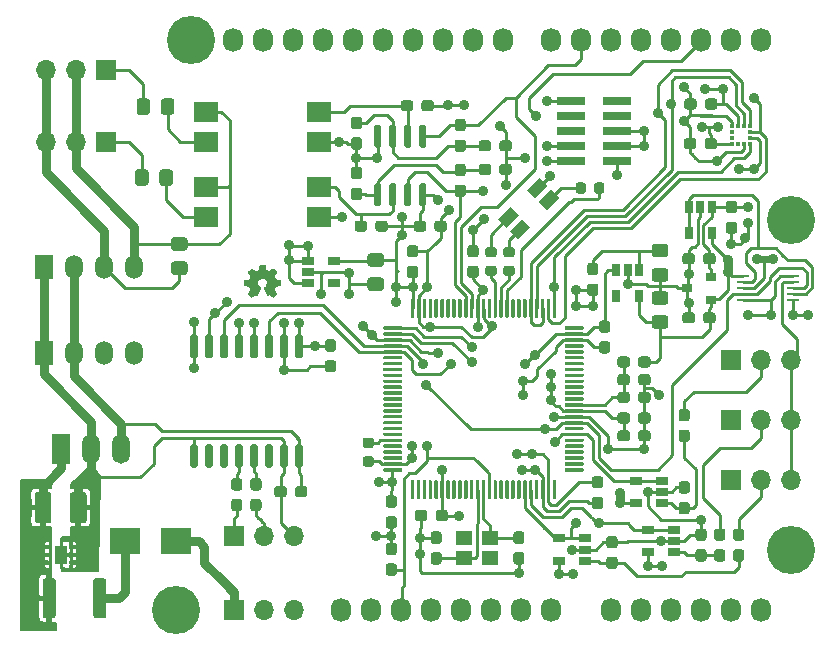
<source format=gbr>
%TF.GenerationSoftware,KiCad,Pcbnew,(5.1.6)-1*%
%TF.CreationDate,2020-11-16T12:45:35+03:00*%
%TF.ProjectId,SensorBoard,53656e73-6f72-4426-9f61-72642e6b6963,rev?*%
%TF.SameCoordinates,Original*%
%TF.FileFunction,Copper,L1,Top*%
%TF.FilePolarity,Positive*%
%FSLAX46Y46*%
G04 Gerber Fmt 4.6, Leading zero omitted, Abs format (unit mm)*
G04 Created by KiCad (PCBNEW (5.1.6)-1) date 2020-11-16 12:45:35*
%MOMM*%
%LPD*%
G01*
G04 APERTURE LIST*
%TA.AperFunction,EtchedComponent*%
%ADD10C,0.002540*%
%TD*%
%TA.AperFunction,ComponentPad*%
%ADD11O,1.700000X1.700000*%
%TD*%
%TA.AperFunction,ComponentPad*%
%ADD12R,1.700000X1.700000*%
%TD*%
%TA.AperFunction,SMDPad,CuDef*%
%ADD13C,0.100000*%
%TD*%
%TA.AperFunction,SMDPad,CuDef*%
%ADD14R,1.100000X0.250000*%
%TD*%
%TA.AperFunction,SMDPad,CuDef*%
%ADD15R,1.060000X0.650000*%
%TD*%
%TA.AperFunction,SMDPad,CuDef*%
%ADD16R,0.650000X1.060000*%
%TD*%
%TA.AperFunction,SMDPad,CuDef*%
%ADD17R,2.400000X0.740000*%
%TD*%
%TA.AperFunction,SMDPad,CuDef*%
%ADD18R,1.400000X1.200000*%
%TD*%
%TA.AperFunction,SMDPad,CuDef*%
%ADD19R,2.000000X1.780000*%
%TD*%
%TA.AperFunction,ComponentPad*%
%ADD20R,1.500000X2.000000*%
%TD*%
%TA.AperFunction,ComponentPad*%
%ADD21O,1.500000X2.000000*%
%TD*%
%TA.AperFunction,SMDPad,CuDef*%
%ADD22R,1.000000X1.600000*%
%TD*%
%TA.AperFunction,SMDPad,CuDef*%
%ADD23R,2.500000X2.300000*%
%TD*%
%TA.AperFunction,ComponentPad*%
%ADD24O,1.500000X2.500000*%
%TD*%
%TA.AperFunction,ComponentPad*%
%ADD25R,1.500000X2.500000*%
%TD*%
%TA.AperFunction,SMDPad,CuDef*%
%ADD26R,0.900000X0.800000*%
%TD*%
%TA.AperFunction,SMDPad,CuDef*%
%ADD27R,0.375000X0.350000*%
%TD*%
%TA.AperFunction,SMDPad,CuDef*%
%ADD28R,0.350000X0.375000*%
%TD*%
%TA.AperFunction,ComponentPad*%
%ADD29O,1.727200X2.032000*%
%TD*%
%TA.AperFunction,ComponentPad*%
%ADD30C,4.064000*%
%TD*%
%TA.AperFunction,ViaPad*%
%ADD31C,0.900000*%
%TD*%
%TA.AperFunction,Conductor*%
%ADD32C,0.250000*%
%TD*%
%TA.AperFunction,Conductor*%
%ADD33C,0.800000*%
%TD*%
%TA.AperFunction,Conductor*%
%ADD34C,0.600000*%
%TD*%
%TA.AperFunction,Conductor*%
%ADD35C,0.200000*%
%TD*%
G04 APERTURE END LIST*
D10*
%TO.C,G\u002A\u002A\u002A*%
G36*
X131340680Y-97346200D02*
G01*
X131358460Y-97338580D01*
X131391480Y-97315720D01*
X131442280Y-97282700D01*
X131500700Y-97244600D01*
X131561660Y-97203960D01*
X131609920Y-97170940D01*
X131645480Y-97148080D01*
X131658180Y-97140460D01*
X131665800Y-97143000D01*
X131693740Y-97158240D01*
X131734380Y-97178560D01*
X131759780Y-97191260D01*
X131797880Y-97206500D01*
X131815660Y-97211580D01*
X131818200Y-97206500D01*
X131833440Y-97176020D01*
X131853760Y-97127760D01*
X131881700Y-97061720D01*
X131914720Y-96985520D01*
X131950280Y-96904240D01*
X131983300Y-96820420D01*
X132016320Y-96741680D01*
X132046800Y-96668020D01*
X132069660Y-96609600D01*
X132084900Y-96568960D01*
X132092520Y-96551180D01*
X132089980Y-96548640D01*
X132072200Y-96530860D01*
X132039180Y-96505460D01*
X131968060Y-96447040D01*
X131896940Y-96360680D01*
X131853760Y-96261620D01*
X131841060Y-96149860D01*
X131851220Y-96048260D01*
X131891860Y-95951740D01*
X131960440Y-95862840D01*
X132044260Y-95796800D01*
X132140780Y-95756160D01*
X132250000Y-95743460D01*
X132354140Y-95753620D01*
X132453200Y-95794260D01*
X132542100Y-95860300D01*
X132580200Y-95903480D01*
X132631000Y-95994920D01*
X132661480Y-96088900D01*
X132664020Y-96111760D01*
X132658940Y-96218440D01*
X132628460Y-96320040D01*
X132572580Y-96408940D01*
X132496380Y-96482600D01*
X132486220Y-96490220D01*
X132450660Y-96518160D01*
X132425260Y-96535940D01*
X132407480Y-96551180D01*
X132542100Y-96873760D01*
X132562420Y-96924560D01*
X132600520Y-97013460D01*
X132631000Y-97089660D01*
X132658940Y-97150620D01*
X132676720Y-97191260D01*
X132684340Y-97206500D01*
X132697040Y-97209040D01*
X132719900Y-97201420D01*
X132765620Y-97178560D01*
X132796100Y-97163320D01*
X132829120Y-97148080D01*
X132844360Y-97140460D01*
X132859600Y-97148080D01*
X132892620Y-97168400D01*
X132938340Y-97201420D01*
X132996760Y-97239520D01*
X133052640Y-97277620D01*
X133103440Y-97310640D01*
X133139000Y-97336040D01*
X133156780Y-97343660D01*
X133159320Y-97343660D01*
X133177100Y-97336040D01*
X133205040Y-97310640D01*
X133248220Y-97270000D01*
X133311720Y-97209040D01*
X133321880Y-97198880D01*
X133372680Y-97148080D01*
X133413320Y-97102360D01*
X133441260Y-97071880D01*
X133451420Y-97059180D01*
X133441260Y-97041400D01*
X133418400Y-97003300D01*
X133385380Y-96952500D01*
X133344740Y-96891540D01*
X133238060Y-96736600D01*
X133296480Y-96591820D01*
X133314260Y-96546100D01*
X133337120Y-96490220D01*
X133354900Y-96452120D01*
X133362520Y-96434340D01*
X133380300Y-96429260D01*
X133418400Y-96419100D01*
X133476820Y-96408940D01*
X133547940Y-96396240D01*
X133613980Y-96383540D01*
X133672400Y-96370840D01*
X133715580Y-96363220D01*
X133735900Y-96360680D01*
X133740980Y-96355600D01*
X133743520Y-96347980D01*
X133746060Y-96327660D01*
X133748600Y-96289560D01*
X133748600Y-96233680D01*
X133748600Y-96149860D01*
X133748600Y-96142240D01*
X133748600Y-96063500D01*
X133746060Y-96000000D01*
X133743520Y-95961900D01*
X133740980Y-95944120D01*
X133723200Y-95939040D01*
X133680020Y-95931420D01*
X133621600Y-95918720D01*
X133550480Y-95906020D01*
X133545400Y-95906020D01*
X133474280Y-95890780D01*
X133415860Y-95878080D01*
X133372680Y-95870460D01*
X133354900Y-95862840D01*
X133352360Y-95857760D01*
X133337120Y-95829820D01*
X133316800Y-95786640D01*
X133293940Y-95733300D01*
X133271080Y-95677420D01*
X133250760Y-95626620D01*
X133238060Y-95591060D01*
X133232980Y-95573280D01*
X133243140Y-95555500D01*
X133268540Y-95519940D01*
X133304100Y-95469140D01*
X133344740Y-95408180D01*
X133347280Y-95403100D01*
X133387920Y-95342140D01*
X133420940Y-95291340D01*
X133443800Y-95255780D01*
X133451420Y-95240540D01*
X133451420Y-95238000D01*
X133438720Y-95220220D01*
X133408240Y-95187200D01*
X133362520Y-95141480D01*
X133311720Y-95088140D01*
X133293940Y-95072900D01*
X133235520Y-95014480D01*
X133194880Y-94978920D01*
X133169480Y-94958600D01*
X133159320Y-94953520D01*
X133156780Y-94953520D01*
X133139000Y-94963680D01*
X133100900Y-94989080D01*
X133050100Y-95024640D01*
X132989140Y-95065280D01*
X132986600Y-95067820D01*
X132925640Y-95108460D01*
X132874840Y-95144020D01*
X132839280Y-95166880D01*
X132824040Y-95174500D01*
X132821500Y-95174500D01*
X132798640Y-95169420D01*
X132755460Y-95154180D01*
X132702120Y-95133860D01*
X132646240Y-95111000D01*
X132595440Y-95090680D01*
X132559880Y-95072900D01*
X132542100Y-95062740D01*
X132539560Y-95062740D01*
X132534480Y-95039880D01*
X132524320Y-94994160D01*
X132511620Y-94933200D01*
X132496380Y-94859540D01*
X132493840Y-94849380D01*
X132481140Y-94775720D01*
X132470980Y-94717300D01*
X132460820Y-94676660D01*
X132458280Y-94658880D01*
X132448120Y-94658880D01*
X132412560Y-94656340D01*
X132359220Y-94653800D01*
X132293180Y-94653800D01*
X132227140Y-94653800D01*
X132161100Y-94653800D01*
X132105220Y-94656340D01*
X132064580Y-94658880D01*
X132046800Y-94663960D01*
X132041720Y-94686820D01*
X132031560Y-94730000D01*
X132018860Y-94793500D01*
X132003620Y-94867160D01*
X132001080Y-94879860D01*
X131988380Y-94950980D01*
X131975680Y-95009400D01*
X131968060Y-95050040D01*
X131962980Y-95065280D01*
X131957900Y-95067820D01*
X131927420Y-95083060D01*
X131879160Y-95100840D01*
X131820740Y-95126240D01*
X131683580Y-95182120D01*
X131515940Y-95065280D01*
X131500700Y-95055120D01*
X131439740Y-95014480D01*
X131388940Y-94981460D01*
X131353380Y-94958600D01*
X131340680Y-94950980D01*
X131338140Y-94950980D01*
X131322900Y-94966220D01*
X131289880Y-94996700D01*
X131244160Y-95042420D01*
X131190820Y-95093220D01*
X131150180Y-95133860D01*
X131104460Y-95179580D01*
X131076520Y-95212600D01*
X131058740Y-95232920D01*
X131053660Y-95245620D01*
X131056200Y-95253240D01*
X131066360Y-95271020D01*
X131091760Y-95306580D01*
X131124780Y-95359920D01*
X131165420Y-95418340D01*
X131200980Y-95469140D01*
X131236540Y-95525020D01*
X131259400Y-95565660D01*
X131269560Y-95583440D01*
X131267020Y-95593600D01*
X131254320Y-95626620D01*
X131234000Y-95674880D01*
X131208600Y-95735840D01*
X131150180Y-95867920D01*
X131063820Y-95885700D01*
X131010480Y-95895860D01*
X130936820Y-95908560D01*
X130865700Y-95923800D01*
X130753940Y-95944120D01*
X130751400Y-96347980D01*
X130769180Y-96355600D01*
X130784420Y-96360680D01*
X130825060Y-96370840D01*
X130883480Y-96381000D01*
X130952060Y-96393700D01*
X131013020Y-96406400D01*
X131071440Y-96416560D01*
X131114620Y-96424180D01*
X131132400Y-96429260D01*
X131137480Y-96434340D01*
X131152720Y-96464820D01*
X131173040Y-96510540D01*
X131195900Y-96563880D01*
X131221300Y-96622300D01*
X131241620Y-96673100D01*
X131256860Y-96713740D01*
X131261940Y-96734060D01*
X131254320Y-96749300D01*
X131231460Y-96784860D01*
X131198440Y-96835660D01*
X131157800Y-96894080D01*
X131117160Y-96952500D01*
X131084140Y-97003300D01*
X131058740Y-97038860D01*
X131051120Y-97056640D01*
X131056200Y-97066800D01*
X131079060Y-97094740D01*
X131122240Y-97140460D01*
X131188280Y-97206500D01*
X131200980Y-97216660D01*
X131251780Y-97267460D01*
X131297500Y-97308100D01*
X131327980Y-97336040D01*
X131340680Y-97346200D01*
G37*
X131340680Y-97346200D02*
X131358460Y-97338580D01*
X131391480Y-97315720D01*
X131442280Y-97282700D01*
X131500700Y-97244600D01*
X131561660Y-97203960D01*
X131609920Y-97170940D01*
X131645480Y-97148080D01*
X131658180Y-97140460D01*
X131665800Y-97143000D01*
X131693740Y-97158240D01*
X131734380Y-97178560D01*
X131759780Y-97191260D01*
X131797880Y-97206500D01*
X131815660Y-97211580D01*
X131818200Y-97206500D01*
X131833440Y-97176020D01*
X131853760Y-97127760D01*
X131881700Y-97061720D01*
X131914720Y-96985520D01*
X131950280Y-96904240D01*
X131983300Y-96820420D01*
X132016320Y-96741680D01*
X132046800Y-96668020D01*
X132069660Y-96609600D01*
X132084900Y-96568960D01*
X132092520Y-96551180D01*
X132089980Y-96548640D01*
X132072200Y-96530860D01*
X132039180Y-96505460D01*
X131968060Y-96447040D01*
X131896940Y-96360680D01*
X131853760Y-96261620D01*
X131841060Y-96149860D01*
X131851220Y-96048260D01*
X131891860Y-95951740D01*
X131960440Y-95862840D01*
X132044260Y-95796800D01*
X132140780Y-95756160D01*
X132250000Y-95743460D01*
X132354140Y-95753620D01*
X132453200Y-95794260D01*
X132542100Y-95860300D01*
X132580200Y-95903480D01*
X132631000Y-95994920D01*
X132661480Y-96088900D01*
X132664020Y-96111760D01*
X132658940Y-96218440D01*
X132628460Y-96320040D01*
X132572580Y-96408940D01*
X132496380Y-96482600D01*
X132486220Y-96490220D01*
X132450660Y-96518160D01*
X132425260Y-96535940D01*
X132407480Y-96551180D01*
X132542100Y-96873760D01*
X132562420Y-96924560D01*
X132600520Y-97013460D01*
X132631000Y-97089660D01*
X132658940Y-97150620D01*
X132676720Y-97191260D01*
X132684340Y-97206500D01*
X132697040Y-97209040D01*
X132719900Y-97201420D01*
X132765620Y-97178560D01*
X132796100Y-97163320D01*
X132829120Y-97148080D01*
X132844360Y-97140460D01*
X132859600Y-97148080D01*
X132892620Y-97168400D01*
X132938340Y-97201420D01*
X132996760Y-97239520D01*
X133052640Y-97277620D01*
X133103440Y-97310640D01*
X133139000Y-97336040D01*
X133156780Y-97343660D01*
X133159320Y-97343660D01*
X133177100Y-97336040D01*
X133205040Y-97310640D01*
X133248220Y-97270000D01*
X133311720Y-97209040D01*
X133321880Y-97198880D01*
X133372680Y-97148080D01*
X133413320Y-97102360D01*
X133441260Y-97071880D01*
X133451420Y-97059180D01*
X133441260Y-97041400D01*
X133418400Y-97003300D01*
X133385380Y-96952500D01*
X133344740Y-96891540D01*
X133238060Y-96736600D01*
X133296480Y-96591820D01*
X133314260Y-96546100D01*
X133337120Y-96490220D01*
X133354900Y-96452120D01*
X133362520Y-96434340D01*
X133380300Y-96429260D01*
X133418400Y-96419100D01*
X133476820Y-96408940D01*
X133547940Y-96396240D01*
X133613980Y-96383540D01*
X133672400Y-96370840D01*
X133715580Y-96363220D01*
X133735900Y-96360680D01*
X133740980Y-96355600D01*
X133743520Y-96347980D01*
X133746060Y-96327660D01*
X133748600Y-96289560D01*
X133748600Y-96233680D01*
X133748600Y-96149860D01*
X133748600Y-96142240D01*
X133748600Y-96063500D01*
X133746060Y-96000000D01*
X133743520Y-95961900D01*
X133740980Y-95944120D01*
X133723200Y-95939040D01*
X133680020Y-95931420D01*
X133621600Y-95918720D01*
X133550480Y-95906020D01*
X133545400Y-95906020D01*
X133474280Y-95890780D01*
X133415860Y-95878080D01*
X133372680Y-95870460D01*
X133354900Y-95862840D01*
X133352360Y-95857760D01*
X133337120Y-95829820D01*
X133316800Y-95786640D01*
X133293940Y-95733300D01*
X133271080Y-95677420D01*
X133250760Y-95626620D01*
X133238060Y-95591060D01*
X133232980Y-95573280D01*
X133243140Y-95555500D01*
X133268540Y-95519940D01*
X133304100Y-95469140D01*
X133344740Y-95408180D01*
X133347280Y-95403100D01*
X133387920Y-95342140D01*
X133420940Y-95291340D01*
X133443800Y-95255780D01*
X133451420Y-95240540D01*
X133451420Y-95238000D01*
X133438720Y-95220220D01*
X133408240Y-95187200D01*
X133362520Y-95141480D01*
X133311720Y-95088140D01*
X133293940Y-95072900D01*
X133235520Y-95014480D01*
X133194880Y-94978920D01*
X133169480Y-94958600D01*
X133159320Y-94953520D01*
X133156780Y-94953520D01*
X133139000Y-94963680D01*
X133100900Y-94989080D01*
X133050100Y-95024640D01*
X132989140Y-95065280D01*
X132986600Y-95067820D01*
X132925640Y-95108460D01*
X132874840Y-95144020D01*
X132839280Y-95166880D01*
X132824040Y-95174500D01*
X132821500Y-95174500D01*
X132798640Y-95169420D01*
X132755460Y-95154180D01*
X132702120Y-95133860D01*
X132646240Y-95111000D01*
X132595440Y-95090680D01*
X132559880Y-95072900D01*
X132542100Y-95062740D01*
X132539560Y-95062740D01*
X132534480Y-95039880D01*
X132524320Y-94994160D01*
X132511620Y-94933200D01*
X132496380Y-94859540D01*
X132493840Y-94849380D01*
X132481140Y-94775720D01*
X132470980Y-94717300D01*
X132460820Y-94676660D01*
X132458280Y-94658880D01*
X132448120Y-94658880D01*
X132412560Y-94656340D01*
X132359220Y-94653800D01*
X132293180Y-94653800D01*
X132227140Y-94653800D01*
X132161100Y-94653800D01*
X132105220Y-94656340D01*
X132064580Y-94658880D01*
X132046800Y-94663960D01*
X132041720Y-94686820D01*
X132031560Y-94730000D01*
X132018860Y-94793500D01*
X132003620Y-94867160D01*
X132001080Y-94879860D01*
X131988380Y-94950980D01*
X131975680Y-95009400D01*
X131968060Y-95050040D01*
X131962980Y-95065280D01*
X131957900Y-95067820D01*
X131927420Y-95083060D01*
X131879160Y-95100840D01*
X131820740Y-95126240D01*
X131683580Y-95182120D01*
X131515940Y-95065280D01*
X131500700Y-95055120D01*
X131439740Y-95014480D01*
X131388940Y-94981460D01*
X131353380Y-94958600D01*
X131340680Y-94950980D01*
X131338140Y-94950980D01*
X131322900Y-94966220D01*
X131289880Y-94996700D01*
X131244160Y-95042420D01*
X131190820Y-95093220D01*
X131150180Y-95133860D01*
X131104460Y-95179580D01*
X131076520Y-95212600D01*
X131058740Y-95232920D01*
X131053660Y-95245620D01*
X131056200Y-95253240D01*
X131066360Y-95271020D01*
X131091760Y-95306580D01*
X131124780Y-95359920D01*
X131165420Y-95418340D01*
X131200980Y-95469140D01*
X131236540Y-95525020D01*
X131259400Y-95565660D01*
X131269560Y-95583440D01*
X131267020Y-95593600D01*
X131254320Y-95626620D01*
X131234000Y-95674880D01*
X131208600Y-95735840D01*
X131150180Y-95867920D01*
X131063820Y-95885700D01*
X131010480Y-95895860D01*
X130936820Y-95908560D01*
X130865700Y-95923800D01*
X130753940Y-95944120D01*
X130751400Y-96347980D01*
X130769180Y-96355600D01*
X130784420Y-96360680D01*
X130825060Y-96370840D01*
X130883480Y-96381000D01*
X130952060Y-96393700D01*
X131013020Y-96406400D01*
X131071440Y-96416560D01*
X131114620Y-96424180D01*
X131132400Y-96429260D01*
X131137480Y-96434340D01*
X131152720Y-96464820D01*
X131173040Y-96510540D01*
X131195900Y-96563880D01*
X131221300Y-96622300D01*
X131241620Y-96673100D01*
X131256860Y-96713740D01*
X131261940Y-96734060D01*
X131254320Y-96749300D01*
X131231460Y-96784860D01*
X131198440Y-96835660D01*
X131157800Y-96894080D01*
X131117160Y-96952500D01*
X131084140Y-97003300D01*
X131058740Y-97038860D01*
X131051120Y-97056640D01*
X131056200Y-97066800D01*
X131079060Y-97094740D01*
X131122240Y-97140460D01*
X131188280Y-97206500D01*
X131200980Y-97216660D01*
X131251780Y-97267460D01*
X131297500Y-97308100D01*
X131327980Y-97336040D01*
X131340680Y-97346200D01*
%TD*%
%TO.P,R19,2*%
%TO.N,Net-(R19-Pad2)*%
%TA.AperFunction,SMDPad,CuDef*%
G36*
G01*
X141506250Y-110150000D02*
X140993750Y-110150000D01*
G75*
G02*
X140775000Y-109931250I0J218750D01*
G01*
X140775000Y-109493750D01*
G75*
G02*
X140993750Y-109275000I218750J0D01*
G01*
X141506250Y-109275000D01*
G75*
G02*
X141725000Y-109493750I0J-218750D01*
G01*
X141725000Y-109931250D01*
G75*
G02*
X141506250Y-110150000I-218750J0D01*
G01*
G37*
%TD.AperFunction*%
%TO.P,R19,1*%
%TO.N,GND*%
%TA.AperFunction,SMDPad,CuDef*%
G36*
G01*
X141506250Y-111725000D02*
X140993750Y-111725000D01*
G75*
G02*
X140775000Y-111506250I0J218750D01*
G01*
X140775000Y-111068750D01*
G75*
G02*
X140993750Y-110850000I218750J0D01*
G01*
X141506250Y-110850000D01*
G75*
G02*
X141725000Y-111068750I0J-218750D01*
G01*
X141725000Y-111506250D01*
G75*
G02*
X141506250Y-111725000I-218750J0D01*
G01*
G37*
%TD.AperFunction*%
%TD*%
D11*
%TO.P,J8,3*%
%TO.N,GNDD*%
X134955000Y-123875000D03*
%TO.P,J8,2*%
%TO.N,Net-(J8-Pad2)*%
X132415000Y-123875000D03*
D12*
%TO.P,J8,1*%
%TO.N,Net-(D1-Pad2)*%
X129875000Y-123875000D03*
%TD*%
%TO.P,C27,2*%
%TO.N,GND*%
%TA.AperFunction,SMDPad,CuDef*%
G36*
G01*
X160417500Y-114269000D02*
X160892500Y-114269000D01*
G75*
G02*
X161130000Y-114506500I0J-237500D01*
G01*
X161130000Y-115081500D01*
G75*
G02*
X160892500Y-115319000I-237500J0D01*
G01*
X160417500Y-115319000D01*
G75*
G02*
X160180000Y-115081500I0J237500D01*
G01*
X160180000Y-114506500D01*
G75*
G02*
X160417500Y-114269000I237500J0D01*
G01*
G37*
%TD.AperFunction*%
%TO.P,C27,1*%
%TO.N,+3V3*%
%TA.AperFunction,SMDPad,CuDef*%
G36*
G01*
X160417500Y-112519000D02*
X160892500Y-112519000D01*
G75*
G02*
X161130000Y-112756500I0J-237500D01*
G01*
X161130000Y-113331500D01*
G75*
G02*
X160892500Y-113569000I-237500J0D01*
G01*
X160417500Y-113569000D01*
G75*
G02*
X160180000Y-113331500I0J237500D01*
G01*
X160180000Y-112756500D01*
G75*
G02*
X160417500Y-112519000I237500J0D01*
G01*
G37*
%TD.AperFunction*%
%TD*%
%TO.P,R18,2*%
%TO.N,/SensorBoardCPU/R*%
%TA.AperFunction,SMDPad,CuDef*%
G36*
G01*
X151381750Y-94711000D02*
X151894250Y-94711000D01*
G75*
G02*
X152113000Y-94929750I0J-218750D01*
G01*
X152113000Y-95367250D01*
G75*
G02*
X151894250Y-95586000I-218750J0D01*
G01*
X151381750Y-95586000D01*
G75*
G02*
X151163000Y-95367250I0J218750D01*
G01*
X151163000Y-94929750D01*
G75*
G02*
X151381750Y-94711000I218750J0D01*
G01*
G37*
%TD.AperFunction*%
%TO.P,R18,1*%
%TO.N,Net-(D6-Pad1)*%
%TA.AperFunction,SMDPad,CuDef*%
G36*
G01*
X151381750Y-93136000D02*
X151894250Y-93136000D01*
G75*
G02*
X152113000Y-93354750I0J-218750D01*
G01*
X152113000Y-93792250D01*
G75*
G02*
X151894250Y-94011000I-218750J0D01*
G01*
X151381750Y-94011000D01*
G75*
G02*
X151163000Y-93792250I0J218750D01*
G01*
X151163000Y-93354750D01*
G75*
G02*
X151381750Y-93136000I218750J0D01*
G01*
G37*
%TD.AperFunction*%
%TD*%
%TO.P,R17,2*%
%TO.N,/SensorBoardCPU/G*%
%TA.AperFunction,SMDPad,CuDef*%
G36*
G01*
X152905750Y-94711000D02*
X153418250Y-94711000D01*
G75*
G02*
X153637000Y-94929750I0J-218750D01*
G01*
X153637000Y-95367250D01*
G75*
G02*
X153418250Y-95586000I-218750J0D01*
G01*
X152905750Y-95586000D01*
G75*
G02*
X152687000Y-95367250I0J218750D01*
G01*
X152687000Y-94929750D01*
G75*
G02*
X152905750Y-94711000I218750J0D01*
G01*
G37*
%TD.AperFunction*%
%TO.P,R17,1*%
%TO.N,Net-(D6-Pad2)*%
%TA.AperFunction,SMDPad,CuDef*%
G36*
G01*
X152905750Y-93136000D02*
X153418250Y-93136000D01*
G75*
G02*
X153637000Y-93354750I0J-218750D01*
G01*
X153637000Y-93792250D01*
G75*
G02*
X153418250Y-94011000I-218750J0D01*
G01*
X152905750Y-94011000D01*
G75*
G02*
X152687000Y-93792250I0J218750D01*
G01*
X152687000Y-93354750D01*
G75*
G02*
X152905750Y-93136000I218750J0D01*
G01*
G37*
%TD.AperFunction*%
%TD*%
%TO.P,R16,2*%
%TO.N,/SensorBoardCPU/B*%
%TA.AperFunction,SMDPad,CuDef*%
G36*
G01*
X160370000Y-88394250D02*
X160370000Y-87881750D01*
G75*
G02*
X160588750Y-87663000I218750J0D01*
G01*
X161026250Y-87663000D01*
G75*
G02*
X161245000Y-87881750I0J-218750D01*
G01*
X161245000Y-88394250D01*
G75*
G02*
X161026250Y-88613000I-218750J0D01*
G01*
X160588750Y-88613000D01*
G75*
G02*
X160370000Y-88394250I0J218750D01*
G01*
G37*
%TD.AperFunction*%
%TO.P,R16,1*%
%TO.N,Net-(D6-Pad3)*%
%TA.AperFunction,SMDPad,CuDef*%
G36*
G01*
X158795000Y-88394250D02*
X158795000Y-87881750D01*
G75*
G02*
X159013750Y-87663000I218750J0D01*
G01*
X159451250Y-87663000D01*
G75*
G02*
X159670000Y-87881750I0J-218750D01*
G01*
X159670000Y-88394250D01*
G75*
G02*
X159451250Y-88613000I-218750J0D01*
G01*
X159013750Y-88613000D01*
G75*
G02*
X158795000Y-88394250I0J218750D01*
G01*
G37*
%TD.AperFunction*%
%TD*%
%TA.AperFunction,SMDPad,CuDef*%
D13*
%TO.P,D6,3*%
%TO.N,Net-(D6-Pad3)*%
G36*
X156741727Y-88244067D02*
G01*
X157448833Y-88951173D01*
X156388173Y-90011833D01*
X155681067Y-89304727D01*
X156741727Y-88244067D01*
G37*
%TD.AperFunction*%
%TA.AperFunction,SMDPad,CuDef*%
%TO.P,D6,4*%
%TO.N,GND*%
G36*
X155751777Y-87254117D02*
G01*
X156458883Y-87961223D01*
X155398223Y-89021883D01*
X154691117Y-88314777D01*
X155751777Y-87254117D01*
G37*
%TD.AperFunction*%
%TA.AperFunction,SMDPad,CuDef*%
%TO.P,D6,2*%
%TO.N,Net-(D6-Pad2)*%
G36*
X154266853Y-90718941D02*
G01*
X154973959Y-91426047D01*
X153913299Y-92486707D01*
X153206193Y-91779601D01*
X154266853Y-90718941D01*
G37*
%TD.AperFunction*%
%TA.AperFunction,SMDPad,CuDef*%
%TO.P,D6,1*%
%TO.N,Net-(D6-Pad1)*%
G36*
X153276903Y-89728991D02*
G01*
X153984009Y-90436097D01*
X152923349Y-91496757D01*
X152216243Y-90789651D01*
X153276903Y-89728991D01*
G37*
%TD.AperFunction*%
%TD*%
%TO.P,R15,2*%
%TO.N,/B*%
%TA.AperFunction,SMDPad,CuDef*%
G36*
G01*
X131494500Y-114451000D02*
X131969500Y-114451000D01*
G75*
G02*
X132207000Y-114688500I0J-237500D01*
G01*
X132207000Y-115263500D01*
G75*
G02*
X131969500Y-115501000I-237500J0D01*
G01*
X131494500Y-115501000D01*
G75*
G02*
X131257000Y-115263500I0J237500D01*
G01*
X131257000Y-114688500D01*
G75*
G02*
X131494500Y-114451000I237500J0D01*
G01*
G37*
%TD.AperFunction*%
%TO.P,R15,1*%
%TO.N,Net-(R15-Pad1)*%
%TA.AperFunction,SMDPad,CuDef*%
G36*
G01*
X131494500Y-112701000D02*
X131969500Y-112701000D01*
G75*
G02*
X132207000Y-112938500I0J-237500D01*
G01*
X132207000Y-113513500D01*
G75*
G02*
X131969500Y-113751000I-237500J0D01*
G01*
X131494500Y-113751000D01*
G75*
G02*
X131257000Y-113513500I0J237500D01*
G01*
X131257000Y-112938500D01*
G75*
G02*
X131494500Y-112701000I237500J0D01*
G01*
G37*
%TD.AperFunction*%
%TD*%
%TO.P,R1,2*%
%TO.N,/A*%
%TA.AperFunction,SMDPad,CuDef*%
G36*
G01*
X129869500Y-114451000D02*
X130344500Y-114451000D01*
G75*
G02*
X130582000Y-114688500I0J-237500D01*
G01*
X130582000Y-115263500D01*
G75*
G02*
X130344500Y-115501000I-237500J0D01*
G01*
X129869500Y-115501000D01*
G75*
G02*
X129632000Y-115263500I0J237500D01*
G01*
X129632000Y-114688500D01*
G75*
G02*
X129869500Y-114451000I237500J0D01*
G01*
G37*
%TD.AperFunction*%
%TO.P,R1,1*%
%TO.N,Net-(R1-Pad1)*%
%TA.AperFunction,SMDPad,CuDef*%
G36*
G01*
X129869500Y-112701000D02*
X130344500Y-112701000D01*
G75*
G02*
X130582000Y-112938500I0J-237500D01*
G01*
X130582000Y-113513500D01*
G75*
G02*
X130344500Y-113751000I-237500J0D01*
G01*
X129869500Y-113751000D01*
G75*
G02*
X129632000Y-113513500I0J237500D01*
G01*
X129632000Y-112938500D01*
G75*
G02*
X129869500Y-112701000I237500J0D01*
G01*
G37*
%TD.AperFunction*%
%TD*%
D11*
%TO.P,J7,3*%
%TO.N,GNDD*%
X134955000Y-117602000D03*
%TO.P,J7,2*%
%TO.N,/B*%
X132415000Y-117602000D03*
D12*
%TO.P,J7,1*%
%TO.N,/A*%
X129875000Y-117602000D03*
%TD*%
D11*
%TO.P,J6,3*%
%TO.N,GNDA*%
X113920000Y-84250000D03*
%TO.P,J6,2*%
%TO.N,/RVCC*%
X116460000Y-84250000D03*
D12*
%TO.P,J6,1*%
%TO.N,Net-(J6-Pad1)*%
X119000000Y-84250000D03*
%TD*%
D11*
%TO.P,J5,3*%
%TO.N,GNDA*%
X113920000Y-78125000D03*
%TO.P,J5,2*%
%TO.N,/RVCC*%
X116460000Y-78125000D03*
D12*
%TO.P,J5,1*%
%TO.N,Net-(J5-Pad1)*%
X119000000Y-78125000D03*
%TD*%
%TO.P,L3,2*%
%TO.N,+5V*%
%TA.AperFunction,SMDPad,CuDef*%
G36*
G01*
X160012500Y-96225000D02*
X160487500Y-96225000D01*
G75*
G02*
X160725000Y-96462500I0J-237500D01*
G01*
X160725000Y-97037500D01*
G75*
G02*
X160487500Y-97275000I-237500J0D01*
G01*
X160012500Y-97275000D01*
G75*
G02*
X159775000Y-97037500I0J237500D01*
G01*
X159775000Y-96462500D01*
G75*
G02*
X160012500Y-96225000I237500J0D01*
G01*
G37*
%TD.AperFunction*%
%TO.P,L3,1*%
%TO.N,Net-(C2-Pad1)*%
%TA.AperFunction,SMDPad,CuDef*%
G36*
G01*
X160012500Y-94475000D02*
X160487500Y-94475000D01*
G75*
G02*
X160725000Y-94712500I0J-237500D01*
G01*
X160725000Y-95287500D01*
G75*
G02*
X160487500Y-95525000I-237500J0D01*
G01*
X160012500Y-95525000D01*
G75*
G02*
X159775000Y-95287500I0J237500D01*
G01*
X159775000Y-94712500D01*
G75*
G02*
X160012500Y-94475000I237500J0D01*
G01*
G37*
%TD.AperFunction*%
%TD*%
%TO.P,U15,100*%
%TO.N,+3V3*%
%TA.AperFunction,SMDPad,CuDef*%
G36*
G01*
X144050000Y-112150000D02*
X142600000Y-112150000D01*
G75*
G02*
X142525000Y-112075000I0J75000D01*
G01*
X142525000Y-111925000D01*
G75*
G02*
X142600000Y-111850000I75000J0D01*
G01*
X144050000Y-111850000D01*
G75*
G02*
X144125000Y-111925000I0J-75000D01*
G01*
X144125000Y-112075000D01*
G75*
G02*
X144050000Y-112150000I-75000J0D01*
G01*
G37*
%TD.AperFunction*%
%TO.P,U15,99*%
%TO.N,GND*%
%TA.AperFunction,SMDPad,CuDef*%
G36*
G01*
X144050000Y-111650000D02*
X142600000Y-111650000D01*
G75*
G02*
X142525000Y-111575000I0J75000D01*
G01*
X142525000Y-111425000D01*
G75*
G02*
X142600000Y-111350000I75000J0D01*
G01*
X144050000Y-111350000D01*
G75*
G02*
X144125000Y-111425000I0J-75000D01*
G01*
X144125000Y-111575000D01*
G75*
G02*
X144050000Y-111650000I-75000J0D01*
G01*
G37*
%TD.AperFunction*%
%TO.P,U15,98*%
%TO.N,Net-(U15-Pad98)*%
%TA.AperFunction,SMDPad,CuDef*%
G36*
G01*
X144050000Y-111150000D02*
X142600000Y-111150000D01*
G75*
G02*
X142525000Y-111075000I0J75000D01*
G01*
X142525000Y-110925000D01*
G75*
G02*
X142600000Y-110850000I75000J0D01*
G01*
X144050000Y-110850000D01*
G75*
G02*
X144125000Y-110925000I0J-75000D01*
G01*
X144125000Y-111075000D01*
G75*
G02*
X144050000Y-111150000I-75000J0D01*
G01*
G37*
%TD.AperFunction*%
%TO.P,U15,97*%
%TO.N,Net-(U15-Pad97)*%
%TA.AperFunction,SMDPad,CuDef*%
G36*
G01*
X144050000Y-110650000D02*
X142600000Y-110650000D01*
G75*
G02*
X142525000Y-110575000I0J75000D01*
G01*
X142525000Y-110425000D01*
G75*
G02*
X142600000Y-110350000I75000J0D01*
G01*
X144050000Y-110350000D01*
G75*
G02*
X144125000Y-110425000I0J-75000D01*
G01*
X144125000Y-110575000D01*
G75*
G02*
X144050000Y-110650000I-75000J0D01*
G01*
G37*
%TD.AperFunction*%
%TO.P,U15,96*%
%TO.N,Net-(U15-Pad96)*%
%TA.AperFunction,SMDPad,CuDef*%
G36*
G01*
X144050000Y-110150000D02*
X142600000Y-110150000D01*
G75*
G02*
X142525000Y-110075000I0J75000D01*
G01*
X142525000Y-109925000D01*
G75*
G02*
X142600000Y-109850000I75000J0D01*
G01*
X144050000Y-109850000D01*
G75*
G02*
X144125000Y-109925000I0J-75000D01*
G01*
X144125000Y-110075000D01*
G75*
G02*
X144050000Y-110150000I-75000J0D01*
G01*
G37*
%TD.AperFunction*%
%TO.P,U15,95*%
%TO.N,Net-(R19-Pad2)*%
%TA.AperFunction,SMDPad,CuDef*%
G36*
G01*
X144050000Y-109650000D02*
X142600000Y-109650000D01*
G75*
G02*
X142525000Y-109575000I0J75000D01*
G01*
X142525000Y-109425000D01*
G75*
G02*
X142600000Y-109350000I75000J0D01*
G01*
X144050000Y-109350000D01*
G75*
G02*
X144125000Y-109425000I0J-75000D01*
G01*
X144125000Y-109575000D01*
G75*
G02*
X144050000Y-109650000I-75000J0D01*
G01*
G37*
%TD.AperFunction*%
%TO.P,U15,94*%
%TO.N,Net-(U15-Pad94)*%
%TA.AperFunction,SMDPad,CuDef*%
G36*
G01*
X144050000Y-109150000D02*
X142600000Y-109150000D01*
G75*
G02*
X142525000Y-109075000I0J75000D01*
G01*
X142525000Y-108925000D01*
G75*
G02*
X142600000Y-108850000I75000J0D01*
G01*
X144050000Y-108850000D01*
G75*
G02*
X144125000Y-108925000I0J-75000D01*
G01*
X144125000Y-109075000D01*
G75*
G02*
X144050000Y-109150000I-75000J0D01*
G01*
G37*
%TD.AperFunction*%
%TO.P,U15,93*%
%TO.N,Net-(U15-Pad93)*%
%TA.AperFunction,SMDPad,CuDef*%
G36*
G01*
X144050000Y-108650000D02*
X142600000Y-108650000D01*
G75*
G02*
X142525000Y-108575000I0J75000D01*
G01*
X142525000Y-108425000D01*
G75*
G02*
X142600000Y-108350000I75000J0D01*
G01*
X144050000Y-108350000D01*
G75*
G02*
X144125000Y-108425000I0J-75000D01*
G01*
X144125000Y-108575000D01*
G75*
G02*
X144050000Y-108650000I-75000J0D01*
G01*
G37*
%TD.AperFunction*%
%TO.P,U15,92*%
%TO.N,Net-(U15-Pad92)*%
%TA.AperFunction,SMDPad,CuDef*%
G36*
G01*
X144050000Y-108150000D02*
X142600000Y-108150000D01*
G75*
G02*
X142525000Y-108075000I0J75000D01*
G01*
X142525000Y-107925000D01*
G75*
G02*
X142600000Y-107850000I75000J0D01*
G01*
X144050000Y-107850000D01*
G75*
G02*
X144125000Y-107925000I0J-75000D01*
G01*
X144125000Y-108075000D01*
G75*
G02*
X144050000Y-108150000I-75000J0D01*
G01*
G37*
%TD.AperFunction*%
%TO.P,U15,91*%
%TO.N,Net-(U15-Pad91)*%
%TA.AperFunction,SMDPad,CuDef*%
G36*
G01*
X144050000Y-107650000D02*
X142600000Y-107650000D01*
G75*
G02*
X142525000Y-107575000I0J75000D01*
G01*
X142525000Y-107425000D01*
G75*
G02*
X142600000Y-107350000I75000J0D01*
G01*
X144050000Y-107350000D01*
G75*
G02*
X144125000Y-107425000I0J-75000D01*
G01*
X144125000Y-107575000D01*
G75*
G02*
X144050000Y-107650000I-75000J0D01*
G01*
G37*
%TD.AperFunction*%
%TO.P,U15,90*%
%TO.N,Net-(U15-Pad90)*%
%TA.AperFunction,SMDPad,CuDef*%
G36*
G01*
X144050000Y-107150000D02*
X142600000Y-107150000D01*
G75*
G02*
X142525000Y-107075000I0J75000D01*
G01*
X142525000Y-106925000D01*
G75*
G02*
X142600000Y-106850000I75000J0D01*
G01*
X144050000Y-106850000D01*
G75*
G02*
X144125000Y-106925000I0J-75000D01*
G01*
X144125000Y-107075000D01*
G75*
G02*
X144050000Y-107150000I-75000J0D01*
G01*
G37*
%TD.AperFunction*%
%TO.P,U15,89*%
%TO.N,Net-(U15-Pad89)*%
%TA.AperFunction,SMDPad,CuDef*%
G36*
G01*
X144050000Y-106650000D02*
X142600000Y-106650000D01*
G75*
G02*
X142525000Y-106575000I0J75000D01*
G01*
X142525000Y-106425000D01*
G75*
G02*
X142600000Y-106350000I75000J0D01*
G01*
X144050000Y-106350000D01*
G75*
G02*
X144125000Y-106425000I0J-75000D01*
G01*
X144125000Y-106575000D01*
G75*
G02*
X144050000Y-106650000I-75000J0D01*
G01*
G37*
%TD.AperFunction*%
%TO.P,U15,88*%
%TO.N,Net-(U15-Pad88)*%
%TA.AperFunction,SMDPad,CuDef*%
G36*
G01*
X144050000Y-106150000D02*
X142600000Y-106150000D01*
G75*
G02*
X142525000Y-106075000I0J75000D01*
G01*
X142525000Y-105925000D01*
G75*
G02*
X142600000Y-105850000I75000J0D01*
G01*
X144050000Y-105850000D01*
G75*
G02*
X144125000Y-105925000I0J-75000D01*
G01*
X144125000Y-106075000D01*
G75*
G02*
X144050000Y-106150000I-75000J0D01*
G01*
G37*
%TD.AperFunction*%
%TO.P,U15,87*%
%TO.N,Net-(U15-Pad87)*%
%TA.AperFunction,SMDPad,CuDef*%
G36*
G01*
X144050000Y-105650000D02*
X142600000Y-105650000D01*
G75*
G02*
X142525000Y-105575000I0J75000D01*
G01*
X142525000Y-105425000D01*
G75*
G02*
X142600000Y-105350000I75000J0D01*
G01*
X144050000Y-105350000D01*
G75*
G02*
X144125000Y-105425000I0J-75000D01*
G01*
X144125000Y-105575000D01*
G75*
G02*
X144050000Y-105650000I-75000J0D01*
G01*
G37*
%TD.AperFunction*%
%TO.P,U15,86*%
%TO.N,Net-(U15-Pad86)*%
%TA.AperFunction,SMDPad,CuDef*%
G36*
G01*
X144050000Y-105150000D02*
X142600000Y-105150000D01*
G75*
G02*
X142525000Y-105075000I0J75000D01*
G01*
X142525000Y-104925000D01*
G75*
G02*
X142600000Y-104850000I75000J0D01*
G01*
X144050000Y-104850000D01*
G75*
G02*
X144125000Y-104925000I0J-75000D01*
G01*
X144125000Y-105075000D01*
G75*
G02*
X144050000Y-105150000I-75000J0D01*
G01*
G37*
%TD.AperFunction*%
%TO.P,U15,85*%
%TO.N,Net-(U15-Pad85)*%
%TA.AperFunction,SMDPad,CuDef*%
G36*
G01*
X144050000Y-104650000D02*
X142600000Y-104650000D01*
G75*
G02*
X142525000Y-104575000I0J75000D01*
G01*
X142525000Y-104425000D01*
G75*
G02*
X142600000Y-104350000I75000J0D01*
G01*
X144050000Y-104350000D01*
G75*
G02*
X144125000Y-104425000I0J-75000D01*
G01*
X144125000Y-104575000D01*
G75*
G02*
X144050000Y-104650000I-75000J0D01*
G01*
G37*
%TD.AperFunction*%
%TO.P,U15,84*%
%TO.N,Net-(U15-Pad84)*%
%TA.AperFunction,SMDPad,CuDef*%
G36*
G01*
X144050000Y-104150000D02*
X142600000Y-104150000D01*
G75*
G02*
X142525000Y-104075000I0J75000D01*
G01*
X142525000Y-103925000D01*
G75*
G02*
X142600000Y-103850000I75000J0D01*
G01*
X144050000Y-103850000D01*
G75*
G02*
X144125000Y-103925000I0J-75000D01*
G01*
X144125000Y-104075000D01*
G75*
G02*
X144050000Y-104150000I-75000J0D01*
G01*
G37*
%TD.AperFunction*%
%TO.P,U15,83*%
%TO.N,Net-(U15-Pad83)*%
%TA.AperFunction,SMDPad,CuDef*%
G36*
G01*
X144050000Y-103650000D02*
X142600000Y-103650000D01*
G75*
G02*
X142525000Y-103575000I0J75000D01*
G01*
X142525000Y-103425000D01*
G75*
G02*
X142600000Y-103350000I75000J0D01*
G01*
X144050000Y-103350000D01*
G75*
G02*
X144125000Y-103425000I0J-75000D01*
G01*
X144125000Y-103575000D01*
G75*
G02*
X144050000Y-103650000I-75000J0D01*
G01*
G37*
%TD.AperFunction*%
%TO.P,U15,82*%
%TO.N,Net-(U15-Pad82)*%
%TA.AperFunction,SMDPad,CuDef*%
G36*
G01*
X144050000Y-103150000D02*
X142600000Y-103150000D01*
G75*
G02*
X142525000Y-103075000I0J75000D01*
G01*
X142525000Y-102925000D01*
G75*
G02*
X142600000Y-102850000I75000J0D01*
G01*
X144050000Y-102850000D01*
G75*
G02*
X144125000Y-102925000I0J-75000D01*
G01*
X144125000Y-103075000D01*
G75*
G02*
X144050000Y-103150000I-75000J0D01*
G01*
G37*
%TD.AperFunction*%
%TO.P,U15,81*%
%TO.N,Net-(U15-Pad81)*%
%TA.AperFunction,SMDPad,CuDef*%
G36*
G01*
X144050000Y-102650000D02*
X142600000Y-102650000D01*
G75*
G02*
X142525000Y-102575000I0J75000D01*
G01*
X142525000Y-102425000D01*
G75*
G02*
X142600000Y-102350000I75000J0D01*
G01*
X144050000Y-102350000D01*
G75*
G02*
X144125000Y-102425000I0J-75000D01*
G01*
X144125000Y-102575000D01*
G75*
G02*
X144050000Y-102650000I-75000J0D01*
G01*
G37*
%TD.AperFunction*%
%TO.P,U15,80*%
%TO.N,/2(RX)*%
%TA.AperFunction,SMDPad,CuDef*%
G36*
G01*
X144050000Y-102150000D02*
X142600000Y-102150000D01*
G75*
G02*
X142525000Y-102075000I0J75000D01*
G01*
X142525000Y-101925000D01*
G75*
G02*
X142600000Y-101850000I75000J0D01*
G01*
X144050000Y-101850000D01*
G75*
G02*
X144125000Y-101925000I0J-75000D01*
G01*
X144125000Y-102075000D01*
G75*
G02*
X144050000Y-102150000I-75000J0D01*
G01*
G37*
%TD.AperFunction*%
%TO.P,U15,79*%
%TO.N,/8(TX)*%
%TA.AperFunction,SMDPad,CuDef*%
G36*
G01*
X144050000Y-101650000D02*
X142600000Y-101650000D01*
G75*
G02*
X142525000Y-101575000I0J75000D01*
G01*
X142525000Y-101425000D01*
G75*
G02*
X142600000Y-101350000I75000J0D01*
G01*
X144050000Y-101350000D01*
G75*
G02*
X144125000Y-101425000I0J-75000D01*
G01*
X144125000Y-101575000D01*
G75*
G02*
X144050000Y-101650000I-75000J0D01*
G01*
G37*
%TD.AperFunction*%
%TO.P,U15,78*%
%TO.N,/7(DE)*%
%TA.AperFunction,SMDPad,CuDef*%
G36*
G01*
X144050000Y-101150000D02*
X142600000Y-101150000D01*
G75*
G02*
X142525000Y-101075000I0J75000D01*
G01*
X142525000Y-100925000D01*
G75*
G02*
X142600000Y-100850000I75000J0D01*
G01*
X144050000Y-100850000D01*
G75*
G02*
X144125000Y-100925000I0J-75000D01*
G01*
X144125000Y-101075000D01*
G75*
G02*
X144050000Y-101150000I-75000J0D01*
G01*
G37*
%TD.AperFunction*%
%TO.P,U15,77*%
%TO.N,/SensorBoardCPU/SWCLK*%
%TA.AperFunction,SMDPad,CuDef*%
G36*
G01*
X144050000Y-100650000D02*
X142600000Y-100650000D01*
G75*
G02*
X142525000Y-100575000I0J75000D01*
G01*
X142525000Y-100425000D01*
G75*
G02*
X142600000Y-100350000I75000J0D01*
G01*
X144050000Y-100350000D01*
G75*
G02*
X144125000Y-100425000I0J-75000D01*
G01*
X144125000Y-100575000D01*
G75*
G02*
X144050000Y-100650000I-75000J0D01*
G01*
G37*
%TD.AperFunction*%
%TO.P,U15,76*%
%TO.N,/SensorBoardCPU/SWDIO*%
%TA.AperFunction,SMDPad,CuDef*%
G36*
G01*
X144050000Y-100150000D02*
X142600000Y-100150000D01*
G75*
G02*
X142525000Y-100075000I0J75000D01*
G01*
X142525000Y-99925000D01*
G75*
G02*
X142600000Y-99850000I75000J0D01*
G01*
X144050000Y-99850000D01*
G75*
G02*
X144125000Y-99925000I0J-75000D01*
G01*
X144125000Y-100075000D01*
G75*
G02*
X144050000Y-100150000I-75000J0D01*
G01*
G37*
%TD.AperFunction*%
%TO.P,U15,75*%
%TO.N,+3V3*%
%TA.AperFunction,SMDPad,CuDef*%
G36*
G01*
X145075000Y-99125000D02*
X144925000Y-99125000D01*
G75*
G02*
X144850000Y-99050000I0J75000D01*
G01*
X144850000Y-97600000D01*
G75*
G02*
X144925000Y-97525000I75000J0D01*
G01*
X145075000Y-97525000D01*
G75*
G02*
X145150000Y-97600000I0J-75000D01*
G01*
X145150000Y-99050000D01*
G75*
G02*
X145075000Y-99125000I-75000J0D01*
G01*
G37*
%TD.AperFunction*%
%TO.P,U15,74*%
%TO.N,GND*%
%TA.AperFunction,SMDPad,CuDef*%
G36*
G01*
X145575000Y-99125000D02*
X145425000Y-99125000D01*
G75*
G02*
X145350000Y-99050000I0J75000D01*
G01*
X145350000Y-97600000D01*
G75*
G02*
X145425000Y-97525000I75000J0D01*
G01*
X145575000Y-97525000D01*
G75*
G02*
X145650000Y-97600000I0J-75000D01*
G01*
X145650000Y-99050000D01*
G75*
G02*
X145575000Y-99125000I-75000J0D01*
G01*
G37*
%TD.AperFunction*%
%TO.P,U15,73*%
%TO.N,Net-(U15-Pad73)*%
%TA.AperFunction,SMDPad,CuDef*%
G36*
G01*
X146075000Y-99125000D02*
X145925000Y-99125000D01*
G75*
G02*
X145850000Y-99050000I0J75000D01*
G01*
X145850000Y-97600000D01*
G75*
G02*
X145925000Y-97525000I75000J0D01*
G01*
X146075000Y-97525000D01*
G75*
G02*
X146150000Y-97600000I0J-75000D01*
G01*
X146150000Y-99050000D01*
G75*
G02*
X146075000Y-99125000I-75000J0D01*
G01*
G37*
%TD.AperFunction*%
%TO.P,U15,72*%
%TO.N,Net-(U15-Pad72)*%
%TA.AperFunction,SMDPad,CuDef*%
G36*
G01*
X146575000Y-99125000D02*
X146425000Y-99125000D01*
G75*
G02*
X146350000Y-99050000I0J75000D01*
G01*
X146350000Y-97600000D01*
G75*
G02*
X146425000Y-97525000I75000J0D01*
G01*
X146575000Y-97525000D01*
G75*
G02*
X146650000Y-97600000I0J-75000D01*
G01*
X146650000Y-99050000D01*
G75*
G02*
X146575000Y-99125000I-75000J0D01*
G01*
G37*
%TD.AperFunction*%
%TO.P,U15,71*%
%TO.N,Net-(U15-Pad71)*%
%TA.AperFunction,SMDPad,CuDef*%
G36*
G01*
X147075000Y-99125000D02*
X146925000Y-99125000D01*
G75*
G02*
X146850000Y-99050000I0J75000D01*
G01*
X146850000Y-97600000D01*
G75*
G02*
X146925000Y-97525000I75000J0D01*
G01*
X147075000Y-97525000D01*
G75*
G02*
X147150000Y-97600000I0J-75000D01*
G01*
X147150000Y-99050000D01*
G75*
G02*
X147075000Y-99125000I-75000J0D01*
G01*
G37*
%TD.AperFunction*%
%TO.P,U15,70*%
%TO.N,Net-(U15-Pad70)*%
%TA.AperFunction,SMDPad,CuDef*%
G36*
G01*
X147575000Y-99125000D02*
X147425000Y-99125000D01*
G75*
G02*
X147350000Y-99050000I0J75000D01*
G01*
X147350000Y-97600000D01*
G75*
G02*
X147425000Y-97525000I75000J0D01*
G01*
X147575000Y-97525000D01*
G75*
G02*
X147650000Y-97600000I0J-75000D01*
G01*
X147650000Y-99050000D01*
G75*
G02*
X147575000Y-99125000I-75000J0D01*
G01*
G37*
%TD.AperFunction*%
%TO.P,U15,69*%
%TO.N,Net-(U15-Pad69)*%
%TA.AperFunction,SMDPad,CuDef*%
G36*
G01*
X148075000Y-99125000D02*
X147925000Y-99125000D01*
G75*
G02*
X147850000Y-99050000I0J75000D01*
G01*
X147850000Y-97600000D01*
G75*
G02*
X147925000Y-97525000I75000J0D01*
G01*
X148075000Y-97525000D01*
G75*
G02*
X148150000Y-97600000I0J-75000D01*
G01*
X148150000Y-99050000D01*
G75*
G02*
X148075000Y-99125000I-75000J0D01*
G01*
G37*
%TD.AperFunction*%
%TO.P,U15,68*%
%TO.N,Net-(U15-Pad68)*%
%TA.AperFunction,SMDPad,CuDef*%
G36*
G01*
X148575000Y-99125000D02*
X148425000Y-99125000D01*
G75*
G02*
X148350000Y-99050000I0J75000D01*
G01*
X148350000Y-97600000D01*
G75*
G02*
X148425000Y-97525000I75000J0D01*
G01*
X148575000Y-97525000D01*
G75*
G02*
X148650000Y-97600000I0J-75000D01*
G01*
X148650000Y-99050000D01*
G75*
G02*
X148575000Y-99125000I-75000J0D01*
G01*
G37*
%TD.AperFunction*%
%TO.P,U15,67*%
%TO.N,Net-(U15-Pad67)*%
%TA.AperFunction,SMDPad,CuDef*%
G36*
G01*
X149075000Y-99125000D02*
X148925000Y-99125000D01*
G75*
G02*
X148850000Y-99050000I0J75000D01*
G01*
X148850000Y-97600000D01*
G75*
G02*
X148925000Y-97525000I75000J0D01*
G01*
X149075000Y-97525000D01*
G75*
G02*
X149150000Y-97600000I0J-75000D01*
G01*
X149150000Y-99050000D01*
G75*
G02*
X149075000Y-99125000I-75000J0D01*
G01*
G37*
%TD.AperFunction*%
%TO.P,U15,66*%
%TO.N,/9(RPM2)*%
%TA.AperFunction,SMDPad,CuDef*%
G36*
G01*
X149575000Y-99125000D02*
X149425000Y-99125000D01*
G75*
G02*
X149350000Y-99050000I0J75000D01*
G01*
X149350000Y-97600000D01*
G75*
G02*
X149425000Y-97525000I75000J0D01*
G01*
X149575000Y-97525000D01*
G75*
G02*
X149650000Y-97600000I0J-75000D01*
G01*
X149650000Y-99050000D01*
G75*
G02*
X149575000Y-99125000I-75000J0D01*
G01*
G37*
%TD.AperFunction*%
%TO.P,U15,65*%
%TO.N,/6(RPM1)*%
%TA.AperFunction,SMDPad,CuDef*%
G36*
G01*
X150075000Y-99125000D02*
X149925000Y-99125000D01*
G75*
G02*
X149850000Y-99050000I0J75000D01*
G01*
X149850000Y-97600000D01*
G75*
G02*
X149925000Y-97525000I75000J0D01*
G01*
X150075000Y-97525000D01*
G75*
G02*
X150150000Y-97600000I0J-75000D01*
G01*
X150150000Y-99050000D01*
G75*
G02*
X150075000Y-99125000I-75000J0D01*
G01*
G37*
%TD.AperFunction*%
%TO.P,U15,64*%
%TO.N,+3V3*%
%TA.AperFunction,SMDPad,CuDef*%
G36*
G01*
X150575000Y-99125000D02*
X150425000Y-99125000D01*
G75*
G02*
X150350000Y-99050000I0J75000D01*
G01*
X150350000Y-97600000D01*
G75*
G02*
X150425000Y-97525000I75000J0D01*
G01*
X150575000Y-97525000D01*
G75*
G02*
X150650000Y-97600000I0J-75000D01*
G01*
X150650000Y-99050000D01*
G75*
G02*
X150575000Y-99125000I-75000J0D01*
G01*
G37*
%TD.AperFunction*%
%TO.P,U15,63*%
%TO.N,GND*%
%TA.AperFunction,SMDPad,CuDef*%
G36*
G01*
X151075000Y-99125000D02*
X150925000Y-99125000D01*
G75*
G02*
X150850000Y-99050000I0J75000D01*
G01*
X150850000Y-97600000D01*
G75*
G02*
X150925000Y-97525000I75000J0D01*
G01*
X151075000Y-97525000D01*
G75*
G02*
X151150000Y-97600000I0J-75000D01*
G01*
X151150000Y-99050000D01*
G75*
G02*
X151075000Y-99125000I-75000J0D01*
G01*
G37*
%TD.AperFunction*%
%TO.P,U15,62*%
%TO.N,Net-(U15-Pad62)*%
%TA.AperFunction,SMDPad,CuDef*%
G36*
G01*
X151575000Y-99125000D02*
X151425000Y-99125000D01*
G75*
G02*
X151350000Y-99050000I0J75000D01*
G01*
X151350000Y-97600000D01*
G75*
G02*
X151425000Y-97525000I75000J0D01*
G01*
X151575000Y-97525000D01*
G75*
G02*
X151650000Y-97600000I0J-75000D01*
G01*
X151650000Y-99050000D01*
G75*
G02*
X151575000Y-99125000I-75000J0D01*
G01*
G37*
%TD.AperFunction*%
%TO.P,U15,61*%
%TO.N,/SensorBoardCPU/R*%
%TA.AperFunction,SMDPad,CuDef*%
G36*
G01*
X152075000Y-99125000D02*
X151925000Y-99125000D01*
G75*
G02*
X151850000Y-99050000I0J75000D01*
G01*
X151850000Y-97600000D01*
G75*
G02*
X151925000Y-97525000I75000J0D01*
G01*
X152075000Y-97525000D01*
G75*
G02*
X152150000Y-97600000I0J-75000D01*
G01*
X152150000Y-99050000D01*
G75*
G02*
X152075000Y-99125000I-75000J0D01*
G01*
G37*
%TD.AperFunction*%
%TO.P,U15,60*%
%TO.N,/SensorBoardCPU/G*%
%TA.AperFunction,SMDPad,CuDef*%
G36*
G01*
X152575000Y-99125000D02*
X152425000Y-99125000D01*
G75*
G02*
X152350000Y-99050000I0J75000D01*
G01*
X152350000Y-97600000D01*
G75*
G02*
X152425000Y-97525000I75000J0D01*
G01*
X152575000Y-97525000D01*
G75*
G02*
X152650000Y-97600000I0J-75000D01*
G01*
X152650000Y-99050000D01*
G75*
G02*
X152575000Y-99125000I-75000J0D01*
G01*
G37*
%TD.AperFunction*%
%TO.P,U15,59*%
%TO.N,/SensorBoardCPU/B*%
%TA.AperFunction,SMDPad,CuDef*%
G36*
G01*
X153075000Y-99125000D02*
X152925000Y-99125000D01*
G75*
G02*
X152850000Y-99050000I0J75000D01*
G01*
X152850000Y-97600000D01*
G75*
G02*
X152925000Y-97525000I75000J0D01*
G01*
X153075000Y-97525000D01*
G75*
G02*
X153150000Y-97600000I0J-75000D01*
G01*
X153150000Y-99050000D01*
G75*
G02*
X153075000Y-99125000I-75000J0D01*
G01*
G37*
%TD.AperFunction*%
%TO.P,U15,58*%
%TO.N,Net-(U15-Pad58)*%
%TA.AperFunction,SMDPad,CuDef*%
G36*
G01*
X153575000Y-99125000D02*
X153425000Y-99125000D01*
G75*
G02*
X153350000Y-99050000I0J75000D01*
G01*
X153350000Y-97600000D01*
G75*
G02*
X153425000Y-97525000I75000J0D01*
G01*
X153575000Y-97525000D01*
G75*
G02*
X153650000Y-97600000I0J-75000D01*
G01*
X153650000Y-99050000D01*
G75*
G02*
X153575000Y-99125000I-75000J0D01*
G01*
G37*
%TD.AperFunction*%
%TO.P,U15,57*%
%TO.N,Net-(U15-Pad57)*%
%TA.AperFunction,SMDPad,CuDef*%
G36*
G01*
X154075000Y-99125000D02*
X153925000Y-99125000D01*
G75*
G02*
X153850000Y-99050000I0J75000D01*
G01*
X153850000Y-97600000D01*
G75*
G02*
X153925000Y-97525000I75000J0D01*
G01*
X154075000Y-97525000D01*
G75*
G02*
X154150000Y-97600000I0J-75000D01*
G01*
X154150000Y-99050000D01*
G75*
G02*
X154075000Y-99125000I-75000J0D01*
G01*
G37*
%TD.AperFunction*%
%TO.P,U15,56*%
%TO.N,Net-(U15-Pad56)*%
%TA.AperFunction,SMDPad,CuDef*%
G36*
G01*
X154575000Y-99125000D02*
X154425000Y-99125000D01*
G75*
G02*
X154350000Y-99050000I0J75000D01*
G01*
X154350000Y-97600000D01*
G75*
G02*
X154425000Y-97525000I75000J0D01*
G01*
X154575000Y-97525000D01*
G75*
G02*
X154650000Y-97600000I0J-75000D01*
G01*
X154650000Y-99050000D01*
G75*
G02*
X154575000Y-99125000I-75000J0D01*
G01*
G37*
%TD.AperFunction*%
%TO.P,U15,55*%
%TO.N,/5(MISO)*%
%TA.AperFunction,SMDPad,CuDef*%
G36*
G01*
X155075000Y-99125000D02*
X154925000Y-99125000D01*
G75*
G02*
X154850000Y-99050000I0J75000D01*
G01*
X154850000Y-97600000D01*
G75*
G02*
X154925000Y-97525000I75000J0D01*
G01*
X155075000Y-97525000D01*
G75*
G02*
X155150000Y-97600000I0J-75000D01*
G01*
X155150000Y-99050000D01*
G75*
G02*
X155075000Y-99125000I-75000J0D01*
G01*
G37*
%TD.AperFunction*%
%TO.P,U15,54*%
%TO.N,/4(MOSI)*%
%TA.AperFunction,SMDPad,CuDef*%
G36*
G01*
X155575000Y-99125000D02*
X155425000Y-99125000D01*
G75*
G02*
X155350000Y-99050000I0J75000D01*
G01*
X155350000Y-97600000D01*
G75*
G02*
X155425000Y-97525000I75000J0D01*
G01*
X155575000Y-97525000D01*
G75*
G02*
X155650000Y-97600000I0J-75000D01*
G01*
X155650000Y-99050000D01*
G75*
G02*
X155575000Y-99125000I-75000J0D01*
G01*
G37*
%TD.AperFunction*%
%TO.P,U15,53*%
%TO.N,/5(MISO)*%
%TA.AperFunction,SMDPad,CuDef*%
G36*
G01*
X156075000Y-99125000D02*
X155925000Y-99125000D01*
G75*
G02*
X155850000Y-99050000I0J75000D01*
G01*
X155850000Y-97600000D01*
G75*
G02*
X155925000Y-97525000I75000J0D01*
G01*
X156075000Y-97525000D01*
G75*
G02*
X156150000Y-97600000I0J-75000D01*
G01*
X156150000Y-99050000D01*
G75*
G02*
X156075000Y-99125000I-75000J0D01*
G01*
G37*
%TD.AperFunction*%
%TO.P,U15,52*%
%TO.N,/3(SCK)*%
%TA.AperFunction,SMDPad,CuDef*%
G36*
G01*
X156575000Y-99125000D02*
X156425000Y-99125000D01*
G75*
G02*
X156350000Y-99050000I0J75000D01*
G01*
X156350000Y-97600000D01*
G75*
G02*
X156425000Y-97525000I75000J0D01*
G01*
X156575000Y-97525000D01*
G75*
G02*
X156650000Y-97600000I0J-75000D01*
G01*
X156650000Y-99050000D01*
G75*
G02*
X156575000Y-99125000I-75000J0D01*
G01*
G37*
%TD.AperFunction*%
%TO.P,U15,51*%
%TO.N,/A2(SS)*%
%TA.AperFunction,SMDPad,CuDef*%
G36*
G01*
X157075000Y-99125000D02*
X156925000Y-99125000D01*
G75*
G02*
X156850000Y-99050000I0J75000D01*
G01*
X156850000Y-97600000D01*
G75*
G02*
X156925000Y-97525000I75000J0D01*
G01*
X157075000Y-97525000D01*
G75*
G02*
X157150000Y-97600000I0J-75000D01*
G01*
X157150000Y-99050000D01*
G75*
G02*
X157075000Y-99125000I-75000J0D01*
G01*
G37*
%TD.AperFunction*%
%TO.P,U15,50*%
%TO.N,Net-(U15-Pad50)*%
%TA.AperFunction,SMDPad,CuDef*%
G36*
G01*
X159400000Y-100150000D02*
X157950000Y-100150000D01*
G75*
G02*
X157875000Y-100075000I0J75000D01*
G01*
X157875000Y-99925000D01*
G75*
G02*
X157950000Y-99850000I75000J0D01*
G01*
X159400000Y-99850000D01*
G75*
G02*
X159475000Y-99925000I0J-75000D01*
G01*
X159475000Y-100075000D01*
G75*
G02*
X159400000Y-100150000I-75000J0D01*
G01*
G37*
%TD.AperFunction*%
%TO.P,U15,49*%
%TO.N,+3V3*%
%TA.AperFunction,SMDPad,CuDef*%
G36*
G01*
X159400000Y-100650000D02*
X157950000Y-100650000D01*
G75*
G02*
X157875000Y-100575000I0J75000D01*
G01*
X157875000Y-100425000D01*
G75*
G02*
X157950000Y-100350000I75000J0D01*
G01*
X159400000Y-100350000D01*
G75*
G02*
X159475000Y-100425000I0J-75000D01*
G01*
X159475000Y-100575000D01*
G75*
G02*
X159400000Y-100650000I-75000J0D01*
G01*
G37*
%TD.AperFunction*%
%TO.P,U15,48*%
%TO.N,GND*%
%TA.AperFunction,SMDPad,CuDef*%
G36*
G01*
X159400000Y-101150000D02*
X157950000Y-101150000D01*
G75*
G02*
X157875000Y-101075000I0J75000D01*
G01*
X157875000Y-100925000D01*
G75*
G02*
X157950000Y-100850000I75000J0D01*
G01*
X159400000Y-100850000D01*
G75*
G02*
X159475000Y-100925000I0J-75000D01*
G01*
X159475000Y-101075000D01*
G75*
G02*
X159400000Y-101150000I-75000J0D01*
G01*
G37*
%TD.AperFunction*%
%TO.P,U15,47*%
%TO.N,Net-(U15-Pad47)*%
%TA.AperFunction,SMDPad,CuDef*%
G36*
G01*
X159400000Y-101650000D02*
X157950000Y-101650000D01*
G75*
G02*
X157875000Y-101575000I0J75000D01*
G01*
X157875000Y-101425000D01*
G75*
G02*
X157950000Y-101350000I75000J0D01*
G01*
X159400000Y-101350000D01*
G75*
G02*
X159475000Y-101425000I0J-75000D01*
G01*
X159475000Y-101575000D01*
G75*
G02*
X159400000Y-101650000I-75000J0D01*
G01*
G37*
%TD.AperFunction*%
%TO.P,U15,46*%
%TO.N,Net-(U15-Pad46)*%
%TA.AperFunction,SMDPad,CuDef*%
G36*
G01*
X159400000Y-102150000D02*
X157950000Y-102150000D01*
G75*
G02*
X157875000Y-102075000I0J75000D01*
G01*
X157875000Y-101925000D01*
G75*
G02*
X157950000Y-101850000I75000J0D01*
G01*
X159400000Y-101850000D01*
G75*
G02*
X159475000Y-101925000I0J-75000D01*
G01*
X159475000Y-102075000D01*
G75*
G02*
X159400000Y-102150000I-75000J0D01*
G01*
G37*
%TD.AperFunction*%
%TO.P,U15,45*%
%TO.N,Net-(U15-Pad45)*%
%TA.AperFunction,SMDPad,CuDef*%
G36*
G01*
X159400000Y-102650000D02*
X157950000Y-102650000D01*
G75*
G02*
X157875000Y-102575000I0J75000D01*
G01*
X157875000Y-102425000D01*
G75*
G02*
X157950000Y-102350000I75000J0D01*
G01*
X159400000Y-102350000D01*
G75*
G02*
X159475000Y-102425000I0J-75000D01*
G01*
X159475000Y-102575000D01*
G75*
G02*
X159400000Y-102650000I-75000J0D01*
G01*
G37*
%TD.AperFunction*%
%TO.P,U15,44*%
%TO.N,Net-(U15-Pad44)*%
%TA.AperFunction,SMDPad,CuDef*%
G36*
G01*
X159400000Y-103150000D02*
X157950000Y-103150000D01*
G75*
G02*
X157875000Y-103075000I0J75000D01*
G01*
X157875000Y-102925000D01*
G75*
G02*
X157950000Y-102850000I75000J0D01*
G01*
X159400000Y-102850000D01*
G75*
G02*
X159475000Y-102925000I0J-75000D01*
G01*
X159475000Y-103075000D01*
G75*
G02*
X159400000Y-103150000I-75000J0D01*
G01*
G37*
%TD.AperFunction*%
%TO.P,U15,43*%
%TO.N,Net-(U15-Pad43)*%
%TA.AperFunction,SMDPad,CuDef*%
G36*
G01*
X159400000Y-103650000D02*
X157950000Y-103650000D01*
G75*
G02*
X157875000Y-103575000I0J75000D01*
G01*
X157875000Y-103425000D01*
G75*
G02*
X157950000Y-103350000I75000J0D01*
G01*
X159400000Y-103350000D01*
G75*
G02*
X159475000Y-103425000I0J-75000D01*
G01*
X159475000Y-103575000D01*
G75*
G02*
X159400000Y-103650000I-75000J0D01*
G01*
G37*
%TD.AperFunction*%
%TO.P,U15,42*%
%TO.N,Net-(U15-Pad42)*%
%TA.AperFunction,SMDPad,CuDef*%
G36*
G01*
X159400000Y-104150000D02*
X157950000Y-104150000D01*
G75*
G02*
X157875000Y-104075000I0J75000D01*
G01*
X157875000Y-103925000D01*
G75*
G02*
X157950000Y-103850000I75000J0D01*
G01*
X159400000Y-103850000D01*
G75*
G02*
X159475000Y-103925000I0J-75000D01*
G01*
X159475000Y-104075000D01*
G75*
G02*
X159400000Y-104150000I-75000J0D01*
G01*
G37*
%TD.AperFunction*%
%TO.P,U15,41*%
%TO.N,Net-(U15-Pad41)*%
%TA.AperFunction,SMDPad,CuDef*%
G36*
G01*
X159400000Y-104650000D02*
X157950000Y-104650000D01*
G75*
G02*
X157875000Y-104575000I0J75000D01*
G01*
X157875000Y-104425000D01*
G75*
G02*
X157950000Y-104350000I75000J0D01*
G01*
X159400000Y-104350000D01*
G75*
G02*
X159475000Y-104425000I0J-75000D01*
G01*
X159475000Y-104575000D01*
G75*
G02*
X159400000Y-104650000I-75000J0D01*
G01*
G37*
%TD.AperFunction*%
%TO.P,U15,40*%
%TO.N,Net-(U15-Pad40)*%
%TA.AperFunction,SMDPad,CuDef*%
G36*
G01*
X159400000Y-105150000D02*
X157950000Y-105150000D01*
G75*
G02*
X157875000Y-105075000I0J75000D01*
G01*
X157875000Y-104925000D01*
G75*
G02*
X157950000Y-104850000I75000J0D01*
G01*
X159400000Y-104850000D01*
G75*
G02*
X159475000Y-104925000I0J-75000D01*
G01*
X159475000Y-105075000D01*
G75*
G02*
X159400000Y-105150000I-75000J0D01*
G01*
G37*
%TD.AperFunction*%
%TO.P,U15,39*%
%TO.N,Net-(U15-Pad39)*%
%TA.AperFunction,SMDPad,CuDef*%
G36*
G01*
X159400000Y-105650000D02*
X157950000Y-105650000D01*
G75*
G02*
X157875000Y-105575000I0J75000D01*
G01*
X157875000Y-105425000D01*
G75*
G02*
X157950000Y-105350000I75000J0D01*
G01*
X159400000Y-105350000D01*
G75*
G02*
X159475000Y-105425000I0J-75000D01*
G01*
X159475000Y-105575000D01*
G75*
G02*
X159400000Y-105650000I-75000J0D01*
G01*
G37*
%TD.AperFunction*%
%TO.P,U15,38*%
%TO.N,Net-(U15-Pad38)*%
%TA.AperFunction,SMDPad,CuDef*%
G36*
G01*
X159400000Y-106150000D02*
X157950000Y-106150000D01*
G75*
G02*
X157875000Y-106075000I0J75000D01*
G01*
X157875000Y-105925000D01*
G75*
G02*
X157950000Y-105850000I75000J0D01*
G01*
X159400000Y-105850000D01*
G75*
G02*
X159475000Y-105925000I0J-75000D01*
G01*
X159475000Y-106075000D01*
G75*
G02*
X159400000Y-106150000I-75000J0D01*
G01*
G37*
%TD.AperFunction*%
%TO.P,U15,37*%
%TO.N,Net-(C20-Pad1)*%
%TA.AperFunction,SMDPad,CuDef*%
G36*
G01*
X159400000Y-106650000D02*
X157950000Y-106650000D01*
G75*
G02*
X157875000Y-106575000I0J75000D01*
G01*
X157875000Y-106425000D01*
G75*
G02*
X157950000Y-106350000I75000J0D01*
G01*
X159400000Y-106350000D01*
G75*
G02*
X159475000Y-106425000I0J-75000D01*
G01*
X159475000Y-106575000D01*
G75*
G02*
X159400000Y-106650000I-75000J0D01*
G01*
G37*
%TD.AperFunction*%
%TO.P,U15,36*%
%TO.N,Net-(C17-Pad1)*%
%TA.AperFunction,SMDPad,CuDef*%
G36*
G01*
X159400000Y-107150000D02*
X157950000Y-107150000D01*
G75*
G02*
X157875000Y-107075000I0J75000D01*
G01*
X157875000Y-106925000D01*
G75*
G02*
X157950000Y-106850000I75000J0D01*
G01*
X159400000Y-106850000D01*
G75*
G02*
X159475000Y-106925000I0J-75000D01*
G01*
X159475000Y-107075000D01*
G75*
G02*
X159400000Y-107150000I-75000J0D01*
G01*
G37*
%TD.AperFunction*%
%TO.P,U15,35*%
%TO.N,GND*%
%TA.AperFunction,SMDPad,CuDef*%
G36*
G01*
X159400000Y-107650000D02*
X157950000Y-107650000D01*
G75*
G02*
X157875000Y-107575000I0J75000D01*
G01*
X157875000Y-107425000D01*
G75*
G02*
X157950000Y-107350000I75000J0D01*
G01*
X159400000Y-107350000D01*
G75*
G02*
X159475000Y-107425000I0J-75000D01*
G01*
X159475000Y-107575000D01*
G75*
G02*
X159400000Y-107650000I-75000J0D01*
G01*
G37*
%TD.AperFunction*%
%TO.P,U15,34*%
%TO.N,/10(\u002A\u002A/SS)*%
%TA.AperFunction,SMDPad,CuDef*%
G36*
G01*
X159400000Y-108150000D02*
X157950000Y-108150000D01*
G75*
G02*
X157875000Y-108075000I0J75000D01*
G01*
X157875000Y-107925000D01*
G75*
G02*
X157950000Y-107850000I75000J0D01*
G01*
X159400000Y-107850000D01*
G75*
G02*
X159475000Y-107925000I0J-75000D01*
G01*
X159475000Y-108075000D01*
G75*
G02*
X159400000Y-108150000I-75000J0D01*
G01*
G37*
%TD.AperFunction*%
%TO.P,U15,33*%
%TO.N,Net-(U15-Pad33)*%
%TA.AperFunction,SMDPad,CuDef*%
G36*
G01*
X159400000Y-108650000D02*
X157950000Y-108650000D01*
G75*
G02*
X157875000Y-108575000I0J75000D01*
G01*
X157875000Y-108425000D01*
G75*
G02*
X157950000Y-108350000I75000J0D01*
G01*
X159400000Y-108350000D01*
G75*
G02*
X159475000Y-108425000I0J-75000D01*
G01*
X159475000Y-108575000D01*
G75*
G02*
X159400000Y-108650000I-75000J0D01*
G01*
G37*
%TD.AperFunction*%
%TO.P,U15,32*%
%TO.N,/A3*%
%TA.AperFunction,SMDPad,CuDef*%
G36*
G01*
X159400000Y-109150000D02*
X157950000Y-109150000D01*
G75*
G02*
X157875000Y-109075000I0J75000D01*
G01*
X157875000Y-108925000D01*
G75*
G02*
X157950000Y-108850000I75000J0D01*
G01*
X159400000Y-108850000D01*
G75*
G02*
X159475000Y-108925000I0J-75000D01*
G01*
X159475000Y-109075000D01*
G75*
G02*
X159400000Y-109150000I-75000J0D01*
G01*
G37*
%TD.AperFunction*%
%TO.P,U15,31*%
%TO.N,Net-(U15-Pad31)*%
%TA.AperFunction,SMDPad,CuDef*%
G36*
G01*
X159400000Y-109650000D02*
X157950000Y-109650000D01*
G75*
G02*
X157875000Y-109575000I0J75000D01*
G01*
X157875000Y-109425000D01*
G75*
G02*
X157950000Y-109350000I75000J0D01*
G01*
X159400000Y-109350000D01*
G75*
G02*
X159475000Y-109425000I0J-75000D01*
G01*
X159475000Y-109575000D01*
G75*
G02*
X159400000Y-109650000I-75000J0D01*
G01*
G37*
%TD.AperFunction*%
%TO.P,U15,30*%
%TO.N,Net-(U15-Pad30)*%
%TA.AperFunction,SMDPad,CuDef*%
G36*
G01*
X159400000Y-110150000D02*
X157950000Y-110150000D01*
G75*
G02*
X157875000Y-110075000I0J75000D01*
G01*
X157875000Y-109925000D01*
G75*
G02*
X157950000Y-109850000I75000J0D01*
G01*
X159400000Y-109850000D01*
G75*
G02*
X159475000Y-109925000I0J-75000D01*
G01*
X159475000Y-110075000D01*
G75*
G02*
X159400000Y-110150000I-75000J0D01*
G01*
G37*
%TD.AperFunction*%
%TO.P,U15,29*%
%TO.N,Net-(U15-Pad29)*%
%TA.AperFunction,SMDPad,CuDef*%
G36*
G01*
X159400000Y-110650000D02*
X157950000Y-110650000D01*
G75*
G02*
X157875000Y-110575000I0J75000D01*
G01*
X157875000Y-110425000D01*
G75*
G02*
X157950000Y-110350000I75000J0D01*
G01*
X159400000Y-110350000D01*
G75*
G02*
X159475000Y-110425000I0J-75000D01*
G01*
X159475000Y-110575000D01*
G75*
G02*
X159400000Y-110650000I-75000J0D01*
G01*
G37*
%TD.AperFunction*%
%TO.P,U15,28*%
%TO.N,Net-(U15-Pad28)*%
%TA.AperFunction,SMDPad,CuDef*%
G36*
G01*
X159400000Y-111150000D02*
X157950000Y-111150000D01*
G75*
G02*
X157875000Y-111075000I0J75000D01*
G01*
X157875000Y-110925000D01*
G75*
G02*
X157950000Y-110850000I75000J0D01*
G01*
X159400000Y-110850000D01*
G75*
G02*
X159475000Y-110925000I0J-75000D01*
G01*
X159475000Y-111075000D01*
G75*
G02*
X159400000Y-111150000I-75000J0D01*
G01*
G37*
%TD.AperFunction*%
%TO.P,U15,27*%
%TO.N,Net-(U15-Pad27)*%
%TA.AperFunction,SMDPad,CuDef*%
G36*
G01*
X159400000Y-111650000D02*
X157950000Y-111650000D01*
G75*
G02*
X157875000Y-111575000I0J75000D01*
G01*
X157875000Y-111425000D01*
G75*
G02*
X157950000Y-111350000I75000J0D01*
G01*
X159400000Y-111350000D01*
G75*
G02*
X159475000Y-111425000I0J-75000D01*
G01*
X159475000Y-111575000D01*
G75*
G02*
X159400000Y-111650000I-75000J0D01*
G01*
G37*
%TD.AperFunction*%
%TO.P,U15,26*%
%TO.N,Net-(U15-Pad26)*%
%TA.AperFunction,SMDPad,CuDef*%
G36*
G01*
X159400000Y-112150000D02*
X157950000Y-112150000D01*
G75*
G02*
X157875000Y-112075000I0J75000D01*
G01*
X157875000Y-111925000D01*
G75*
G02*
X157950000Y-111850000I75000J0D01*
G01*
X159400000Y-111850000D01*
G75*
G02*
X159475000Y-111925000I0J-75000D01*
G01*
X159475000Y-112075000D01*
G75*
G02*
X159400000Y-112150000I-75000J0D01*
G01*
G37*
%TD.AperFunction*%
%TO.P,U15,25*%
%TO.N,Net-(U15-Pad25)*%
%TA.AperFunction,SMDPad,CuDef*%
G36*
G01*
X157075000Y-114475000D02*
X156925000Y-114475000D01*
G75*
G02*
X156850000Y-114400000I0J75000D01*
G01*
X156850000Y-112950000D01*
G75*
G02*
X156925000Y-112875000I75000J0D01*
G01*
X157075000Y-112875000D01*
G75*
G02*
X157150000Y-112950000I0J-75000D01*
G01*
X157150000Y-114400000D01*
G75*
G02*
X157075000Y-114475000I-75000J0D01*
G01*
G37*
%TD.AperFunction*%
%TO.P,U15,24*%
%TO.N,+3V3*%
%TA.AperFunction,SMDPad,CuDef*%
G36*
G01*
X156575000Y-114475000D02*
X156425000Y-114475000D01*
G75*
G02*
X156350000Y-114400000I0J75000D01*
G01*
X156350000Y-112950000D01*
G75*
G02*
X156425000Y-112875000I75000J0D01*
G01*
X156575000Y-112875000D01*
G75*
G02*
X156650000Y-112950000I0J-75000D01*
G01*
X156650000Y-114400000D01*
G75*
G02*
X156575000Y-114475000I-75000J0D01*
G01*
G37*
%TD.AperFunction*%
%TO.P,U15,23*%
%TO.N,GND*%
%TA.AperFunction,SMDPad,CuDef*%
G36*
G01*
X156075000Y-114475000D02*
X155925000Y-114475000D01*
G75*
G02*
X155850000Y-114400000I0J75000D01*
G01*
X155850000Y-112950000D01*
G75*
G02*
X155925000Y-112875000I75000J0D01*
G01*
X156075000Y-112875000D01*
G75*
G02*
X156150000Y-112950000I0J-75000D01*
G01*
X156150000Y-114400000D01*
G75*
G02*
X156075000Y-114475000I-75000J0D01*
G01*
G37*
%TD.AperFunction*%
%TO.P,U15,22*%
%TO.N,Net-(U15-Pad22)*%
%TA.AperFunction,SMDPad,CuDef*%
G36*
G01*
X155575000Y-114475000D02*
X155425000Y-114475000D01*
G75*
G02*
X155350000Y-114400000I0J75000D01*
G01*
X155350000Y-112950000D01*
G75*
G02*
X155425000Y-112875000I75000J0D01*
G01*
X155575000Y-112875000D01*
G75*
G02*
X155650000Y-112950000I0J-75000D01*
G01*
X155650000Y-114400000D01*
G75*
G02*
X155575000Y-114475000I-75000J0D01*
G01*
G37*
%TD.AperFunction*%
%TO.P,U15,21*%
%TO.N,/A1*%
%TA.AperFunction,SMDPad,CuDef*%
G36*
G01*
X155075000Y-114475000D02*
X154925000Y-114475000D01*
G75*
G02*
X154850000Y-114400000I0J75000D01*
G01*
X154850000Y-112950000D01*
G75*
G02*
X154925000Y-112875000I75000J0D01*
G01*
X155075000Y-112875000D01*
G75*
G02*
X155150000Y-112950000I0J-75000D01*
G01*
X155150000Y-114400000D01*
G75*
G02*
X155075000Y-114475000I-75000J0D01*
G01*
G37*
%TD.AperFunction*%
%TO.P,U15,20*%
%TO.N,/A0*%
%TA.AperFunction,SMDPad,CuDef*%
G36*
G01*
X154575000Y-114475000D02*
X154425000Y-114475000D01*
G75*
G02*
X154350000Y-114400000I0J75000D01*
G01*
X154350000Y-112950000D01*
G75*
G02*
X154425000Y-112875000I75000J0D01*
G01*
X154575000Y-112875000D01*
G75*
G02*
X154650000Y-112950000I0J-75000D01*
G01*
X154650000Y-114400000D01*
G75*
G02*
X154575000Y-114475000I-75000J0D01*
G01*
G37*
%TD.AperFunction*%
%TO.P,U15,19*%
%TO.N,N/C*%
%TA.AperFunction,SMDPad,CuDef*%
G36*
G01*
X154075000Y-114475000D02*
X153925000Y-114475000D01*
G75*
G02*
X153850000Y-114400000I0J75000D01*
G01*
X153850000Y-112950000D01*
G75*
G02*
X153925000Y-112875000I75000J0D01*
G01*
X154075000Y-112875000D01*
G75*
G02*
X154150000Y-112950000I0J-75000D01*
G01*
X154150000Y-114400000D01*
G75*
G02*
X154075000Y-114475000I-75000J0D01*
G01*
G37*
%TD.AperFunction*%
%TO.P,U15,18*%
%TO.N,Net-(U15-Pad18)*%
%TA.AperFunction,SMDPad,CuDef*%
G36*
G01*
X153575000Y-114475000D02*
X153425000Y-114475000D01*
G75*
G02*
X153350000Y-114400000I0J75000D01*
G01*
X153350000Y-112950000D01*
G75*
G02*
X153425000Y-112875000I75000J0D01*
G01*
X153575000Y-112875000D01*
G75*
G02*
X153650000Y-112950000I0J-75000D01*
G01*
X153650000Y-114400000D01*
G75*
G02*
X153575000Y-114475000I-75000J0D01*
G01*
G37*
%TD.AperFunction*%
%TO.P,U15,17*%
%TO.N,Net-(U15-Pad17)*%
%TA.AperFunction,SMDPad,CuDef*%
G36*
G01*
X153075000Y-114475000D02*
X152925000Y-114475000D01*
G75*
G02*
X152850000Y-114400000I0J75000D01*
G01*
X152850000Y-112950000D01*
G75*
G02*
X152925000Y-112875000I75000J0D01*
G01*
X153075000Y-112875000D01*
G75*
G02*
X153150000Y-112950000I0J-75000D01*
G01*
X153150000Y-114400000D01*
G75*
G02*
X153075000Y-114475000I-75000J0D01*
G01*
G37*
%TD.AperFunction*%
%TO.P,U15,16*%
%TO.N,Net-(U15-Pad16)*%
%TA.AperFunction,SMDPad,CuDef*%
G36*
G01*
X152575000Y-114475000D02*
X152425000Y-114475000D01*
G75*
G02*
X152350000Y-114400000I0J75000D01*
G01*
X152350000Y-112950000D01*
G75*
G02*
X152425000Y-112875000I75000J0D01*
G01*
X152575000Y-112875000D01*
G75*
G02*
X152650000Y-112950000I0J-75000D01*
G01*
X152650000Y-114400000D01*
G75*
G02*
X152575000Y-114475000I-75000J0D01*
G01*
G37*
%TD.AperFunction*%
%TO.P,U15,15*%
%TO.N,Net-(U15-Pad15)*%
%TA.AperFunction,SMDPad,CuDef*%
G36*
G01*
X152075000Y-114475000D02*
X151925000Y-114475000D01*
G75*
G02*
X151850000Y-114400000I0J75000D01*
G01*
X151850000Y-112950000D01*
G75*
G02*
X151925000Y-112875000I75000J0D01*
G01*
X152075000Y-112875000D01*
G75*
G02*
X152150000Y-112950000I0J-75000D01*
G01*
X152150000Y-114400000D01*
G75*
G02*
X152075000Y-114475000I-75000J0D01*
G01*
G37*
%TD.AperFunction*%
%TO.P,U15,14*%
%TO.N,/Reset*%
%TA.AperFunction,SMDPad,CuDef*%
G36*
G01*
X151575000Y-114475000D02*
X151425000Y-114475000D01*
G75*
G02*
X151350000Y-114400000I0J75000D01*
G01*
X151350000Y-112950000D01*
G75*
G02*
X151425000Y-112875000I75000J0D01*
G01*
X151575000Y-112875000D01*
G75*
G02*
X151650000Y-112950000I0J-75000D01*
G01*
X151650000Y-114400000D01*
G75*
G02*
X151575000Y-114475000I-75000J0D01*
G01*
G37*
%TD.AperFunction*%
%TO.P,U15,13*%
%TO.N,Net-(C16-Pad2)*%
%TA.AperFunction,SMDPad,CuDef*%
G36*
G01*
X151075000Y-114475000D02*
X150925000Y-114475000D01*
G75*
G02*
X150850000Y-114400000I0J75000D01*
G01*
X150850000Y-112950000D01*
G75*
G02*
X150925000Y-112875000I75000J0D01*
G01*
X151075000Y-112875000D01*
G75*
G02*
X151150000Y-112950000I0J-75000D01*
G01*
X151150000Y-114400000D01*
G75*
G02*
X151075000Y-114475000I-75000J0D01*
G01*
G37*
%TD.AperFunction*%
%TO.P,U15,12*%
%TO.N,Net-(C15-Pad2)*%
%TA.AperFunction,SMDPad,CuDef*%
G36*
G01*
X150575000Y-114475000D02*
X150425000Y-114475000D01*
G75*
G02*
X150350000Y-114400000I0J75000D01*
G01*
X150350000Y-112950000D01*
G75*
G02*
X150425000Y-112875000I75000J0D01*
G01*
X150575000Y-112875000D01*
G75*
G02*
X150650000Y-112950000I0J-75000D01*
G01*
X150650000Y-114400000D01*
G75*
G02*
X150575000Y-114475000I-75000J0D01*
G01*
G37*
%TD.AperFunction*%
%TO.P,U15,11*%
%TO.N,Net-(U15-Pad11)*%
%TA.AperFunction,SMDPad,CuDef*%
G36*
G01*
X150075000Y-114475000D02*
X149925000Y-114475000D01*
G75*
G02*
X149850000Y-114400000I0J75000D01*
G01*
X149850000Y-112950000D01*
G75*
G02*
X149925000Y-112875000I75000J0D01*
G01*
X150075000Y-112875000D01*
G75*
G02*
X150150000Y-112950000I0J-75000D01*
G01*
X150150000Y-114400000D01*
G75*
G02*
X150075000Y-114475000I-75000J0D01*
G01*
G37*
%TD.AperFunction*%
%TO.P,U15,10*%
%TO.N,Net-(U15-Pad10)*%
%TA.AperFunction,SMDPad,CuDef*%
G36*
G01*
X149575000Y-114475000D02*
X149425000Y-114475000D01*
G75*
G02*
X149350000Y-114400000I0J75000D01*
G01*
X149350000Y-112950000D01*
G75*
G02*
X149425000Y-112875000I75000J0D01*
G01*
X149575000Y-112875000D01*
G75*
G02*
X149650000Y-112950000I0J-75000D01*
G01*
X149650000Y-114400000D01*
G75*
G02*
X149575000Y-114475000I-75000J0D01*
G01*
G37*
%TD.AperFunction*%
%TO.P,U15,9*%
%TO.N,Net-(U15-Pad9)*%
%TA.AperFunction,SMDPad,CuDef*%
G36*
G01*
X149075000Y-114475000D02*
X148925000Y-114475000D01*
G75*
G02*
X148850000Y-114400000I0J75000D01*
G01*
X148850000Y-112950000D01*
G75*
G02*
X148925000Y-112875000I75000J0D01*
G01*
X149075000Y-112875000D01*
G75*
G02*
X149150000Y-112950000I0J-75000D01*
G01*
X149150000Y-114400000D01*
G75*
G02*
X149075000Y-114475000I-75000J0D01*
G01*
G37*
%TD.AperFunction*%
%TO.P,U15,8*%
%TO.N,Net-(U15-Pad8)*%
%TA.AperFunction,SMDPad,CuDef*%
G36*
G01*
X148575000Y-114475000D02*
X148425000Y-114475000D01*
G75*
G02*
X148350000Y-114400000I0J75000D01*
G01*
X148350000Y-112950000D01*
G75*
G02*
X148425000Y-112875000I75000J0D01*
G01*
X148575000Y-112875000D01*
G75*
G02*
X148650000Y-112950000I0J-75000D01*
G01*
X148650000Y-114400000D01*
G75*
G02*
X148575000Y-114475000I-75000J0D01*
G01*
G37*
%TD.AperFunction*%
%TO.P,U15,7*%
%TO.N,Net-(U15-Pad7)*%
%TA.AperFunction,SMDPad,CuDef*%
G36*
G01*
X148075000Y-114475000D02*
X147925000Y-114475000D01*
G75*
G02*
X147850000Y-114400000I0J75000D01*
G01*
X147850000Y-112950000D01*
G75*
G02*
X147925000Y-112875000I75000J0D01*
G01*
X148075000Y-112875000D01*
G75*
G02*
X148150000Y-112950000I0J-75000D01*
G01*
X148150000Y-114400000D01*
G75*
G02*
X148075000Y-114475000I-75000J0D01*
G01*
G37*
%TD.AperFunction*%
%TO.P,U15,6*%
%TO.N,+3V3*%
%TA.AperFunction,SMDPad,CuDef*%
G36*
G01*
X147575000Y-114475000D02*
X147425000Y-114475000D01*
G75*
G02*
X147350000Y-114400000I0J75000D01*
G01*
X147350000Y-112950000D01*
G75*
G02*
X147425000Y-112875000I75000J0D01*
G01*
X147575000Y-112875000D01*
G75*
G02*
X147650000Y-112950000I0J-75000D01*
G01*
X147650000Y-114400000D01*
G75*
G02*
X147575000Y-114475000I-75000J0D01*
G01*
G37*
%TD.AperFunction*%
%TO.P,U15,5*%
%TO.N,Net-(U15-Pad5)*%
%TA.AperFunction,SMDPad,CuDef*%
G36*
G01*
X147075000Y-114475000D02*
X146925000Y-114475000D01*
G75*
G02*
X146850000Y-114400000I0J75000D01*
G01*
X146850000Y-112950000D01*
G75*
G02*
X146925000Y-112875000I75000J0D01*
G01*
X147075000Y-112875000D01*
G75*
G02*
X147150000Y-112950000I0J-75000D01*
G01*
X147150000Y-114400000D01*
G75*
G02*
X147075000Y-114475000I-75000J0D01*
G01*
G37*
%TD.AperFunction*%
%TO.P,U15,4*%
%TO.N,Net-(U15-Pad4)*%
%TA.AperFunction,SMDPad,CuDef*%
G36*
G01*
X146575000Y-114475000D02*
X146425000Y-114475000D01*
G75*
G02*
X146350000Y-114400000I0J75000D01*
G01*
X146350000Y-112950000D01*
G75*
G02*
X146425000Y-112875000I75000J0D01*
G01*
X146575000Y-112875000D01*
G75*
G02*
X146650000Y-112950000I0J-75000D01*
G01*
X146650000Y-114400000D01*
G75*
G02*
X146575000Y-114475000I-75000J0D01*
G01*
G37*
%TD.AperFunction*%
%TO.P,U15,3*%
%TO.N,Net-(U15-Pad3)*%
%TA.AperFunction,SMDPad,CuDef*%
G36*
G01*
X146075000Y-114475000D02*
X145925000Y-114475000D01*
G75*
G02*
X145850000Y-114400000I0J75000D01*
G01*
X145850000Y-112950000D01*
G75*
G02*
X145925000Y-112875000I75000J0D01*
G01*
X146075000Y-112875000D01*
G75*
G02*
X146150000Y-112950000I0J-75000D01*
G01*
X146150000Y-114400000D01*
G75*
G02*
X146075000Y-114475000I-75000J0D01*
G01*
G37*
%TD.AperFunction*%
%TO.P,U15,2*%
%TO.N,Net-(U15-Pad2)*%
%TA.AperFunction,SMDPad,CuDef*%
G36*
G01*
X145575000Y-114475000D02*
X145425000Y-114475000D01*
G75*
G02*
X145350000Y-114400000I0J75000D01*
G01*
X145350000Y-112950000D01*
G75*
G02*
X145425000Y-112875000I75000J0D01*
G01*
X145575000Y-112875000D01*
G75*
G02*
X145650000Y-112950000I0J-75000D01*
G01*
X145650000Y-114400000D01*
G75*
G02*
X145575000Y-114475000I-75000J0D01*
G01*
G37*
%TD.AperFunction*%
%TO.P,U15,1*%
%TO.N,Net-(U15-Pad1)*%
%TA.AperFunction,SMDPad,CuDef*%
G36*
G01*
X145075000Y-114475000D02*
X144925000Y-114475000D01*
G75*
G02*
X144850000Y-114400000I0J75000D01*
G01*
X144850000Y-112950000D01*
G75*
G02*
X144925000Y-112875000I75000J0D01*
G01*
X145075000Y-112875000D01*
G75*
G02*
X145150000Y-112950000I0J-75000D01*
G01*
X145150000Y-114400000D01*
G75*
G02*
X145075000Y-114475000I-75000J0D01*
G01*
G37*
%TD.AperFunction*%
%TD*%
%TO.P,C19,2*%
%TO.N,GND*%
%TA.AperFunction,SMDPad,CuDef*%
G36*
G01*
X143435500Y-119215000D02*
X142960500Y-119215000D01*
G75*
G02*
X142723000Y-118977500I0J237500D01*
G01*
X142723000Y-118402500D01*
G75*
G02*
X142960500Y-118165000I237500J0D01*
G01*
X143435500Y-118165000D01*
G75*
G02*
X143673000Y-118402500I0J-237500D01*
G01*
X143673000Y-118977500D01*
G75*
G02*
X143435500Y-119215000I-237500J0D01*
G01*
G37*
%TD.AperFunction*%
%TO.P,C19,1*%
%TO.N,/Reset*%
%TA.AperFunction,SMDPad,CuDef*%
G36*
G01*
X143435500Y-120965000D02*
X142960500Y-120965000D01*
G75*
G02*
X142723000Y-120727500I0J237500D01*
G01*
X142723000Y-120152500D01*
G75*
G02*
X142960500Y-119915000I237500J0D01*
G01*
X143435500Y-119915000D01*
G75*
G02*
X143673000Y-120152500I0J-237500D01*
G01*
X143673000Y-120727500D01*
G75*
G02*
X143435500Y-120965000I-237500J0D01*
G01*
G37*
%TD.AperFunction*%
%TD*%
%TO.P,C26,2*%
%TO.N,GND*%
%TA.AperFunction,SMDPad,CuDef*%
G36*
G01*
X142960500Y-115915000D02*
X143435500Y-115915000D01*
G75*
G02*
X143673000Y-116152500I0J-237500D01*
G01*
X143673000Y-116727500D01*
G75*
G02*
X143435500Y-116965000I-237500J0D01*
G01*
X142960500Y-116965000D01*
G75*
G02*
X142723000Y-116727500I0J237500D01*
G01*
X142723000Y-116152500D01*
G75*
G02*
X142960500Y-115915000I237500J0D01*
G01*
G37*
%TD.AperFunction*%
%TO.P,C26,1*%
%TO.N,+3V3*%
%TA.AperFunction,SMDPad,CuDef*%
G36*
G01*
X142960500Y-114165000D02*
X143435500Y-114165000D01*
G75*
G02*
X143673000Y-114402500I0J-237500D01*
G01*
X143673000Y-114977500D01*
G75*
G02*
X143435500Y-115215000I-237500J0D01*
G01*
X142960500Y-115215000D01*
G75*
G02*
X142723000Y-114977500I0J237500D01*
G01*
X142723000Y-114402500D01*
G75*
G02*
X142960500Y-114165000I237500J0D01*
G01*
G37*
%TD.AperFunction*%
%TD*%
%TO.P,C25,2*%
%TO.N,GND*%
%TA.AperFunction,SMDPad,CuDef*%
G36*
G01*
X161012500Y-101100000D02*
X161487500Y-101100000D01*
G75*
G02*
X161725000Y-101337500I0J-237500D01*
G01*
X161725000Y-101912500D01*
G75*
G02*
X161487500Y-102150000I-237500J0D01*
G01*
X161012500Y-102150000D01*
G75*
G02*
X160775000Y-101912500I0J237500D01*
G01*
X160775000Y-101337500D01*
G75*
G02*
X161012500Y-101100000I237500J0D01*
G01*
G37*
%TD.AperFunction*%
%TO.P,C25,1*%
%TO.N,+3V3*%
%TA.AperFunction,SMDPad,CuDef*%
G36*
G01*
X161012500Y-99350000D02*
X161487500Y-99350000D01*
G75*
G02*
X161725000Y-99587500I0J-237500D01*
G01*
X161725000Y-100162500D01*
G75*
G02*
X161487500Y-100400000I-237500J0D01*
G01*
X161012500Y-100400000D01*
G75*
G02*
X160775000Y-100162500I0J237500D01*
G01*
X160775000Y-99587500D01*
G75*
G02*
X161012500Y-99350000I237500J0D01*
G01*
G37*
%TD.AperFunction*%
%TD*%
%TO.P,C24,2*%
%TO.N,GND*%
%TA.AperFunction,SMDPad,CuDef*%
G36*
G01*
X150351500Y-94011000D02*
X149876500Y-94011000D01*
G75*
G02*
X149639000Y-93773500I0J237500D01*
G01*
X149639000Y-93198500D01*
G75*
G02*
X149876500Y-92961000I237500J0D01*
G01*
X150351500Y-92961000D01*
G75*
G02*
X150589000Y-93198500I0J-237500D01*
G01*
X150589000Y-93773500D01*
G75*
G02*
X150351500Y-94011000I-237500J0D01*
G01*
G37*
%TD.AperFunction*%
%TO.P,C24,1*%
%TO.N,+3V3*%
%TA.AperFunction,SMDPad,CuDef*%
G36*
G01*
X150351500Y-95761000D02*
X149876500Y-95761000D01*
G75*
G02*
X149639000Y-95523500I0J237500D01*
G01*
X149639000Y-94948500D01*
G75*
G02*
X149876500Y-94711000I237500J0D01*
G01*
X150351500Y-94711000D01*
G75*
G02*
X150589000Y-94948500I0J-237500D01*
G01*
X150589000Y-95523500D01*
G75*
G02*
X150351500Y-95761000I-237500J0D01*
G01*
G37*
%TD.AperFunction*%
%TD*%
%TO.P,C23,2*%
%TO.N,GND*%
%TA.AperFunction,SMDPad,CuDef*%
G36*
G01*
X145235500Y-94015000D02*
X144760500Y-94015000D01*
G75*
G02*
X144523000Y-93777500I0J237500D01*
G01*
X144523000Y-93202500D01*
G75*
G02*
X144760500Y-92965000I237500J0D01*
G01*
X145235500Y-92965000D01*
G75*
G02*
X145473000Y-93202500I0J-237500D01*
G01*
X145473000Y-93777500D01*
G75*
G02*
X145235500Y-94015000I-237500J0D01*
G01*
G37*
%TD.AperFunction*%
%TO.P,C23,1*%
%TO.N,+3V3*%
%TA.AperFunction,SMDPad,CuDef*%
G36*
G01*
X145235500Y-95765000D02*
X144760500Y-95765000D01*
G75*
G02*
X144523000Y-95527500I0J237500D01*
G01*
X144523000Y-94952500D01*
G75*
G02*
X144760500Y-94715000I237500J0D01*
G01*
X145235500Y-94715000D01*
G75*
G02*
X145473000Y-94952500I0J-237500D01*
G01*
X145473000Y-95527500D01*
G75*
G02*
X145235500Y-95765000I-237500J0D01*
G01*
G37*
%TD.AperFunction*%
%TD*%
%TO.P,C22,2*%
%TO.N,GND*%
%TA.AperFunction,SMDPad,CuDef*%
G36*
G01*
X146248000Y-115627500D02*
X146248000Y-116102500D01*
G75*
G02*
X146010500Y-116340000I-237500J0D01*
G01*
X145435500Y-116340000D01*
G75*
G02*
X145198000Y-116102500I0J237500D01*
G01*
X145198000Y-115627500D01*
G75*
G02*
X145435500Y-115390000I237500J0D01*
G01*
X146010500Y-115390000D01*
G75*
G02*
X146248000Y-115627500I0J-237500D01*
G01*
G37*
%TD.AperFunction*%
%TO.P,C22,1*%
%TO.N,+3V3*%
%TA.AperFunction,SMDPad,CuDef*%
G36*
G01*
X147998000Y-115627500D02*
X147998000Y-116102500D01*
G75*
G02*
X147760500Y-116340000I-237500J0D01*
G01*
X147185500Y-116340000D01*
G75*
G02*
X146948000Y-116102500I0J237500D01*
G01*
X146948000Y-115627500D01*
G75*
G02*
X147185500Y-115390000I237500J0D01*
G01*
X147760500Y-115390000D01*
G75*
G02*
X147998000Y-115627500I0J-237500D01*
G01*
G37*
%TD.AperFunction*%
%TD*%
%TO.P,C20,2*%
%TO.N,GND*%
%TA.AperFunction,SMDPad,CuDef*%
G36*
G01*
X164098000Y-106102500D02*
X164098000Y-105627500D01*
G75*
G02*
X164335500Y-105390000I237500J0D01*
G01*
X164910500Y-105390000D01*
G75*
G02*
X165148000Y-105627500I0J-237500D01*
G01*
X165148000Y-106102500D01*
G75*
G02*
X164910500Y-106340000I-237500J0D01*
G01*
X164335500Y-106340000D01*
G75*
G02*
X164098000Y-106102500I0J237500D01*
G01*
G37*
%TD.AperFunction*%
%TO.P,C20,1*%
%TO.N,Net-(C20-Pad1)*%
%TA.AperFunction,SMDPad,CuDef*%
G36*
G01*
X162348000Y-106102500D02*
X162348000Y-105627500D01*
G75*
G02*
X162585500Y-105390000I237500J0D01*
G01*
X163160500Y-105390000D01*
G75*
G02*
X163398000Y-105627500I0J-237500D01*
G01*
X163398000Y-106102500D01*
G75*
G02*
X163160500Y-106340000I-237500J0D01*
G01*
X162585500Y-106340000D01*
G75*
G02*
X162348000Y-106102500I0J237500D01*
G01*
G37*
%TD.AperFunction*%
%TD*%
%TO.P,C17,2*%
%TO.N,GND*%
%TA.AperFunction,SMDPad,CuDef*%
G36*
G01*
X164098000Y-107852500D02*
X164098000Y-107377500D01*
G75*
G02*
X164335500Y-107140000I237500J0D01*
G01*
X164910500Y-107140000D01*
G75*
G02*
X165148000Y-107377500I0J-237500D01*
G01*
X165148000Y-107852500D01*
G75*
G02*
X164910500Y-108090000I-237500J0D01*
G01*
X164335500Y-108090000D01*
G75*
G02*
X164098000Y-107852500I0J237500D01*
G01*
G37*
%TD.AperFunction*%
%TO.P,C17,1*%
%TO.N,Net-(C17-Pad1)*%
%TA.AperFunction,SMDPad,CuDef*%
G36*
G01*
X162348000Y-107852500D02*
X162348000Y-107377500D01*
G75*
G02*
X162585500Y-107140000I237500J0D01*
G01*
X163160500Y-107140000D01*
G75*
G02*
X163398000Y-107377500I0J-237500D01*
G01*
X163398000Y-107852500D01*
G75*
G02*
X163160500Y-108090000I-237500J0D01*
G01*
X162585500Y-108090000D01*
G75*
G02*
X162348000Y-107852500I0J237500D01*
G01*
G37*
%TD.AperFunction*%
%TD*%
D14*
%TO.P,U11,10*%
%TO.N,GND*%
X177248000Y-95615000D03*
%TO.P,U11,9*%
%TO.N,/nEX*%
X177248000Y-96115000D03*
%TO.P,U11,8*%
%TO.N,/10(\u002A\u002A/SS)*%
X177248000Y-96615000D03*
%TO.P,U11,7*%
%TO.N,Net-(U11-Pad2)*%
X177248000Y-97115000D03*
%TO.P,U11,6*%
%TO.N,GND*%
X177248000Y-97615000D03*
%TO.P,U11,5*%
X172948000Y-97615000D03*
%TO.P,U11,4*%
%TO.N,/10(\u002A\u002A/SS)*%
X172948000Y-97115000D03*
%TO.P,U11,3*%
%TO.N,/EX*%
X172948000Y-96615000D03*
%TO.P,U11,2*%
%TO.N,Net-(U11-Pad2)*%
X172948000Y-96115000D03*
%TO.P,U11,1*%
%TO.N,VDDA*%
X172948000Y-95615000D03*
%TD*%
D15*
%TO.P,U19,5*%
%TO.N,VDDA*%
X163898000Y-114815000D03*
%TO.P,U19,4*%
%TO.N,/A3*%
X163898000Y-112915000D03*
%TO.P,U19,3*%
X166098000Y-112915000D03*
%TO.P,U19,2*%
%TO.N,GND*%
X166098000Y-113865000D03*
%TO.P,U19,1*%
%TO.N,Net-(C10-Pad1)*%
X166098000Y-114815000D03*
%TD*%
%TO.P,U18,5*%
%TO.N,VDDA*%
X157400000Y-119700000D03*
%TO.P,U18,4*%
%TO.N,/A0*%
X157400000Y-117800000D03*
%TO.P,U18,3*%
X159600000Y-117800000D03*
%TO.P,U18,2*%
%TO.N,GND*%
X159600000Y-118750000D03*
%TO.P,U18,1*%
%TO.N,Net-(C8-Pad1)*%
X159600000Y-119700000D03*
%TD*%
%TO.P,U17,5*%
%TO.N,VDDA*%
X164898000Y-118950000D03*
%TO.P,U17,4*%
%TO.N,/A1*%
X164898000Y-117050000D03*
%TO.P,U17,3*%
X167098000Y-117050000D03*
%TO.P,U17,2*%
%TO.N,GND*%
X167098000Y-118000000D03*
%TO.P,U17,1*%
%TO.N,Net-(C9-Pad1)*%
X167098000Y-118950000D03*
%TD*%
D16*
%TO.P,U16,5*%
%TO.N,VDDA*%
X170325000Y-91975000D03*
%TO.P,U16,4*%
%TO.N,Net-(U11-Pad2)*%
X168425000Y-91975000D03*
%TO.P,U16,3*%
X168425000Y-89775000D03*
%TO.P,U16,2*%
%TO.N,GND*%
X169375000Y-89775000D03*
%TO.P,U16,1*%
%TO.N,/AREF*%
X170325000Y-89775000D03*
%TD*%
D17*
%TO.P,J4,10*%
%TO.N,/Reset*%
X158448000Y-80772000D03*
%TO.P,J4,9*%
%TO.N,Net-(J4-Pad9)*%
X162348000Y-80772000D03*
%TO.P,J4,8*%
%TO.N,Net-(J4-Pad8)*%
X158448000Y-82042000D03*
%TO.P,J4,7*%
%TO.N,Net-(J4-Pad7)*%
X162348000Y-82042000D03*
%TO.P,J4,6*%
%TO.N,/SensorBoardCPU/SWO*%
X158448000Y-83312000D03*
%TO.P,J4,5*%
%TO.N,GND*%
X162348000Y-83312000D03*
%TO.P,J4,4*%
%TO.N,/SensorBoardCPU/SWCLK*%
X158448000Y-84582000D03*
%TO.P,J4,3*%
%TO.N,GND*%
X162348000Y-84582000D03*
%TO.P,J4,2*%
%TO.N,/SensorBoardCPU/SWDIO*%
X158448000Y-85852000D03*
%TO.P,J4,1*%
%TO.N,+3V3*%
X162348000Y-85852000D03*
%TD*%
D18*
%TO.P,Y1,4*%
%TO.N,Net-(Y1-Pad4)*%
X149348000Y-117765000D03*
%TO.P,Y1,3*%
%TO.N,Net-(C16-Pad2)*%
X151548000Y-117765000D03*
%TO.P,Y1,2*%
%TO.N,Net-(Y1-Pad2)*%
X151548000Y-119465000D03*
%TO.P,Y1,1*%
%TO.N,Net-(C15-Pad2)*%
X149348000Y-119465000D03*
%TD*%
%TO.P,L2,2*%
%TO.N,VDDA*%
%TA.AperFunction,SMDPad,CuDef*%
G36*
G01*
X164098000Y-103102500D02*
X164098000Y-102627500D01*
G75*
G02*
X164335500Y-102390000I237500J0D01*
G01*
X164910500Y-102390000D01*
G75*
G02*
X165148000Y-102627500I0J-237500D01*
G01*
X165148000Y-103102500D01*
G75*
G02*
X164910500Y-103340000I-237500J0D01*
G01*
X164335500Y-103340000D01*
G75*
G02*
X164098000Y-103102500I0J237500D01*
G01*
G37*
%TD.AperFunction*%
%TO.P,L2,1*%
%TO.N,Net-(C20-Pad1)*%
%TA.AperFunction,SMDPad,CuDef*%
G36*
G01*
X162348000Y-103102500D02*
X162348000Y-102627500D01*
G75*
G02*
X162585500Y-102390000I237500J0D01*
G01*
X163160500Y-102390000D01*
G75*
G02*
X163398000Y-102627500I0J-237500D01*
G01*
X163398000Y-103102500D01*
G75*
G02*
X163160500Y-103340000I-237500J0D01*
G01*
X162585500Y-103340000D01*
G75*
G02*
X162348000Y-103102500I0J237500D01*
G01*
G37*
%TD.AperFunction*%
%TD*%
%TO.P,L1,2*%
%TO.N,Net-(C17-Pad1)*%
%TA.AperFunction,SMDPad,CuDef*%
G36*
G01*
X171762500Y-90975000D02*
X172237500Y-90975000D01*
G75*
G02*
X172475000Y-91212500I0J-237500D01*
G01*
X172475000Y-91787500D01*
G75*
G02*
X172237500Y-92025000I-237500J0D01*
G01*
X171762500Y-92025000D01*
G75*
G02*
X171525000Y-91787500I0J237500D01*
G01*
X171525000Y-91212500D01*
G75*
G02*
X171762500Y-90975000I237500J0D01*
G01*
G37*
%TD.AperFunction*%
%TO.P,L1,1*%
%TO.N,/AREF*%
%TA.AperFunction,SMDPad,CuDef*%
G36*
G01*
X171762500Y-89225000D02*
X172237500Y-89225000D01*
G75*
G02*
X172475000Y-89462500I0J-237500D01*
G01*
X172475000Y-90037500D01*
G75*
G02*
X172237500Y-90275000I-237500J0D01*
G01*
X171762500Y-90275000D01*
G75*
G02*
X171525000Y-90037500I0J237500D01*
G01*
X171525000Y-89462500D01*
G75*
G02*
X171762500Y-89225000I237500J0D01*
G01*
G37*
%TD.AperFunction*%
%TD*%
%TO.P,C28,2*%
%TO.N,GND*%
%TA.AperFunction,SMDPad,CuDef*%
G36*
G01*
X141424999Y-95700000D02*
X142325001Y-95700000D01*
G75*
G02*
X142575000Y-95949999I0J-249999D01*
G01*
X142575000Y-96600001D01*
G75*
G02*
X142325001Y-96850000I-249999J0D01*
G01*
X141424999Y-96850000D01*
G75*
G02*
X141175000Y-96600001I0J249999D01*
G01*
X141175000Y-95949999D01*
G75*
G02*
X141424999Y-95700000I249999J0D01*
G01*
G37*
%TD.AperFunction*%
%TO.P,C28,1*%
%TO.N,+3V3*%
%TA.AperFunction,SMDPad,CuDef*%
G36*
G01*
X141424999Y-93650000D02*
X142325001Y-93650000D01*
G75*
G02*
X142575000Y-93899999I0J-249999D01*
G01*
X142575000Y-94550001D01*
G75*
G02*
X142325001Y-94800000I-249999J0D01*
G01*
X141424999Y-94800000D01*
G75*
G02*
X141175000Y-94550001I0J249999D01*
G01*
X141175000Y-93899999D01*
G75*
G02*
X141424999Y-93650000I249999J0D01*
G01*
G37*
%TD.AperFunction*%
%TD*%
%TO.P,C21,2*%
%TO.N,GND*%
%TA.AperFunction,SMDPad,CuDef*%
G36*
G01*
X164098000Y-104602500D02*
X164098000Y-104127500D01*
G75*
G02*
X164335500Y-103890000I237500J0D01*
G01*
X164910500Y-103890000D01*
G75*
G02*
X165148000Y-104127500I0J-237500D01*
G01*
X165148000Y-104602500D01*
G75*
G02*
X164910500Y-104840000I-237500J0D01*
G01*
X164335500Y-104840000D01*
G75*
G02*
X164098000Y-104602500I0J237500D01*
G01*
G37*
%TD.AperFunction*%
%TO.P,C21,1*%
%TO.N,Net-(C20-Pad1)*%
%TA.AperFunction,SMDPad,CuDef*%
G36*
G01*
X162348000Y-104602500D02*
X162348000Y-104127500D01*
G75*
G02*
X162585500Y-103890000I237500J0D01*
G01*
X163160500Y-103890000D01*
G75*
G02*
X163398000Y-104127500I0J-237500D01*
G01*
X163398000Y-104602500D01*
G75*
G02*
X163160500Y-104840000I-237500J0D01*
G01*
X162585500Y-104840000D01*
G75*
G02*
X162348000Y-104602500I0J237500D01*
G01*
G37*
%TD.AperFunction*%
%TD*%
%TO.P,C18,2*%
%TO.N,GND*%
%TA.AperFunction,SMDPad,CuDef*%
G36*
G01*
X164098000Y-109352500D02*
X164098000Y-108877500D01*
G75*
G02*
X164335500Y-108640000I237500J0D01*
G01*
X164910500Y-108640000D01*
G75*
G02*
X165148000Y-108877500I0J-237500D01*
G01*
X165148000Y-109352500D01*
G75*
G02*
X164910500Y-109590000I-237500J0D01*
G01*
X164335500Y-109590000D01*
G75*
G02*
X164098000Y-109352500I0J237500D01*
G01*
G37*
%TD.AperFunction*%
%TO.P,C18,1*%
%TO.N,Net-(C17-Pad1)*%
%TA.AperFunction,SMDPad,CuDef*%
G36*
G01*
X162348000Y-109352500D02*
X162348000Y-108877500D01*
G75*
G02*
X162585500Y-108640000I237500J0D01*
G01*
X163160500Y-108640000D01*
G75*
G02*
X163398000Y-108877500I0J-237500D01*
G01*
X163398000Y-109352500D01*
G75*
G02*
X163160500Y-109590000I-237500J0D01*
G01*
X162585500Y-109590000D01*
G75*
G02*
X162348000Y-109352500I0J237500D01*
G01*
G37*
%TD.AperFunction*%
%TD*%
%TO.P,C16,2*%
%TO.N,Net-(C16-Pad2)*%
%TA.AperFunction,SMDPad,CuDef*%
G36*
G01*
X154235500Y-118265000D02*
X153760500Y-118265000D01*
G75*
G02*
X153523000Y-118027500I0J237500D01*
G01*
X153523000Y-117452500D01*
G75*
G02*
X153760500Y-117215000I237500J0D01*
G01*
X154235500Y-117215000D01*
G75*
G02*
X154473000Y-117452500I0J-237500D01*
G01*
X154473000Y-118027500D01*
G75*
G02*
X154235500Y-118265000I-237500J0D01*
G01*
G37*
%TD.AperFunction*%
%TO.P,C16,1*%
%TO.N,GND*%
%TA.AperFunction,SMDPad,CuDef*%
G36*
G01*
X154235500Y-120015000D02*
X153760500Y-120015000D01*
G75*
G02*
X153523000Y-119777500I0J237500D01*
G01*
X153523000Y-119202500D01*
G75*
G02*
X153760500Y-118965000I237500J0D01*
G01*
X154235500Y-118965000D01*
G75*
G02*
X154473000Y-119202500I0J-237500D01*
G01*
X154473000Y-119777500D01*
G75*
G02*
X154235500Y-120015000I-237500J0D01*
G01*
G37*
%TD.AperFunction*%
%TD*%
%TO.P,C15,2*%
%TO.N,Net-(C15-Pad2)*%
%TA.AperFunction,SMDPad,CuDef*%
G36*
G01*
X146760500Y-118965000D02*
X147235500Y-118965000D01*
G75*
G02*
X147473000Y-119202500I0J-237500D01*
G01*
X147473000Y-119777500D01*
G75*
G02*
X147235500Y-120015000I-237500J0D01*
G01*
X146760500Y-120015000D01*
G75*
G02*
X146523000Y-119777500I0J237500D01*
G01*
X146523000Y-119202500D01*
G75*
G02*
X146760500Y-118965000I237500J0D01*
G01*
G37*
%TD.AperFunction*%
%TO.P,C15,1*%
%TO.N,GND*%
%TA.AperFunction,SMDPad,CuDef*%
G36*
G01*
X146760500Y-117215000D02*
X147235500Y-117215000D01*
G75*
G02*
X147473000Y-117452500I0J-237500D01*
G01*
X147473000Y-118027500D01*
G75*
G02*
X147235500Y-118265000I-237500J0D01*
G01*
X146760500Y-118265000D01*
G75*
G02*
X146523000Y-118027500I0J237500D01*
G01*
X146523000Y-117452500D01*
G75*
G02*
X146760500Y-117215000I237500J0D01*
G01*
G37*
%TD.AperFunction*%
%TD*%
D11*
%TO.P,J3,3*%
%TO.N,/nEX*%
X177038000Y-102735000D03*
%TO.P,J3,2*%
%TO.N,Net-(D4-Pad1)*%
X174498000Y-102735000D03*
D12*
%TO.P,J3,1*%
%TO.N,/EX*%
X171958000Y-102735000D03*
%TD*%
D11*
%TO.P,J2,3*%
%TO.N,/nEX*%
X177038000Y-107815000D03*
%TO.P,J2,2*%
%TO.N,Net-(D3-Pad1)*%
X174498000Y-107815000D03*
D12*
%TO.P,J2,1*%
%TO.N,/EX*%
X171958000Y-107815000D03*
%TD*%
D11*
%TO.P,J1,3*%
%TO.N,/nEX*%
X177038000Y-112895000D03*
%TO.P,J1,2*%
%TO.N,Net-(D2-Pad1)*%
X174498000Y-112895000D03*
D12*
%TO.P,J1,1*%
%TO.N,/EX*%
X171958000Y-112895000D03*
%TD*%
D19*
%TO.P,U14,4*%
%TO.N,Net-(R8-Pad1)*%
X137063000Y-88015000D03*
%TO.P,U14,2*%
%TO.N,Net-(R6-Pad2)*%
X127533000Y-90555000D03*
%TO.P,U14,3*%
%TO.N,GND*%
X137063000Y-90555000D03*
%TO.P,U14,1*%
%TO.N,/RVCC*%
X127533000Y-88015000D03*
%TD*%
%TO.P,U13,4*%
%TO.N,Net-(R7-Pad2)*%
X137063000Y-81665000D03*
%TO.P,U13,2*%
%TO.N,Net-(R5-Pad2)*%
X127533000Y-84205000D03*
%TO.P,U13,3*%
%TO.N,GND*%
X137063000Y-84205000D03*
%TO.P,U13,1*%
%TO.N,/RVCC*%
X127533000Y-81665000D03*
%TD*%
%TO.P,U12,16*%
%TO.N,+5VD*%
%TA.AperFunction,SMDPad,CuDef*%
G36*
G01*
X135232000Y-109797000D02*
X135532000Y-109797000D01*
G75*
G02*
X135682000Y-109947000I0J-150000D01*
G01*
X135682000Y-111697000D01*
G75*
G02*
X135532000Y-111847000I-150000J0D01*
G01*
X135232000Y-111847000D01*
G75*
G02*
X135082000Y-111697000I0J150000D01*
G01*
X135082000Y-109947000D01*
G75*
G02*
X135232000Y-109797000I150000J0D01*
G01*
G37*
%TD.AperFunction*%
%TO.P,U12,15*%
%TO.N,GNDD*%
%TA.AperFunction,SMDPad,CuDef*%
G36*
G01*
X133962000Y-109797000D02*
X134262000Y-109797000D01*
G75*
G02*
X134412000Y-109947000I0J-150000D01*
G01*
X134412000Y-111697000D01*
G75*
G02*
X134262000Y-111847000I-150000J0D01*
G01*
X133962000Y-111847000D01*
G75*
G02*
X133812000Y-111697000I0J150000D01*
G01*
X133812000Y-109947000D01*
G75*
G02*
X133962000Y-109797000I150000J0D01*
G01*
G37*
%TD.AperFunction*%
%TO.P,U12,14*%
%TO.N,Net-(U12-Pad14)*%
%TA.AperFunction,SMDPad,CuDef*%
G36*
G01*
X132692000Y-109797000D02*
X132992000Y-109797000D01*
G75*
G02*
X133142000Y-109947000I0J-150000D01*
G01*
X133142000Y-111697000D01*
G75*
G02*
X132992000Y-111847000I-150000J0D01*
G01*
X132692000Y-111847000D01*
G75*
G02*
X132542000Y-111697000I0J150000D01*
G01*
X132542000Y-109947000D01*
G75*
G02*
X132692000Y-109797000I150000J0D01*
G01*
G37*
%TD.AperFunction*%
%TO.P,U12,13*%
%TO.N,Net-(R15-Pad1)*%
%TA.AperFunction,SMDPad,CuDef*%
G36*
G01*
X131422000Y-109797000D02*
X131722000Y-109797000D01*
G75*
G02*
X131872000Y-109947000I0J-150000D01*
G01*
X131872000Y-111697000D01*
G75*
G02*
X131722000Y-111847000I-150000J0D01*
G01*
X131422000Y-111847000D01*
G75*
G02*
X131272000Y-111697000I0J150000D01*
G01*
X131272000Y-109947000D01*
G75*
G02*
X131422000Y-109797000I150000J0D01*
G01*
G37*
%TD.AperFunction*%
%TO.P,U12,12*%
%TO.N,Net-(R1-Pad1)*%
%TA.AperFunction,SMDPad,CuDef*%
G36*
G01*
X130152000Y-109797000D02*
X130452000Y-109797000D01*
G75*
G02*
X130602000Y-109947000I0J-150000D01*
G01*
X130602000Y-111697000D01*
G75*
G02*
X130452000Y-111847000I-150000J0D01*
G01*
X130152000Y-111847000D01*
G75*
G02*
X130002000Y-111697000I0J150000D01*
G01*
X130002000Y-109947000D01*
G75*
G02*
X130152000Y-109797000I150000J0D01*
G01*
G37*
%TD.AperFunction*%
%TO.P,U12,11*%
%TO.N,Net-(U12-Pad11)*%
%TA.AperFunction,SMDPad,CuDef*%
G36*
G01*
X128882000Y-109797000D02*
X129182000Y-109797000D01*
G75*
G02*
X129332000Y-109947000I0J-150000D01*
G01*
X129332000Y-111697000D01*
G75*
G02*
X129182000Y-111847000I-150000J0D01*
G01*
X128882000Y-111847000D01*
G75*
G02*
X128732000Y-111697000I0J150000D01*
G01*
X128732000Y-109947000D01*
G75*
G02*
X128882000Y-109797000I150000J0D01*
G01*
G37*
%TD.AperFunction*%
%TO.P,U12,10*%
%TO.N,Net-(U12-Pad10)*%
%TA.AperFunction,SMDPad,CuDef*%
G36*
G01*
X127612000Y-109797000D02*
X127912000Y-109797000D01*
G75*
G02*
X128062000Y-109947000I0J-150000D01*
G01*
X128062000Y-111697000D01*
G75*
G02*
X127912000Y-111847000I-150000J0D01*
G01*
X127612000Y-111847000D01*
G75*
G02*
X127462000Y-111697000I0J150000D01*
G01*
X127462000Y-109947000D01*
G75*
G02*
X127612000Y-109797000I150000J0D01*
G01*
G37*
%TD.AperFunction*%
%TO.P,U12,9*%
%TO.N,GNDD*%
%TA.AperFunction,SMDPad,CuDef*%
G36*
G01*
X126342000Y-109797000D02*
X126642000Y-109797000D01*
G75*
G02*
X126792000Y-109947000I0J-150000D01*
G01*
X126792000Y-111697000D01*
G75*
G02*
X126642000Y-111847000I-150000J0D01*
G01*
X126342000Y-111847000D01*
G75*
G02*
X126192000Y-111697000I0J150000D01*
G01*
X126192000Y-109947000D01*
G75*
G02*
X126342000Y-109797000I150000J0D01*
G01*
G37*
%TD.AperFunction*%
%TO.P,U12,8*%
%TO.N,GND*%
%TA.AperFunction,SMDPad,CuDef*%
G36*
G01*
X126342000Y-100497000D02*
X126642000Y-100497000D01*
G75*
G02*
X126792000Y-100647000I0J-150000D01*
G01*
X126792000Y-102397000D01*
G75*
G02*
X126642000Y-102547000I-150000J0D01*
G01*
X126342000Y-102547000D01*
G75*
G02*
X126192000Y-102397000I0J150000D01*
G01*
X126192000Y-100647000D01*
G75*
G02*
X126342000Y-100497000I150000J0D01*
G01*
G37*
%TD.AperFunction*%
%TO.P,U12,7*%
%TO.N,+3V3*%
%TA.AperFunction,SMDPad,CuDef*%
G36*
G01*
X127612000Y-100497000D02*
X127912000Y-100497000D01*
G75*
G02*
X128062000Y-100647000I0J-150000D01*
G01*
X128062000Y-102397000D01*
G75*
G02*
X127912000Y-102547000I-150000J0D01*
G01*
X127612000Y-102547000D01*
G75*
G02*
X127462000Y-102397000I0J150000D01*
G01*
X127462000Y-100647000D01*
G75*
G02*
X127612000Y-100497000I150000J0D01*
G01*
G37*
%TD.AperFunction*%
%TO.P,U12,6*%
%TO.N,/8(TX)*%
%TA.AperFunction,SMDPad,CuDef*%
G36*
G01*
X128882000Y-100497000D02*
X129182000Y-100497000D01*
G75*
G02*
X129332000Y-100647000I0J-150000D01*
G01*
X129332000Y-102397000D01*
G75*
G02*
X129182000Y-102547000I-150000J0D01*
G01*
X128882000Y-102547000D01*
G75*
G02*
X128732000Y-102397000I0J150000D01*
G01*
X128732000Y-100647000D01*
G75*
G02*
X128882000Y-100497000I150000J0D01*
G01*
G37*
%TD.AperFunction*%
%TO.P,U12,5*%
%TO.N,/7(DE)*%
%TA.AperFunction,SMDPad,CuDef*%
G36*
G01*
X130152000Y-100497000D02*
X130452000Y-100497000D01*
G75*
G02*
X130602000Y-100647000I0J-150000D01*
G01*
X130602000Y-102397000D01*
G75*
G02*
X130452000Y-102547000I-150000J0D01*
G01*
X130152000Y-102547000D01*
G75*
G02*
X130002000Y-102397000I0J150000D01*
G01*
X130002000Y-100647000D01*
G75*
G02*
X130152000Y-100497000I150000J0D01*
G01*
G37*
%TD.AperFunction*%
%TO.P,U12,4*%
%TA.AperFunction,SMDPad,CuDef*%
G36*
G01*
X131422000Y-100497000D02*
X131722000Y-100497000D01*
G75*
G02*
X131872000Y-100647000I0J-150000D01*
G01*
X131872000Y-102397000D01*
G75*
G02*
X131722000Y-102547000I-150000J0D01*
G01*
X131422000Y-102547000D01*
G75*
G02*
X131272000Y-102397000I0J150000D01*
G01*
X131272000Y-100647000D01*
G75*
G02*
X131422000Y-100497000I150000J0D01*
G01*
G37*
%TD.AperFunction*%
%TO.P,U12,3*%
%TO.N,/2(RX)*%
%TA.AperFunction,SMDPad,CuDef*%
G36*
G01*
X132692000Y-100497000D02*
X132992000Y-100497000D01*
G75*
G02*
X133142000Y-100647000I0J-150000D01*
G01*
X133142000Y-102397000D01*
G75*
G02*
X132992000Y-102547000I-150000J0D01*
G01*
X132692000Y-102547000D01*
G75*
G02*
X132542000Y-102397000I0J150000D01*
G01*
X132542000Y-100647000D01*
G75*
G02*
X132692000Y-100497000I150000J0D01*
G01*
G37*
%TD.AperFunction*%
%TO.P,U12,2*%
%TO.N,GND*%
%TA.AperFunction,SMDPad,CuDef*%
G36*
G01*
X133962000Y-100497000D02*
X134262000Y-100497000D01*
G75*
G02*
X134412000Y-100647000I0J-150000D01*
G01*
X134412000Y-102397000D01*
G75*
G02*
X134262000Y-102547000I-150000J0D01*
G01*
X133962000Y-102547000D01*
G75*
G02*
X133812000Y-102397000I0J150000D01*
G01*
X133812000Y-100647000D01*
G75*
G02*
X133962000Y-100497000I150000J0D01*
G01*
G37*
%TD.AperFunction*%
%TO.P,U12,1*%
%TO.N,+3V3*%
%TA.AperFunction,SMDPad,CuDef*%
G36*
G01*
X135232000Y-100497000D02*
X135532000Y-100497000D01*
G75*
G02*
X135682000Y-100647000I0J-150000D01*
G01*
X135682000Y-102397000D01*
G75*
G02*
X135532000Y-102547000I-150000J0D01*
G01*
X135232000Y-102547000D01*
G75*
G02*
X135082000Y-102397000I0J150000D01*
G01*
X135082000Y-100647000D01*
G75*
G02*
X135232000Y-100497000I150000J0D01*
G01*
G37*
%TD.AperFunction*%
%TD*%
D20*
%TO.P,U10,1*%
%TO.N,GNDD*%
X113788000Y-102085000D03*
D21*
%TO.P,U10,2*%
%TO.N,+5VD*%
X116328000Y-102085000D03*
%TO.P,U10,3*%
%TO.N,GND*%
X118868000Y-102085000D03*
%TO.P,U10,4*%
%TO.N,+5V*%
X121408000Y-102085000D03*
%TD*%
D20*
%TO.P,U9,1*%
%TO.N,GNDD*%
X113788000Y-94865000D03*
D21*
%TO.P,U9,2*%
%TO.N,+5VD*%
X116328000Y-94865000D03*
%TO.P,U9,3*%
%TO.N,GNDA*%
X118868000Y-94865000D03*
%TO.P,U9,4*%
%TO.N,/RVCC*%
X121408000Y-94865000D03*
%TD*%
D22*
%TO.P,U8,7*%
%TO.N,GNDD*%
X115200000Y-119200000D03*
%TO.P,U8,6*%
%TO.N,Net-(C7-Pad1)*%
%TA.AperFunction,SMDPad,CuDef*%
G36*
G01*
X114500000Y-119743750D02*
X114500000Y-119956250D01*
G75*
G02*
X114406250Y-120050000I-93750J0D01*
G01*
X114218750Y-120050000D01*
G75*
G02*
X114125000Y-119956250I0J93750D01*
G01*
X114125000Y-119743750D01*
G75*
G02*
X114218750Y-119650000I93750J0D01*
G01*
X114406250Y-119650000D01*
G75*
G02*
X114500000Y-119743750I0J-93750D01*
G01*
G37*
%TD.AperFunction*%
%TO.P,U8,5*%
%TA.AperFunction,SMDPad,CuDef*%
G36*
G01*
X114500000Y-119093750D02*
X114500000Y-119306250D01*
G75*
G02*
X114406250Y-119400000I-93750J0D01*
G01*
X114218750Y-119400000D01*
G75*
G02*
X114125000Y-119306250I0J93750D01*
G01*
X114125000Y-119093750D01*
G75*
G02*
X114218750Y-119000000I93750J0D01*
G01*
X114406250Y-119000000D01*
G75*
G02*
X114500000Y-119093750I0J-93750D01*
G01*
G37*
%TD.AperFunction*%
%TO.P,U8,4*%
%TA.AperFunction,SMDPad,CuDef*%
G36*
G01*
X114500000Y-118443750D02*
X114500000Y-118656250D01*
G75*
G02*
X114406250Y-118750000I-93750J0D01*
G01*
X114218750Y-118750000D01*
G75*
G02*
X114125000Y-118656250I0J93750D01*
G01*
X114125000Y-118443750D01*
G75*
G02*
X114218750Y-118350000I93750J0D01*
G01*
X114406250Y-118350000D01*
G75*
G02*
X114500000Y-118443750I0J-93750D01*
G01*
G37*
%TD.AperFunction*%
%TO.P,U8,3*%
%TO.N,GNDD*%
%TA.AperFunction,SMDPad,CuDef*%
G36*
G01*
X116275000Y-118443750D02*
X116275000Y-118656250D01*
G75*
G02*
X116181250Y-118750000I-93750J0D01*
G01*
X115993750Y-118750000D01*
G75*
G02*
X115900000Y-118656250I0J93750D01*
G01*
X115900000Y-118443750D01*
G75*
G02*
X115993750Y-118350000I93750J0D01*
G01*
X116181250Y-118350000D01*
G75*
G02*
X116275000Y-118443750I0J-93750D01*
G01*
G37*
%TD.AperFunction*%
%TO.P,U8,2*%
%TA.AperFunction,SMDPad,CuDef*%
G36*
G01*
X116275000Y-119093750D02*
X116275000Y-119306250D01*
G75*
G02*
X116181250Y-119400000I-93750J0D01*
G01*
X115993750Y-119400000D01*
G75*
G02*
X115900000Y-119306250I0J93750D01*
G01*
X115900000Y-119093750D01*
G75*
G02*
X115993750Y-119000000I93750J0D01*
G01*
X116181250Y-119000000D01*
G75*
G02*
X116275000Y-119093750I0J-93750D01*
G01*
G37*
%TD.AperFunction*%
%TO.P,U8,1*%
%TA.AperFunction,SMDPad,CuDef*%
G36*
G01*
X116275000Y-119743750D02*
X116275000Y-119956250D01*
G75*
G02*
X116181250Y-120050000I-93750J0D01*
G01*
X115993750Y-120050000D01*
G75*
G02*
X115900000Y-119956250I0J93750D01*
G01*
X115900000Y-119743750D01*
G75*
G02*
X115993750Y-119650000I93750J0D01*
G01*
X116181250Y-119650000D01*
G75*
G02*
X116275000Y-119743750I0J-93750D01*
G01*
G37*
%TD.AperFunction*%
%TD*%
D16*
%TO.P,U7,5*%
%TO.N,VDDA*%
X164148000Y-97315000D03*
%TO.P,U7,4*%
%TO.N,Net-(U7-Pad4)*%
X162248000Y-97315000D03*
%TO.P,U7,3*%
%TO.N,+3V3*%
X162248000Y-95115000D03*
%TO.P,U7,2*%
%TO.N,GND*%
X163198000Y-95115000D03*
%TO.P,U7,1*%
%TO.N,Net-(C2-Pad1)*%
X164148000Y-95115000D03*
%TD*%
D15*
%TO.P,U1,5*%
%TO.N,+3V3*%
X138350000Y-94300000D03*
%TO.P,U1,4*%
%TO.N,Net-(U1-Pad4)*%
X138350000Y-96200000D03*
%TO.P,U1,3*%
%TO.N,+5V*%
X136150000Y-96200000D03*
%TO.P,U1,2*%
%TO.N,GND*%
X136150000Y-95250000D03*
%TO.P,U1,1*%
%TO.N,+5V*%
X136150000Y-94300000D03*
%TD*%
%TO.P,R14,2*%
%TO.N,/6(RPM1)*%
%TA.AperFunction,SMDPad,CuDef*%
G36*
G01*
X149275500Y-83335000D02*
X148800500Y-83335000D01*
G75*
G02*
X148563000Y-83097500I0J237500D01*
G01*
X148563000Y-82522500D01*
G75*
G02*
X148800500Y-82285000I237500J0D01*
G01*
X149275500Y-82285000D01*
G75*
G02*
X149513000Y-82522500I0J-237500D01*
G01*
X149513000Y-83097500D01*
G75*
G02*
X149275500Y-83335000I-237500J0D01*
G01*
G37*
%TD.AperFunction*%
%TO.P,R14,1*%
%TO.N,Net-(R11-Pad2)*%
%TA.AperFunction,SMDPad,CuDef*%
G36*
G01*
X149275500Y-85085000D02*
X148800500Y-85085000D01*
G75*
G02*
X148563000Y-84847500I0J237500D01*
G01*
X148563000Y-84272500D01*
G75*
G02*
X148800500Y-84035000I237500J0D01*
G01*
X149275500Y-84035000D01*
G75*
G02*
X149513000Y-84272500I0J-237500D01*
G01*
X149513000Y-84847500D01*
G75*
G02*
X149275500Y-85085000I-237500J0D01*
G01*
G37*
%TD.AperFunction*%
%TD*%
%TO.P,R13,2*%
%TO.N,/9(RPM2)*%
%TA.AperFunction,SMDPad,CuDef*%
G36*
G01*
X148800500Y-87845000D02*
X149275500Y-87845000D01*
G75*
G02*
X149513000Y-88082500I0J-237500D01*
G01*
X149513000Y-88657500D01*
G75*
G02*
X149275500Y-88895000I-237500J0D01*
G01*
X148800500Y-88895000D01*
G75*
G02*
X148563000Y-88657500I0J237500D01*
G01*
X148563000Y-88082500D01*
G75*
G02*
X148800500Y-87845000I237500J0D01*
G01*
G37*
%TD.AperFunction*%
%TO.P,R13,1*%
%TO.N,Net-(R10-Pad1)*%
%TA.AperFunction,SMDPad,CuDef*%
G36*
G01*
X148800500Y-86095000D02*
X149275500Y-86095000D01*
G75*
G02*
X149513000Y-86332500I0J-237500D01*
G01*
X149513000Y-86907500D01*
G75*
G02*
X149275500Y-87145000I-237500J0D01*
G01*
X148800500Y-87145000D01*
G75*
G02*
X148563000Y-86907500I0J237500D01*
G01*
X148563000Y-86332500D01*
G75*
G02*
X148800500Y-86095000I237500J0D01*
G01*
G37*
%TD.AperFunction*%
%TD*%
%TO.P,R12,2*%
%TO.N,GND*%
%TA.AperFunction,SMDPad,CuDef*%
G36*
G01*
X140012500Y-83850000D02*
X140487500Y-83850000D01*
G75*
G02*
X140725000Y-84087500I0J-237500D01*
G01*
X140725000Y-84662500D01*
G75*
G02*
X140487500Y-84900000I-237500J0D01*
G01*
X140012500Y-84900000D01*
G75*
G02*
X139775000Y-84662500I0J237500D01*
G01*
X139775000Y-84087500D01*
G75*
G02*
X140012500Y-83850000I237500J0D01*
G01*
G37*
%TD.AperFunction*%
%TO.P,R12,1*%
%TO.N,Net-(R11-Pad2)*%
%TA.AperFunction,SMDPad,CuDef*%
G36*
G01*
X140012500Y-82100000D02*
X140487500Y-82100000D01*
G75*
G02*
X140725000Y-82337500I0J-237500D01*
G01*
X140725000Y-82912500D01*
G75*
G02*
X140487500Y-83150000I-237500J0D01*
G01*
X140012500Y-83150000D01*
G75*
G02*
X139775000Y-82912500I0J237500D01*
G01*
X139775000Y-82337500D01*
G75*
G02*
X140012500Y-82100000I237500J0D01*
G01*
G37*
%TD.AperFunction*%
%TD*%
%TO.P,R11,2*%
%TO.N,Net-(R11-Pad2)*%
%TA.AperFunction,SMDPad,CuDef*%
G36*
G01*
X151648000Y-84327500D02*
X151648000Y-84802500D01*
G75*
G02*
X151410500Y-85040000I-237500J0D01*
G01*
X150835500Y-85040000D01*
G75*
G02*
X150598000Y-84802500I0J237500D01*
G01*
X150598000Y-84327500D01*
G75*
G02*
X150835500Y-84090000I237500J0D01*
G01*
X151410500Y-84090000D01*
G75*
G02*
X151648000Y-84327500I0J-237500D01*
G01*
G37*
%TD.AperFunction*%
%TO.P,R11,1*%
%TO.N,+3V3*%
%TA.AperFunction,SMDPad,CuDef*%
G36*
G01*
X153398000Y-84327500D02*
X153398000Y-84802500D01*
G75*
G02*
X153160500Y-85040000I-237500J0D01*
G01*
X152585500Y-85040000D01*
G75*
G02*
X152348000Y-84802500I0J237500D01*
G01*
X152348000Y-84327500D01*
G75*
G02*
X152585500Y-84090000I237500J0D01*
G01*
X153160500Y-84090000D01*
G75*
G02*
X153398000Y-84327500I0J-237500D01*
G01*
G37*
%TD.AperFunction*%
%TD*%
%TO.P,R10,2*%
%TO.N,GND*%
%TA.AperFunction,SMDPad,CuDef*%
G36*
G01*
X140487500Y-87400000D02*
X140012500Y-87400000D01*
G75*
G02*
X139775000Y-87162500I0J237500D01*
G01*
X139775000Y-86587500D01*
G75*
G02*
X140012500Y-86350000I237500J0D01*
G01*
X140487500Y-86350000D01*
G75*
G02*
X140725000Y-86587500I0J-237500D01*
G01*
X140725000Y-87162500D01*
G75*
G02*
X140487500Y-87400000I-237500J0D01*
G01*
G37*
%TD.AperFunction*%
%TO.P,R10,1*%
%TO.N,Net-(R10-Pad1)*%
%TA.AperFunction,SMDPad,CuDef*%
G36*
G01*
X140487500Y-89150000D02*
X140012500Y-89150000D01*
G75*
G02*
X139775000Y-88912500I0J237500D01*
G01*
X139775000Y-88337500D01*
G75*
G02*
X140012500Y-88100000I237500J0D01*
G01*
X140487500Y-88100000D01*
G75*
G02*
X140725000Y-88337500I0J-237500D01*
G01*
X140725000Y-88912500D01*
G75*
G02*
X140487500Y-89150000I-237500J0D01*
G01*
G37*
%TD.AperFunction*%
%TD*%
%TO.P,R9,2*%
%TO.N,Net-(R10-Pad1)*%
%TA.AperFunction,SMDPad,CuDef*%
G36*
G01*
X151648000Y-86327500D02*
X151648000Y-86802500D01*
G75*
G02*
X151410500Y-87040000I-237500J0D01*
G01*
X150835500Y-87040000D01*
G75*
G02*
X150598000Y-86802500I0J237500D01*
G01*
X150598000Y-86327500D01*
G75*
G02*
X150835500Y-86090000I237500J0D01*
G01*
X151410500Y-86090000D01*
G75*
G02*
X151648000Y-86327500I0J-237500D01*
G01*
G37*
%TD.AperFunction*%
%TO.P,R9,1*%
%TO.N,+3V3*%
%TA.AperFunction,SMDPad,CuDef*%
G36*
G01*
X153398000Y-86327500D02*
X153398000Y-86802500D01*
G75*
G02*
X153160500Y-87040000I-237500J0D01*
G01*
X152585500Y-87040000D01*
G75*
G02*
X152348000Y-86802500I0J237500D01*
G01*
X152348000Y-86327500D01*
G75*
G02*
X152585500Y-86090000I237500J0D01*
G01*
X153160500Y-86090000D01*
G75*
G02*
X153398000Y-86327500I0J-237500D01*
G01*
G37*
%TD.AperFunction*%
%TD*%
%TO.P,R8,2*%
%TO.N,+3V3*%
%TA.AperFunction,SMDPad,CuDef*%
G36*
G01*
X141850000Y-91602500D02*
X141850000Y-91127500D01*
G75*
G02*
X142087500Y-90890000I237500J0D01*
G01*
X142662500Y-90890000D01*
G75*
G02*
X142900000Y-91127500I0J-237500D01*
G01*
X142900000Y-91602500D01*
G75*
G02*
X142662500Y-91840000I-237500J0D01*
G01*
X142087500Y-91840000D01*
G75*
G02*
X141850000Y-91602500I0J237500D01*
G01*
G37*
%TD.AperFunction*%
%TO.P,R8,1*%
%TO.N,Net-(R8-Pad1)*%
%TA.AperFunction,SMDPad,CuDef*%
G36*
G01*
X140100000Y-91602500D02*
X140100000Y-91127500D01*
G75*
G02*
X140337500Y-90890000I237500J0D01*
G01*
X140912500Y-90890000D01*
G75*
G02*
X141150000Y-91127500I0J-237500D01*
G01*
X141150000Y-91602500D01*
G75*
G02*
X140912500Y-91840000I-237500J0D01*
G01*
X140337500Y-91840000D01*
G75*
G02*
X140100000Y-91602500I0J237500D01*
G01*
G37*
%TD.AperFunction*%
%TD*%
%TO.P,R7,2*%
%TO.N,Net-(R7-Pad2)*%
%TA.AperFunction,SMDPad,CuDef*%
G36*
G01*
X145048000Y-80927500D02*
X145048000Y-81402500D01*
G75*
G02*
X144810500Y-81640000I-237500J0D01*
G01*
X144235500Y-81640000D01*
G75*
G02*
X143998000Y-81402500I0J237500D01*
G01*
X143998000Y-80927500D01*
G75*
G02*
X144235500Y-80690000I237500J0D01*
G01*
X144810500Y-80690000D01*
G75*
G02*
X145048000Y-80927500I0J-237500D01*
G01*
G37*
%TD.AperFunction*%
%TO.P,R7,1*%
%TO.N,+3V3*%
%TA.AperFunction,SMDPad,CuDef*%
G36*
G01*
X146798000Y-80927500D02*
X146798000Y-81402500D01*
G75*
G02*
X146560500Y-81640000I-237500J0D01*
G01*
X145985500Y-81640000D01*
G75*
G02*
X145748000Y-81402500I0J237500D01*
G01*
X145748000Y-80927500D01*
G75*
G02*
X145985500Y-80690000I237500J0D01*
G01*
X146560500Y-80690000D01*
G75*
G02*
X146798000Y-80927500I0J-237500D01*
G01*
G37*
%TD.AperFunction*%
%TD*%
%TO.P,R6,2*%
%TO.N,Net-(R6-Pad2)*%
%TA.AperFunction,SMDPad,CuDef*%
G36*
G01*
X123550000Y-87700001D02*
X123550000Y-86799999D01*
G75*
G02*
X123799999Y-86550000I249999J0D01*
G01*
X124450001Y-86550000D01*
G75*
G02*
X124700000Y-86799999I0J-249999D01*
G01*
X124700000Y-87700001D01*
G75*
G02*
X124450001Y-87950000I-249999J0D01*
G01*
X123799999Y-87950000D01*
G75*
G02*
X123550000Y-87700001I0J249999D01*
G01*
G37*
%TD.AperFunction*%
%TO.P,R6,1*%
%TO.N,Net-(J6-Pad1)*%
%TA.AperFunction,SMDPad,CuDef*%
G36*
G01*
X121500000Y-87700001D02*
X121500000Y-86799999D01*
G75*
G02*
X121749999Y-86550000I249999J0D01*
G01*
X122400001Y-86550000D01*
G75*
G02*
X122650000Y-86799999I0J-249999D01*
G01*
X122650000Y-87700001D01*
G75*
G02*
X122400001Y-87950000I-249999J0D01*
G01*
X121749999Y-87950000D01*
G75*
G02*
X121500000Y-87700001I0J249999D01*
G01*
G37*
%TD.AperFunction*%
%TD*%
%TO.P,R5,2*%
%TO.N,Net-(R5-Pad2)*%
%TA.AperFunction,SMDPad,CuDef*%
G36*
G01*
X123675000Y-81700001D02*
X123675000Y-80799999D01*
G75*
G02*
X123924999Y-80550000I249999J0D01*
G01*
X124575001Y-80550000D01*
G75*
G02*
X124825000Y-80799999I0J-249999D01*
G01*
X124825000Y-81700001D01*
G75*
G02*
X124575001Y-81950000I-249999J0D01*
G01*
X123924999Y-81950000D01*
G75*
G02*
X123675000Y-81700001I0J249999D01*
G01*
G37*
%TD.AperFunction*%
%TO.P,R5,1*%
%TO.N,Net-(J5-Pad1)*%
%TA.AperFunction,SMDPad,CuDef*%
G36*
G01*
X121625000Y-81700001D02*
X121625000Y-80799999D01*
G75*
G02*
X121874999Y-80550000I249999J0D01*
G01*
X122525001Y-80550000D01*
G75*
G02*
X122775000Y-80799999I0J-249999D01*
G01*
X122775000Y-81700001D01*
G75*
G02*
X122525001Y-81950000I-249999J0D01*
G01*
X121874999Y-81950000D01*
G75*
G02*
X121625000Y-81700001I0J249999D01*
G01*
G37*
%TD.AperFunction*%
%TD*%
%TO.P,R4,2*%
%TO.N,Net-(C10-Pad1)*%
%TA.AperFunction,SMDPad,CuDef*%
G36*
G01*
X167760500Y-108590000D02*
X168235500Y-108590000D01*
G75*
G02*
X168473000Y-108827500I0J-237500D01*
G01*
X168473000Y-109402500D01*
G75*
G02*
X168235500Y-109640000I-237500J0D01*
G01*
X167760500Y-109640000D01*
G75*
G02*
X167523000Y-109402500I0J237500D01*
G01*
X167523000Y-108827500D01*
G75*
G02*
X167760500Y-108590000I237500J0D01*
G01*
G37*
%TD.AperFunction*%
%TO.P,R4,1*%
%TO.N,Net-(D4-Pad1)*%
%TA.AperFunction,SMDPad,CuDef*%
G36*
G01*
X167760500Y-106840000D02*
X168235500Y-106840000D01*
G75*
G02*
X168473000Y-107077500I0J-237500D01*
G01*
X168473000Y-107652500D01*
G75*
G02*
X168235500Y-107890000I-237500J0D01*
G01*
X167760500Y-107890000D01*
G75*
G02*
X167523000Y-107652500I0J237500D01*
G01*
X167523000Y-107077500D01*
G75*
G02*
X167760500Y-106840000I237500J0D01*
G01*
G37*
%TD.AperFunction*%
%TD*%
%TO.P,R3,2*%
%TO.N,Net-(C9-Pad1)*%
%TA.AperFunction,SMDPad,CuDef*%
G36*
G01*
X170762500Y-118714000D02*
X171237500Y-118714000D01*
G75*
G02*
X171475000Y-118951500I0J-237500D01*
G01*
X171475000Y-119526500D01*
G75*
G02*
X171237500Y-119764000I-237500J0D01*
G01*
X170762500Y-119764000D01*
G75*
G02*
X170525000Y-119526500I0J237500D01*
G01*
X170525000Y-118951500D01*
G75*
G02*
X170762500Y-118714000I237500J0D01*
G01*
G37*
%TD.AperFunction*%
%TO.P,R3,1*%
%TO.N,Net-(D3-Pad1)*%
%TA.AperFunction,SMDPad,CuDef*%
G36*
G01*
X170762500Y-116964000D02*
X171237500Y-116964000D01*
G75*
G02*
X171475000Y-117201500I0J-237500D01*
G01*
X171475000Y-117776500D01*
G75*
G02*
X171237500Y-118014000I-237500J0D01*
G01*
X170762500Y-118014000D01*
G75*
G02*
X170525000Y-117776500I0J237500D01*
G01*
X170525000Y-117201500D01*
G75*
G02*
X170762500Y-116964000I237500J0D01*
G01*
G37*
%TD.AperFunction*%
%TD*%
%TO.P,R2,2*%
%TO.N,Net-(C8-Pad1)*%
%TA.AperFunction,SMDPad,CuDef*%
G36*
G01*
X172362500Y-118714000D02*
X172837500Y-118714000D01*
G75*
G02*
X173075000Y-118951500I0J-237500D01*
G01*
X173075000Y-119526500D01*
G75*
G02*
X172837500Y-119764000I-237500J0D01*
G01*
X172362500Y-119764000D01*
G75*
G02*
X172125000Y-119526500I0J237500D01*
G01*
X172125000Y-118951500D01*
G75*
G02*
X172362500Y-118714000I237500J0D01*
G01*
G37*
%TD.AperFunction*%
%TO.P,R2,1*%
%TO.N,Net-(D2-Pad1)*%
%TA.AperFunction,SMDPad,CuDef*%
G36*
G01*
X172362500Y-116964000D02*
X172837500Y-116964000D01*
G75*
G02*
X173075000Y-117201500I0J-237500D01*
G01*
X173075000Y-117776500D01*
G75*
G02*
X172837500Y-118014000I-237500J0D01*
G01*
X172362500Y-118014000D01*
G75*
G02*
X172125000Y-117776500I0J237500D01*
G01*
X172125000Y-117201500D01*
G75*
G02*
X172362500Y-116964000I237500J0D01*
G01*
G37*
%TD.AperFunction*%
%TD*%
%TO.P,F1,2*%
%TO.N,Net-(D1-Pad1)*%
%TA.AperFunction,SMDPad,CuDef*%
G36*
G01*
X117950000Y-124325001D02*
X117950000Y-121424999D01*
G75*
G02*
X118199999Y-121175000I249999J0D01*
G01*
X118825001Y-121175000D01*
G75*
G02*
X119075000Y-121424999I0J-249999D01*
G01*
X119075000Y-124325001D01*
G75*
G02*
X118825001Y-124575000I-249999J0D01*
G01*
X118199999Y-124575000D01*
G75*
G02*
X117950000Y-124325001I0J249999D01*
G01*
G37*
%TD.AperFunction*%
%TO.P,F1,1*%
%TO.N,Net-(C7-Pad1)*%
%TA.AperFunction,SMDPad,CuDef*%
G36*
G01*
X113675000Y-124325001D02*
X113675000Y-121424999D01*
G75*
G02*
X113924999Y-121175000I249999J0D01*
G01*
X114550001Y-121175000D01*
G75*
G02*
X114800000Y-121424999I0J-249999D01*
G01*
X114800000Y-124325001D01*
G75*
G02*
X114550001Y-124575000I-249999J0D01*
G01*
X113924999Y-124575000D01*
G75*
G02*
X113675000Y-124325001I0J249999D01*
G01*
G37*
%TD.AperFunction*%
%TD*%
D23*
%TO.P,D1,2*%
%TO.N,Net-(D1-Pad2)*%
X124950000Y-118000000D03*
%TO.P,D1,1*%
%TO.N,Net-(D1-Pad1)*%
X120650000Y-118000000D03*
%TD*%
%TO.P,C14,2*%
%TO.N,GND*%
%TA.AperFunction,SMDPad,CuDef*%
G36*
G01*
X137811500Y-102701000D02*
X138286500Y-102701000D01*
G75*
G02*
X138524000Y-102938500I0J-237500D01*
G01*
X138524000Y-103513500D01*
G75*
G02*
X138286500Y-103751000I-237500J0D01*
G01*
X137811500Y-103751000D01*
G75*
G02*
X137574000Y-103513500I0J237500D01*
G01*
X137574000Y-102938500D01*
G75*
G02*
X137811500Y-102701000I237500J0D01*
G01*
G37*
%TD.AperFunction*%
%TO.P,C14,1*%
%TO.N,+3V3*%
%TA.AperFunction,SMDPad,CuDef*%
G36*
G01*
X137811500Y-100951000D02*
X138286500Y-100951000D01*
G75*
G02*
X138524000Y-101188500I0J-237500D01*
G01*
X138524000Y-101763500D01*
G75*
G02*
X138286500Y-102001000I-237500J0D01*
G01*
X137811500Y-102001000D01*
G75*
G02*
X137574000Y-101763500I0J237500D01*
G01*
X137574000Y-101188500D01*
G75*
G02*
X137811500Y-100951000I237500J0D01*
G01*
G37*
%TD.AperFunction*%
%TD*%
%TO.P,C13,2*%
%TO.N,GND*%
%TA.AperFunction,SMDPad,CuDef*%
G36*
G01*
X146850000Y-91602500D02*
X146850000Y-91127500D01*
G75*
G02*
X147087500Y-90890000I237500J0D01*
G01*
X147662500Y-90890000D01*
G75*
G02*
X147900000Y-91127500I0J-237500D01*
G01*
X147900000Y-91602500D01*
G75*
G02*
X147662500Y-91840000I-237500J0D01*
G01*
X147087500Y-91840000D01*
G75*
G02*
X146850000Y-91602500I0J237500D01*
G01*
G37*
%TD.AperFunction*%
%TO.P,C13,1*%
%TO.N,+3V3*%
%TA.AperFunction,SMDPad,CuDef*%
G36*
G01*
X145100000Y-91602500D02*
X145100000Y-91127500D01*
G75*
G02*
X145337500Y-90890000I237500J0D01*
G01*
X145912500Y-90890000D01*
G75*
G02*
X146150000Y-91127500I0J-237500D01*
G01*
X146150000Y-91602500D01*
G75*
G02*
X145912500Y-91840000I-237500J0D01*
G01*
X145337500Y-91840000D01*
G75*
G02*
X145100000Y-91602500I0J237500D01*
G01*
G37*
%TD.AperFunction*%
%TD*%
%TO.P,C12,2*%
%TO.N,GNDD*%
%TA.AperFunction,SMDPad,CuDef*%
G36*
G01*
X134345000Y-113603500D02*
X134345000Y-114078500D01*
G75*
G02*
X134107500Y-114316000I-237500J0D01*
G01*
X133532500Y-114316000D01*
G75*
G02*
X133295000Y-114078500I0J237500D01*
G01*
X133295000Y-113603500D01*
G75*
G02*
X133532500Y-113366000I237500J0D01*
G01*
X134107500Y-113366000D01*
G75*
G02*
X134345000Y-113603500I0J-237500D01*
G01*
G37*
%TD.AperFunction*%
%TO.P,C12,1*%
%TO.N,+5VD*%
%TA.AperFunction,SMDPad,CuDef*%
G36*
G01*
X136095000Y-113603500D02*
X136095000Y-114078500D01*
G75*
G02*
X135857500Y-114316000I-237500J0D01*
G01*
X135282500Y-114316000D01*
G75*
G02*
X135045000Y-114078500I0J237500D01*
G01*
X135045000Y-113603500D01*
G75*
G02*
X135282500Y-113366000I237500J0D01*
G01*
X135857500Y-113366000D01*
G75*
G02*
X136095000Y-113603500I0J-237500D01*
G01*
G37*
%TD.AperFunction*%
%TD*%
%TO.P,C11,2*%
%TO.N,GNDA*%
%TA.AperFunction,SMDPad,CuDef*%
G36*
G01*
X124799999Y-94350000D02*
X125700001Y-94350000D01*
G75*
G02*
X125950000Y-94599999I0J-249999D01*
G01*
X125950000Y-95250001D01*
G75*
G02*
X125700001Y-95500000I-249999J0D01*
G01*
X124799999Y-95500000D01*
G75*
G02*
X124550000Y-95250001I0J249999D01*
G01*
X124550000Y-94599999D01*
G75*
G02*
X124799999Y-94350000I249999J0D01*
G01*
G37*
%TD.AperFunction*%
%TO.P,C11,1*%
%TO.N,/RVCC*%
%TA.AperFunction,SMDPad,CuDef*%
G36*
G01*
X124799999Y-92300000D02*
X125700001Y-92300000D01*
G75*
G02*
X125950000Y-92549999I0J-249999D01*
G01*
X125950000Y-93200001D01*
G75*
G02*
X125700001Y-93450000I-249999J0D01*
G01*
X124799999Y-93450000D01*
G75*
G02*
X124550000Y-93200001I0J249999D01*
G01*
X124550000Y-92549999D01*
G75*
G02*
X124799999Y-92300000I249999J0D01*
G01*
G37*
%TD.AperFunction*%
%TD*%
%TO.P,C10,2*%
%TO.N,GND*%
%TA.AperFunction,SMDPad,CuDef*%
G36*
G01*
X168235500Y-114015000D02*
X167760500Y-114015000D01*
G75*
G02*
X167523000Y-113777500I0J237500D01*
G01*
X167523000Y-113202500D01*
G75*
G02*
X167760500Y-112965000I237500J0D01*
G01*
X168235500Y-112965000D01*
G75*
G02*
X168473000Y-113202500I0J-237500D01*
G01*
X168473000Y-113777500D01*
G75*
G02*
X168235500Y-114015000I-237500J0D01*
G01*
G37*
%TD.AperFunction*%
%TO.P,C10,1*%
%TO.N,Net-(C10-Pad1)*%
%TA.AperFunction,SMDPad,CuDef*%
G36*
G01*
X168235500Y-115765000D02*
X167760500Y-115765000D01*
G75*
G02*
X167523000Y-115527500I0J237500D01*
G01*
X167523000Y-114952500D01*
G75*
G02*
X167760500Y-114715000I237500J0D01*
G01*
X168235500Y-114715000D01*
G75*
G02*
X168473000Y-114952500I0J-237500D01*
G01*
X168473000Y-115527500D01*
G75*
G02*
X168235500Y-115765000I-237500J0D01*
G01*
G37*
%TD.AperFunction*%
%TD*%
%TO.P,C9,2*%
%TO.N,GND*%
%TA.AperFunction,SMDPad,CuDef*%
G36*
G01*
X169655500Y-118014000D02*
X169180500Y-118014000D01*
G75*
G02*
X168943000Y-117776500I0J237500D01*
G01*
X168943000Y-117201500D01*
G75*
G02*
X169180500Y-116964000I237500J0D01*
G01*
X169655500Y-116964000D01*
G75*
G02*
X169893000Y-117201500I0J-237500D01*
G01*
X169893000Y-117776500D01*
G75*
G02*
X169655500Y-118014000I-237500J0D01*
G01*
G37*
%TD.AperFunction*%
%TO.P,C9,1*%
%TO.N,Net-(C9-Pad1)*%
%TA.AperFunction,SMDPad,CuDef*%
G36*
G01*
X169655500Y-119764000D02*
X169180500Y-119764000D01*
G75*
G02*
X168943000Y-119526500I0J237500D01*
G01*
X168943000Y-118951500D01*
G75*
G02*
X169180500Y-118714000I237500J0D01*
G01*
X169655500Y-118714000D01*
G75*
G02*
X169893000Y-118951500I0J-237500D01*
G01*
X169893000Y-119526500D01*
G75*
G02*
X169655500Y-119764000I-237500J0D01*
G01*
G37*
%TD.AperFunction*%
%TD*%
%TO.P,C8,2*%
%TO.N,GND*%
%TA.AperFunction,SMDPad,CuDef*%
G36*
G01*
X162112500Y-118650000D02*
X161637500Y-118650000D01*
G75*
G02*
X161400000Y-118412500I0J237500D01*
G01*
X161400000Y-117837500D01*
G75*
G02*
X161637500Y-117600000I237500J0D01*
G01*
X162112500Y-117600000D01*
G75*
G02*
X162350000Y-117837500I0J-237500D01*
G01*
X162350000Y-118412500D01*
G75*
G02*
X162112500Y-118650000I-237500J0D01*
G01*
G37*
%TD.AperFunction*%
%TO.P,C8,1*%
%TO.N,Net-(C8-Pad1)*%
%TA.AperFunction,SMDPad,CuDef*%
G36*
G01*
X162112500Y-120400000D02*
X161637500Y-120400000D01*
G75*
G02*
X161400000Y-120162500I0J237500D01*
G01*
X161400000Y-119587500D01*
G75*
G02*
X161637500Y-119350000I237500J0D01*
G01*
X162112500Y-119350000D01*
G75*
G02*
X162350000Y-119587500I0J-237500D01*
G01*
X162350000Y-120162500D01*
G75*
G02*
X162112500Y-120400000I-237500J0D01*
G01*
G37*
%TD.AperFunction*%
%TD*%
%TO.P,C7,2*%
%TO.N,GNDD*%
%TA.AperFunction,SMDPad,CuDef*%
G36*
G01*
X115975000Y-116275000D02*
X115975000Y-114125000D01*
G75*
G02*
X116225000Y-113875000I250000J0D01*
G01*
X117150000Y-113875000D01*
G75*
G02*
X117400000Y-114125000I0J-250000D01*
G01*
X117400000Y-116275000D01*
G75*
G02*
X117150000Y-116525000I-250000J0D01*
G01*
X116225000Y-116525000D01*
G75*
G02*
X115975000Y-116275000I0J250000D01*
G01*
G37*
%TD.AperFunction*%
%TO.P,C7,1*%
%TO.N,Net-(C7-Pad1)*%
%TA.AperFunction,SMDPad,CuDef*%
G36*
G01*
X113000000Y-116275000D02*
X113000000Y-114125000D01*
G75*
G02*
X113250000Y-113875000I250000J0D01*
G01*
X114175000Y-113875000D01*
G75*
G02*
X114425000Y-114125000I0J-250000D01*
G01*
X114425000Y-116275000D01*
G75*
G02*
X114175000Y-116525000I-250000J0D01*
G01*
X113250000Y-116525000D01*
G75*
G02*
X113000000Y-116275000I0J250000D01*
G01*
G37*
%TD.AperFunction*%
%TD*%
%TO.P,C6,2*%
%TO.N,GND*%
%TA.AperFunction,SMDPad,CuDef*%
G36*
G01*
X166398001Y-98015000D02*
X165497999Y-98015000D01*
G75*
G02*
X165248000Y-97765001I0J249999D01*
G01*
X165248000Y-97114999D01*
G75*
G02*
X165497999Y-96865000I249999J0D01*
G01*
X166398001Y-96865000D01*
G75*
G02*
X166648000Y-97114999I0J-249999D01*
G01*
X166648000Y-97765001D01*
G75*
G02*
X166398001Y-98015000I-249999J0D01*
G01*
G37*
%TD.AperFunction*%
%TO.P,C6,1*%
%TO.N,VDDA*%
%TA.AperFunction,SMDPad,CuDef*%
G36*
G01*
X166398001Y-100065000D02*
X165497999Y-100065000D01*
G75*
G02*
X165248000Y-99815001I0J249999D01*
G01*
X165248000Y-99164999D01*
G75*
G02*
X165497999Y-98915000I249999J0D01*
G01*
X166398001Y-98915000D01*
G75*
G02*
X166648000Y-99164999I0J-249999D01*
G01*
X166648000Y-99815001D01*
G75*
G02*
X166398001Y-100065000I-249999J0D01*
G01*
G37*
%TD.AperFunction*%
%TD*%
%TO.P,C5,2*%
%TO.N,GND*%
%TA.AperFunction,SMDPad,CuDef*%
G36*
G01*
X169045000Y-80791500D02*
X169045000Y-81266500D01*
G75*
G02*
X168807500Y-81504000I-237500J0D01*
G01*
X168232500Y-81504000D01*
G75*
G02*
X167995000Y-81266500I0J237500D01*
G01*
X167995000Y-80791500D01*
G75*
G02*
X168232500Y-80554000I237500J0D01*
G01*
X168807500Y-80554000D01*
G75*
G02*
X169045000Y-80791500I0J-237500D01*
G01*
G37*
%TD.AperFunction*%
%TO.P,C5,1*%
%TO.N,/IOREF*%
%TA.AperFunction,SMDPad,CuDef*%
G36*
G01*
X170795000Y-80791500D02*
X170795000Y-81266500D01*
G75*
G02*
X170557500Y-81504000I-237500J0D01*
G01*
X169982500Y-81504000D01*
G75*
G02*
X169745000Y-81266500I0J237500D01*
G01*
X169745000Y-80791500D01*
G75*
G02*
X169982500Y-80554000I237500J0D01*
G01*
X170557500Y-80554000D01*
G75*
G02*
X170795000Y-80791500I0J-237500D01*
G01*
G37*
%TD.AperFunction*%
%TD*%
%TO.P,C4,2*%
%TO.N,GND*%
%TA.AperFunction,SMDPad,CuDef*%
G36*
G01*
X168900000Y-93887500D02*
X168900000Y-94362500D01*
G75*
G02*
X168662500Y-94600000I-237500J0D01*
G01*
X168087500Y-94600000D01*
G75*
G02*
X167850000Y-94362500I0J237500D01*
G01*
X167850000Y-93887500D01*
G75*
G02*
X168087500Y-93650000I237500J0D01*
G01*
X168662500Y-93650000D01*
G75*
G02*
X168900000Y-93887500I0J-237500D01*
G01*
G37*
%TD.AperFunction*%
%TO.P,C4,1*%
%TO.N,/AREF*%
%TA.AperFunction,SMDPad,CuDef*%
G36*
G01*
X170650000Y-93887500D02*
X170650000Y-94362500D01*
G75*
G02*
X170412500Y-94600000I-237500J0D01*
G01*
X169837500Y-94600000D01*
G75*
G02*
X169600000Y-94362500I0J237500D01*
G01*
X169600000Y-93887500D01*
G75*
G02*
X169837500Y-93650000I237500J0D01*
G01*
X170412500Y-93650000D01*
G75*
G02*
X170650000Y-93887500I0J-237500D01*
G01*
G37*
%TD.AperFunction*%
%TD*%
%TO.P,C3,2*%
%TO.N,GND*%
%TA.AperFunction,SMDPad,CuDef*%
G36*
G01*
X169025000Y-84137500D02*
X169025000Y-84612500D01*
G75*
G02*
X168787500Y-84850000I-237500J0D01*
G01*
X168212500Y-84850000D01*
G75*
G02*
X167975000Y-84612500I0J237500D01*
G01*
X167975000Y-84137500D01*
G75*
G02*
X168212500Y-83900000I237500J0D01*
G01*
X168787500Y-83900000D01*
G75*
G02*
X169025000Y-84137500I0J-237500D01*
G01*
G37*
%TD.AperFunction*%
%TO.P,C3,1*%
%TO.N,VDDA*%
%TA.AperFunction,SMDPad,CuDef*%
G36*
G01*
X170775000Y-84137500D02*
X170775000Y-84612500D01*
G75*
G02*
X170537500Y-84850000I-237500J0D01*
G01*
X169962500Y-84850000D01*
G75*
G02*
X169725000Y-84612500I0J237500D01*
G01*
X169725000Y-84137500D01*
G75*
G02*
X169962500Y-83900000I237500J0D01*
G01*
X170537500Y-83900000D01*
G75*
G02*
X170775000Y-84137500I0J-237500D01*
G01*
G37*
%TD.AperFunction*%
%TD*%
%TO.P,C2,2*%
%TO.N,GND*%
%TA.AperFunction,SMDPad,CuDef*%
G36*
G01*
X165497999Y-94915000D02*
X166398001Y-94915000D01*
G75*
G02*
X166648000Y-95164999I0J-249999D01*
G01*
X166648000Y-95815001D01*
G75*
G02*
X166398001Y-96065000I-249999J0D01*
G01*
X165497999Y-96065000D01*
G75*
G02*
X165248000Y-95815001I0J249999D01*
G01*
X165248000Y-95164999D01*
G75*
G02*
X165497999Y-94915000I249999J0D01*
G01*
G37*
%TD.AperFunction*%
%TO.P,C2,1*%
%TO.N,Net-(C2-Pad1)*%
%TA.AperFunction,SMDPad,CuDef*%
G36*
G01*
X165497999Y-92865000D02*
X166398001Y-92865000D01*
G75*
G02*
X166648000Y-93114999I0J-249999D01*
G01*
X166648000Y-93765001D01*
G75*
G02*
X166398001Y-94015000I-249999J0D01*
G01*
X165497999Y-94015000D01*
G75*
G02*
X165248000Y-93765001I0J249999D01*
G01*
X165248000Y-93114999D01*
G75*
G02*
X165497999Y-92865000I249999J0D01*
G01*
G37*
%TD.AperFunction*%
%TD*%
%TO.P,C1,2*%
%TO.N,GND*%
%TA.AperFunction,SMDPad,CuDef*%
G36*
G01*
X168900000Y-98887500D02*
X168900000Y-99362500D01*
G75*
G02*
X168662500Y-99600000I-237500J0D01*
G01*
X168087500Y-99600000D01*
G75*
G02*
X167850000Y-99362500I0J237500D01*
G01*
X167850000Y-98887500D01*
G75*
G02*
X168087500Y-98650000I237500J0D01*
G01*
X168662500Y-98650000D01*
G75*
G02*
X168900000Y-98887500I0J-237500D01*
G01*
G37*
%TD.AperFunction*%
%TO.P,C1,1*%
%TO.N,VDDA*%
%TA.AperFunction,SMDPad,CuDef*%
G36*
G01*
X170650000Y-98887500D02*
X170650000Y-99362500D01*
G75*
G02*
X170412500Y-99600000I-237500J0D01*
G01*
X169837500Y-99600000D01*
G75*
G02*
X169600000Y-99362500I0J237500D01*
G01*
X169600000Y-98887500D01*
G75*
G02*
X169837500Y-98650000I237500J0D01*
G01*
X170412500Y-98650000D01*
G75*
G02*
X170650000Y-98887500I0J-237500D01*
G01*
G37*
%TD.AperFunction*%
%TD*%
D24*
%TO.P,U6,3*%
%TO.N,+5VD*%
X120328000Y-110235000D03*
%TO.P,U6,2*%
%TO.N,GNDD*%
X117788000Y-110235000D03*
D25*
%TO.P,U6,1*%
%TO.N,Net-(C7-Pad1)*%
X115248000Y-110235000D03*
%TD*%
D26*
%TO.P,U4,3*%
%TO.N,GND*%
X168250000Y-96625000D03*
%TO.P,U4,2*%
%TO.N,/AREF*%
X170250000Y-95675000D03*
%TO.P,U4,1*%
%TO.N,VDDA*%
X170250000Y-97575000D03*
%TD*%
%TO.P,U3,8*%
%TO.N,+3V3*%
%TA.AperFunction,SMDPad,CuDef*%
G36*
G01*
X145713000Y-87725000D02*
X146013000Y-87725000D01*
G75*
G02*
X146163000Y-87875000I0J-150000D01*
G01*
X146163000Y-89525000D01*
G75*
G02*
X146013000Y-89675000I-150000J0D01*
G01*
X145713000Y-89675000D01*
G75*
G02*
X145563000Y-89525000I0J150000D01*
G01*
X145563000Y-87875000D01*
G75*
G02*
X145713000Y-87725000I150000J0D01*
G01*
G37*
%TD.AperFunction*%
%TO.P,U3,7*%
%TO.N,/9(RPM2)*%
%TA.AperFunction,SMDPad,CuDef*%
G36*
G01*
X144443000Y-87725000D02*
X144743000Y-87725000D01*
G75*
G02*
X144893000Y-87875000I0J-150000D01*
G01*
X144893000Y-89525000D01*
G75*
G02*
X144743000Y-89675000I-150000J0D01*
G01*
X144443000Y-89675000D01*
G75*
G02*
X144293000Y-89525000I0J150000D01*
G01*
X144293000Y-87875000D01*
G75*
G02*
X144443000Y-87725000I150000J0D01*
G01*
G37*
%TD.AperFunction*%
%TO.P,U3,6*%
%TO.N,Net-(R8-Pad1)*%
%TA.AperFunction,SMDPad,CuDef*%
G36*
G01*
X143173000Y-87725000D02*
X143473000Y-87725000D01*
G75*
G02*
X143623000Y-87875000I0J-150000D01*
G01*
X143623000Y-89525000D01*
G75*
G02*
X143473000Y-89675000I-150000J0D01*
G01*
X143173000Y-89675000D01*
G75*
G02*
X143023000Y-89525000I0J150000D01*
G01*
X143023000Y-87875000D01*
G75*
G02*
X143173000Y-87725000I150000J0D01*
G01*
G37*
%TD.AperFunction*%
%TO.P,U3,5*%
%TO.N,Net-(R10-Pad1)*%
%TA.AperFunction,SMDPad,CuDef*%
G36*
G01*
X141903000Y-87725000D02*
X142203000Y-87725000D01*
G75*
G02*
X142353000Y-87875000I0J-150000D01*
G01*
X142353000Y-89525000D01*
G75*
G02*
X142203000Y-89675000I-150000J0D01*
G01*
X141903000Y-89675000D01*
G75*
G02*
X141753000Y-89525000I0J150000D01*
G01*
X141753000Y-87875000D01*
G75*
G02*
X141903000Y-87725000I150000J0D01*
G01*
G37*
%TD.AperFunction*%
%TO.P,U3,4*%
%TO.N,GND*%
%TA.AperFunction,SMDPad,CuDef*%
G36*
G01*
X141903000Y-82775000D02*
X142203000Y-82775000D01*
G75*
G02*
X142353000Y-82925000I0J-150000D01*
G01*
X142353000Y-84575000D01*
G75*
G02*
X142203000Y-84725000I-150000J0D01*
G01*
X141903000Y-84725000D01*
G75*
G02*
X141753000Y-84575000I0J150000D01*
G01*
X141753000Y-82925000D01*
G75*
G02*
X141903000Y-82775000I150000J0D01*
G01*
G37*
%TD.AperFunction*%
%TO.P,U3,3*%
%TO.N,Net-(R11-Pad2)*%
%TA.AperFunction,SMDPad,CuDef*%
G36*
G01*
X143173000Y-82775000D02*
X143473000Y-82775000D01*
G75*
G02*
X143623000Y-82925000I0J-150000D01*
G01*
X143623000Y-84575000D01*
G75*
G02*
X143473000Y-84725000I-150000J0D01*
G01*
X143173000Y-84725000D01*
G75*
G02*
X143023000Y-84575000I0J150000D01*
G01*
X143023000Y-82925000D01*
G75*
G02*
X143173000Y-82775000I150000J0D01*
G01*
G37*
%TD.AperFunction*%
%TO.P,U3,2*%
%TO.N,Net-(R7-Pad2)*%
%TA.AperFunction,SMDPad,CuDef*%
G36*
G01*
X144443000Y-82775000D02*
X144743000Y-82775000D01*
G75*
G02*
X144893000Y-82925000I0J-150000D01*
G01*
X144893000Y-84575000D01*
G75*
G02*
X144743000Y-84725000I-150000J0D01*
G01*
X144443000Y-84725000D01*
G75*
G02*
X144293000Y-84575000I0J150000D01*
G01*
X144293000Y-82925000D01*
G75*
G02*
X144443000Y-82775000I150000J0D01*
G01*
G37*
%TD.AperFunction*%
%TO.P,U3,1*%
%TO.N,/6(RPM1)*%
%TA.AperFunction,SMDPad,CuDef*%
G36*
G01*
X145713000Y-82775000D02*
X146013000Y-82775000D01*
G75*
G02*
X146163000Y-82925000I0J-150000D01*
G01*
X146163000Y-84575000D01*
G75*
G02*
X146013000Y-84725000I-150000J0D01*
G01*
X145713000Y-84725000D01*
G75*
G02*
X145563000Y-84575000I0J150000D01*
G01*
X145563000Y-82925000D01*
G75*
G02*
X145713000Y-82775000I150000J0D01*
G01*
G37*
%TD.AperFunction*%
%TD*%
D27*
%TO.P,U2,12*%
%TO.N,/3(SCK)*%
X173592500Y-83375000D03*
%TO.P,U2,11*%
%TO.N,GND*%
X173592500Y-83875000D03*
%TO.P,U2,6*%
%TO.N,Net-(U2-Pad6)*%
X172067500Y-83875000D03*
%TO.P,U2,5*%
%TO.N,Net-(U2-Pad5)*%
X172067500Y-83375000D03*
D28*
%TO.P,U2,10*%
%TO.N,/A2(SS)*%
X173580000Y-84387500D03*
%TO.P,U2,1*%
%TO.N,/5(MISO)*%
X173580000Y-82862500D03*
%TO.P,U2,7*%
%TO.N,VDDA*%
X172080000Y-84387500D03*
%TO.P,U2,4*%
%TO.N,GND*%
X172080000Y-82862500D03*
%TO.P,U2,8*%
%TO.N,N/C*%
X172580000Y-84387500D03*
%TO.P,U2,9*%
%TO.N,GND*%
X173080000Y-84387500D03*
%TO.P,U2,3*%
%TO.N,/IOREF*%
X172580000Y-82862500D03*
%TO.P,U2,2*%
%TO.N,/4(MOSI)*%
X173080000Y-82862500D03*
%TD*%
D29*
%TO.P,P1,1*%
%TO.N,Net-(P1-Pad1)*%
X138938000Y-123825000D03*
%TO.P,P1,2*%
%TO.N,/IOREF*%
X141478000Y-123825000D03*
%TO.P,P1,3*%
%TO.N,/Reset*%
X144018000Y-123825000D03*
%TO.P,P1,4*%
%TO.N,+3V3*%
X146558000Y-123825000D03*
%TO.P,P1,5*%
%TO.N,+5V*%
X149098000Y-123825000D03*
%TO.P,P1,6*%
%TO.N,GND*%
X151638000Y-123825000D03*
%TO.P,P1,7*%
X154178000Y-123825000D03*
%TO.P,P1,8*%
%TO.N,/Vin*%
X156718000Y-123825000D03*
%TD*%
%TO.P,P2,1*%
%TO.N,/A0*%
X161798000Y-123825000D03*
%TO.P,P2,2*%
%TO.N,/A1*%
X164338000Y-123825000D03*
%TO.P,P2,3*%
%TO.N,/A2(SS)*%
X166878000Y-123825000D03*
%TO.P,P2,4*%
%TO.N,/A3*%
X169418000Y-123825000D03*
%TO.P,P2,5*%
%TO.N,/A4*%
X171958000Y-123825000D03*
%TO.P,P2,6*%
%TO.N,/A5*%
X174498000Y-123825000D03*
%TD*%
%TO.P,P3,1*%
%TO.N,/A5(SCL)*%
X129794000Y-75565000D03*
%TO.P,P3,2*%
%TO.N,/A4(SDA)*%
X132334000Y-75565000D03*
%TO.P,P3,3*%
%TO.N,/AREF*%
X134874000Y-75565000D03*
%TO.P,P3,4*%
%TO.N,GND*%
X137414000Y-75565000D03*
%TO.P,P3,5*%
%TO.N,/13(SCK)*%
X139954000Y-75565000D03*
%TO.P,P3,6*%
%TO.N,/12(MISO)*%
X142494000Y-75565000D03*
%TO.P,P3,7*%
%TO.N,/11(\u002A\u002A/MOSI)*%
X145034000Y-75565000D03*
%TO.P,P3,8*%
%TO.N,/10(\u002A\u002A/SS)*%
X147574000Y-75565000D03*
%TO.P,P3,9*%
%TO.N,/9(RPM2)*%
X150114000Y-75565000D03*
%TO.P,P3,10*%
%TO.N,/8(TX)*%
X152654000Y-75565000D03*
%TD*%
%TO.P,P4,1*%
%TO.N,/7(DE)*%
X156718000Y-75565000D03*
%TO.P,P4,2*%
%TO.N,/6(RPM1)*%
X159258000Y-75565000D03*
%TO.P,P4,3*%
%TO.N,/5(MISO)*%
X161798000Y-75565000D03*
%TO.P,P4,4*%
%TO.N,/4(MOSI)*%
X164338000Y-75565000D03*
%TO.P,P4,5*%
%TO.N,/3(SCK)*%
X166878000Y-75565000D03*
%TO.P,P4,6*%
%TO.N,/2(RX)*%
X169418000Y-75565000D03*
%TO.P,P4,7*%
%TO.N,/1(Tx)*%
X171958000Y-75565000D03*
%TO.P,P4,8*%
%TO.N,/0(Rx)*%
X174498000Y-75565000D03*
%TD*%
D30*
%TO.P,P5,1*%
%TO.N,Net-(P5-Pad1)*%
X124968000Y-123825000D03*
%TD*%
%TO.P,P6,1*%
%TO.N,Net-(P6-Pad1)*%
X177038000Y-118745000D03*
%TD*%
%TO.P,P7,1*%
%TO.N,Net-(P7-Pad1)*%
X126238000Y-75565000D03*
%TD*%
%TO.P,P8,1*%
%TO.N,Net-(P8-Pad1)*%
X177038000Y-90805000D03*
%TD*%
D31*
%TO.N,/IOREF*%
X171250000Y-79750000D03*
X169750000Y-79750000D03*
%TO.N,/Reset*%
X156337030Y-80772000D03*
X146250000Y-109940000D03*
%TO.N,+5V*%
X160250000Y-98125000D03*
X158875000Y-98125000D03*
X158875000Y-96750000D03*
X136150000Y-93025000D03*
X134500000Y-93000000D03*
X134500000Y-94250000D03*
%TO.N,GND*%
X175375012Y-98875000D03*
X141998000Y-85615000D03*
X151748000Y-99855702D03*
X143198000Y-117565000D03*
X145598000Y-117765000D03*
X153998000Y-120765000D03*
X146250000Y-96500000D03*
X157000000Y-107500000D03*
X177248000Y-98875000D03*
X178500000Y-98875000D03*
X168000000Y-82500000D03*
X164592000Y-84582000D03*
X164592000Y-83312000D03*
X166006000Y-118000000D03*
X169418000Y-116218000D03*
X163198000Y-96302000D03*
X126500000Y-99500000D03*
X139650000Y-95300000D03*
X139650000Y-97125000D03*
X137250000Y-97150000D03*
X144942847Y-110994847D03*
X145598000Y-119097992D03*
X138750000Y-84205000D03*
X140250000Y-85625000D03*
X139055000Y-90555000D03*
X134112000Y-99568000D03*
X134112000Y-103505000D03*
X150114000Y-91694000D03*
X156591000Y-87122000D03*
X151003000Y-90787500D03*
X164900000Y-113865000D03*
X164623000Y-110205000D03*
X161575000Y-110205000D03*
X165862000Y-105664000D03*
X155375000Y-112000000D03*
X158500000Y-118750000D03*
X148093554Y-89985258D03*
X146500001Y-99874999D03*
X173375000Y-98875000D03*
X173875000Y-86500000D03*
X154250000Y-112000000D03*
X172625000Y-86500000D03*
X168000000Y-79625000D03*
X170750000Y-85874994D03*
X168375000Y-95375000D03*
X168375000Y-97875000D03*
X126500000Y-103375000D03*
X154375000Y-104500000D03*
X154375000Y-105625000D03*
X144942847Y-109942847D03*
X141940000Y-117565000D03*
%TO.N,/A0*%
X158875000Y-116500000D03*
%TO.N,/A1*%
X160750000Y-116500002D03*
%TO.N,/A3*%
X157046004Y-109600000D03*
%TO.N,/AREF*%
X173375000Y-89750000D03*
%TO.N,/10(\u002A\u002A/SS)*%
X156210000Y-108573002D03*
X146176027Y-104823973D03*
%TO.N,+3V3*%
X143250000Y-113000000D03*
X148898000Y-115865000D03*
X147500000Y-112035000D03*
X162348000Y-87027000D03*
X154525000Y-85625000D03*
X152375000Y-82875000D03*
X128250000Y-98750000D03*
X148000000Y-81125000D03*
X149375000Y-81125000D03*
X136730000Y-101522000D03*
X135382000Y-99568000D03*
X152873000Y-87849004D03*
X150500000Y-99875002D03*
X147125000Y-89125000D03*
X151000000Y-96750000D03*
X144998000Y-96501998D03*
X129250000Y-97750000D03*
X143625000Y-96500000D03*
X143625000Y-97750000D03*
X144124996Y-90625000D03*
X144125000Y-92125000D03*
X153875000Y-110625000D03*
X155125000Y-110625000D03*
X142125000Y-113000000D03*
X155375000Y-102250000D03*
X154500000Y-103000000D03*
%TO.N,VDDA*%
X171704000Y-95250000D03*
X171704000Y-94234000D03*
X162553000Y-114815000D03*
X162553000Y-113926000D03*
X157400000Y-120850000D03*
X158600000Y-120850000D03*
X164898000Y-120125000D03*
X166125000Y-120125000D03*
X169500000Y-83000000D03*
X170875000Y-83000000D03*
%TO.N,/A2(SS)*%
X157000012Y-96500000D03*
%TO.N,/9(RPM2)*%
X150999992Y-88375000D03*
%TO.N,/8(TX)*%
X145875000Y-103000010D03*
%TO.N,/7(DE)*%
X131572000Y-99580000D03*
X130302000Y-99580000D03*
X141535000Y-100584000D03*
X140773000Y-99822000D03*
X147125000Y-102125000D03*
%TO.N,/5(MISO)*%
X165750000Y-81750000D03*
%TO.N,/4(MOSI)*%
X166875000Y-81000000D03*
%TO.N,/3(SCK)*%
X173874995Y-80500007D03*
%TO.N,/2(RX)*%
X155448000Y-82042000D03*
X148250000Y-103000000D03*
%TO.N,/EX*%
X175500000Y-94125000D03*
X174125000Y-94125000D03*
%TO.N,Net-(C17-Pad1)*%
X156750000Y-103875000D03*
X156750000Y-105000000D03*
X172000000Y-92875000D03*
X173375000Y-91125000D03*
X173125000Y-92375000D03*
X156750000Y-106125000D03*
%TO.N,/SensorBoardCPU/SWCLK*%
X156418006Y-84582000D03*
X150000000Y-102874998D03*
%TO.N,/SensorBoardCPU/SWDIO*%
X156375000Y-85852000D03*
X150000000Y-101625000D03*
%TD*%
D32*
%TO.N,/IOREF*%
X170270000Y-81029000D02*
X171032000Y-81029000D01*
X171221000Y-81029000D02*
X171250000Y-81000000D01*
X170270000Y-81029000D02*
X171221000Y-81029000D01*
X171250000Y-79750000D02*
X171250000Y-81000000D01*
X171500000Y-81000000D02*
X171250000Y-81000000D01*
X172580000Y-82862500D02*
X172580000Y-82080000D01*
X171529000Y-81029000D02*
X171687500Y-81187500D01*
X172580000Y-82080000D02*
X171687500Y-81187500D01*
X170270000Y-81029000D02*
X171529000Y-81029000D01*
X171687500Y-81187500D02*
X171500000Y-81000000D01*
X169750000Y-79750000D02*
X170000000Y-79750000D01*
X170000000Y-79750000D02*
X171250000Y-79750000D01*
%TO.N,/Reset*%
X144078001Y-123764999D02*
X144018000Y-123825000D01*
X144073000Y-120440000D02*
X144078001Y-120445001D01*
X158448000Y-80772000D02*
X156337030Y-80772000D01*
X146210000Y-109980000D02*
X146250000Y-109940000D01*
X145206000Y-112294000D02*
X144669000Y-112294000D01*
X146210000Y-111290000D02*
X145206000Y-112294000D01*
X144231500Y-112731500D02*
X144231500Y-117018500D01*
X144669000Y-112294000D02*
X144231500Y-112731500D01*
X143198000Y-120440000D02*
X143940000Y-120440000D01*
X144231500Y-117018500D02*
X144231500Y-120148500D01*
X143940000Y-120440000D02*
X144073000Y-120440000D01*
X144231500Y-121799502D02*
X144078001Y-121953001D01*
X144078001Y-121953001D02*
X144078001Y-123764999D01*
X144153000Y-120440000D02*
X144231500Y-120518500D01*
X144231500Y-120148500D02*
X144231500Y-120518500D01*
X143940000Y-120440000D02*
X144153000Y-120440000D01*
X144231500Y-120518500D02*
X144231500Y-121799502D01*
X146210000Y-110960000D02*
X150153000Y-110960000D01*
X146210000Y-111290000D02*
X146210000Y-110960000D01*
X146210000Y-110960000D02*
X146210000Y-109980000D01*
X150153000Y-110960000D02*
X150721500Y-111528500D01*
X150483000Y-111290000D02*
X150721500Y-111528500D01*
X151500000Y-112307000D02*
X151500000Y-113675000D01*
X150721500Y-111528500D02*
X151284000Y-112091000D01*
X151500000Y-112307000D02*
X151284000Y-112091000D01*
%TO.N,+5V*%
X160250000Y-96750000D02*
X160250000Y-98125000D01*
X160250000Y-98125000D02*
X158875000Y-98125000D01*
X158875000Y-98125000D02*
X158875000Y-96750000D01*
X160250000Y-96750000D02*
X158875000Y-96750000D01*
X136150000Y-94300000D02*
X136150000Y-93025000D01*
X136150000Y-93025000D02*
X134525000Y-93025000D01*
X136150000Y-94300000D02*
X134550000Y-94300000D01*
X134550000Y-94300000D02*
X134500000Y-94250000D01*
X134500000Y-93000000D02*
X134500000Y-94250000D01*
X136150000Y-96200000D02*
X134950000Y-96200000D01*
X134500000Y-95750000D02*
X134950000Y-96200000D01*
X134500000Y-94250000D02*
X134500000Y-95750000D01*
%TO.N,GND*%
X142053000Y-83750000D02*
X142053000Y-85560000D01*
X137063000Y-90555000D02*
X138688000Y-90555000D01*
X143198000Y-116440000D02*
X143198000Y-117365000D01*
X143198000Y-117365000D02*
X143198000Y-117565000D01*
X143198000Y-118690000D02*
X143198000Y-117565000D01*
X146998000Y-117740000D02*
X145623000Y-117740000D01*
X145623000Y-117740000D02*
X145598000Y-117765000D01*
X145723000Y-115865000D02*
X145723000Y-116840000D01*
X145598000Y-116965000D02*
X145598000Y-117765000D01*
X145723000Y-116840000D02*
X145598000Y-116965000D01*
X153998000Y-119490000D02*
X153998000Y-120765000D01*
X172948000Y-97615000D02*
X173815000Y-97615000D01*
X177248000Y-97615000D02*
X177248000Y-98752000D01*
X162348000Y-84582000D02*
X164592000Y-84582000D01*
X162348000Y-83312000D02*
X164592000Y-83312000D01*
X164592000Y-83312000D02*
X164592000Y-84582000D01*
X167098000Y-118000000D02*
X166006000Y-118000000D01*
X167098000Y-118000000D02*
X168004000Y-118000000D01*
X168515000Y-117489000D02*
X169418000Y-117489000D01*
X168004000Y-118000000D02*
X168515000Y-117489000D01*
X169418000Y-117489000D02*
X169418000Y-116218000D01*
X145500000Y-97250000D02*
X146250000Y-96500000D01*
X145500000Y-98325000D02*
X145500000Y-97250000D01*
X164623000Y-109627000D02*
X164623000Y-108865000D01*
X157000000Y-107500000D02*
X158675000Y-107500000D01*
X163198000Y-96448000D02*
X163198000Y-96302000D01*
X163198000Y-95115000D02*
X163198000Y-96302000D01*
X165948000Y-95490000D02*
X165948000Y-96302000D01*
X168318000Y-96585000D02*
X168318000Y-95682000D01*
X159952410Y-107500000D02*
X161500000Y-109047590D01*
X158675000Y-107500000D02*
X159952410Y-107500000D01*
X144998000Y-93490000D02*
X145740000Y-93490000D01*
X143325000Y-111500000D02*
X144437694Y-111500000D01*
X144437694Y-111500000D02*
X144942847Y-110994847D01*
X145598000Y-117765000D02*
X145598000Y-119097992D01*
X145765000Y-120765000D02*
X145598000Y-120598000D01*
X145598000Y-120598000D02*
X145598000Y-119097992D01*
X153998000Y-120765000D02*
X145765000Y-120765000D01*
X161250000Y-101625000D02*
X160375000Y-101625000D01*
X160375000Y-101625000D02*
X159750000Y-101000000D01*
X158675000Y-101000000D02*
X159750000Y-101000000D01*
X137063000Y-84205000D02*
X138750000Y-84205000D01*
X138750000Y-84205000D02*
X139330000Y-84205000D01*
X140250000Y-84500000D02*
X140250000Y-85625000D01*
X140250000Y-85625000D02*
X140250000Y-86875000D01*
X141988000Y-85625000D02*
X141998000Y-85615000D01*
X140250000Y-85625000D02*
X141988000Y-85625000D01*
X139330000Y-84205000D02*
X139500000Y-84375000D01*
X140250000Y-84375000D02*
X139500000Y-84375000D01*
X138688000Y-90555000D02*
X139055000Y-90555000D01*
X134112000Y-101522000D02*
X134112000Y-99568000D01*
X134112000Y-101522000D02*
X134112000Y-103505000D01*
X134112000Y-103505000D02*
X136017000Y-103505000D01*
X136296000Y-103226000D02*
X138049000Y-103226000D01*
X136017000Y-103505000D02*
X136296000Y-103226000D01*
X150114000Y-93486000D02*
X150114000Y-91694000D01*
X155575000Y-88138000D02*
X156591000Y-87122000D01*
X150876000Y-90932000D02*
X150876000Y-90787500D01*
X150114000Y-91676500D02*
X151003000Y-90787500D01*
X150114000Y-91694000D02*
X150114000Y-91676500D01*
X166098000Y-113865000D02*
X164900000Y-113865000D01*
X166098000Y-113865000D02*
X166932000Y-113865000D01*
X167307000Y-113490000D02*
X167998000Y-113490000D01*
X166932000Y-113865000D02*
X167307000Y-113490000D01*
X164900000Y-115057002D02*
X164900000Y-113865000D01*
X169418000Y-116218000D02*
X166060998Y-116218000D01*
X166060998Y-116218000D02*
X164900000Y-115057002D01*
X164623000Y-109115000D02*
X164623000Y-110078000D01*
X164623000Y-110078000D02*
X164623000Y-110205000D01*
X161448000Y-110205000D02*
X161575000Y-110205000D01*
X164623000Y-110205000D02*
X161575000Y-110205000D01*
X161575000Y-109122590D02*
X161500000Y-109047590D01*
X161575000Y-110205000D02*
X161575000Y-109122590D01*
X164623000Y-105060000D02*
X165258000Y-105060000D01*
X164623000Y-105060000D02*
X164623000Y-104365000D01*
X164623000Y-105865000D02*
X164623000Y-105060000D01*
X165258000Y-105060000D02*
X165735000Y-105537000D01*
X165735000Y-105537000D02*
X165862000Y-105664000D01*
X164623000Y-105865000D02*
X164623000Y-107615000D01*
X164623000Y-107615000D02*
X164623000Y-109115000D01*
X156000000Y-113675000D02*
X156000000Y-112809298D01*
X156000000Y-112809298D02*
X156000000Y-112625000D01*
X156000000Y-112625000D02*
X155500000Y-112125000D01*
X155500000Y-112125000D02*
X155375000Y-112000000D01*
X159919000Y-114794000D02*
X160655000Y-114794000D01*
X159750000Y-114625000D02*
X159919000Y-114794000D01*
X156000000Y-113675000D02*
X156000000Y-115125000D01*
X157375000Y-115500000D02*
X158250000Y-114625000D01*
X156375000Y-115500000D02*
X157375000Y-115500000D01*
X156000000Y-115125000D02*
X156375000Y-115500000D01*
X158250000Y-114625000D02*
X159750000Y-114625000D01*
X160500000Y-118750000D02*
X159600000Y-118750000D01*
X161125000Y-118125000D02*
X160500000Y-118750000D01*
X161375000Y-118125000D02*
X161875000Y-118125000D01*
X161375000Y-118125000D02*
X161125000Y-118125000D01*
X161750000Y-118125000D02*
X161375000Y-118125000D01*
X166006000Y-118000000D02*
X163250000Y-118000000D01*
X163125000Y-118125000D02*
X161875000Y-118125000D01*
X163250000Y-118000000D02*
X163125000Y-118125000D01*
X159600000Y-118750000D02*
X158625000Y-118750000D01*
X158625000Y-118750000D02*
X158500000Y-118750000D01*
X139650000Y-96400000D02*
X139650000Y-97125000D01*
X139650000Y-96400000D02*
X139650000Y-96550000D01*
X141875000Y-96275000D02*
X139650000Y-96275000D01*
X139650000Y-95300000D02*
X139650000Y-96275000D01*
X139650000Y-96275000D02*
X139650000Y-96400000D01*
X139600000Y-95250000D02*
X139650000Y-95300000D01*
X137250000Y-95375000D02*
X137125000Y-95250000D01*
X136150000Y-95250000D02*
X137125000Y-95250000D01*
X137250000Y-97150000D02*
X137250000Y-95375000D01*
X137125000Y-95250000D02*
X137375000Y-95250000D01*
X137250000Y-95375000D02*
X137375000Y-95250000D01*
X137375000Y-95250000D02*
X139600000Y-95250000D01*
X148125000Y-90000000D02*
X148110258Y-89985258D01*
X148110258Y-89985258D02*
X148093554Y-89985258D01*
X151000000Y-98325000D02*
X151024990Y-98349990D01*
X151024990Y-98349990D02*
X151024990Y-99215692D01*
X151024990Y-99215692D02*
X151665000Y-99855702D01*
X151665000Y-99855702D02*
X151748000Y-99855702D01*
X145500000Y-98325000D02*
X145500000Y-99511398D01*
X145500000Y-99511398D02*
X145863601Y-99874999D01*
X145863601Y-99874999D02*
X146500001Y-99874999D01*
X175185000Y-97615000D02*
X173815000Y-97615000D01*
X177248000Y-95615000D02*
X176365000Y-95615000D01*
X173375000Y-98875000D02*
X175375012Y-98875000D01*
X175365024Y-97615000D02*
X175375012Y-97624988D01*
X175375012Y-98875000D02*
X175375012Y-97624988D01*
X175185000Y-97615000D02*
X175365024Y-97615000D01*
X175688161Y-97311839D02*
X175375012Y-97624988D01*
X175688161Y-96813161D02*
X175688161Y-97311839D01*
X175688161Y-96813161D02*
X175688161Y-97111839D01*
X178500000Y-98875000D02*
X177248000Y-98875000D01*
X150000000Y-100750000D02*
X149124999Y-99874999D01*
X151000000Y-100750000D02*
X150000000Y-100750000D01*
X149124999Y-99874999D02*
X146500001Y-99874999D01*
X151748000Y-99855702D02*
X151748000Y-100002000D01*
X151748000Y-100002000D02*
X151000000Y-100750000D01*
X146250000Y-94750000D02*
X146250000Y-96500000D01*
X146250000Y-93500000D02*
X146250000Y-94750000D01*
X146240000Y-93490000D02*
X146250000Y-93500000D01*
X144998000Y-93490000D02*
X146240000Y-93490000D01*
X148093554Y-89985258D02*
X147375000Y-90703812D01*
X147375000Y-90703812D02*
X147375000Y-91365000D01*
X147375000Y-92375000D02*
X147000000Y-92750000D01*
X147125000Y-92625000D02*
X147000000Y-92750000D01*
X147375000Y-91365000D02*
X147375000Y-92375000D01*
X147000000Y-92750000D02*
X146250000Y-93500000D01*
X155375000Y-112000000D02*
X154250000Y-112000000D01*
X168520000Y-81029000D02*
X168520000Y-80145000D01*
X168520000Y-80145000D02*
X168000000Y-79625000D01*
X168625000Y-85250000D02*
X168699992Y-85324992D01*
X172080000Y-82580000D02*
X171500000Y-82000000D01*
X172080000Y-82862500D02*
X172080000Y-82580000D01*
X174375000Y-84125000D02*
X174375000Y-86000000D01*
X173592500Y-83875000D02*
X174125000Y-83875000D01*
X174375000Y-86000000D02*
X173875000Y-86500000D01*
X174125000Y-83875000D02*
X174375000Y-84125000D01*
X173875000Y-86500000D02*
X172625000Y-86500000D01*
X168500000Y-83415000D02*
X168520000Y-83395000D01*
X168500000Y-85125000D02*
X168937500Y-85562500D01*
X168500000Y-84375000D02*
X168500000Y-85125000D01*
X168937500Y-85562500D02*
X168625000Y-85250000D01*
X169249994Y-85874994D02*
X170750000Y-85874994D01*
X168937500Y-85562500D02*
X169249994Y-85874994D01*
X173080000Y-84825000D02*
X172780000Y-85125000D01*
X173080000Y-84387500D02*
X173080000Y-84825000D01*
X172780000Y-85125000D02*
X171499994Y-85125000D01*
X171499994Y-85125000D02*
X170750000Y-85874994D01*
X168520000Y-81980000D02*
X168000000Y-82500000D01*
X168520000Y-81029000D02*
X168520000Y-81980000D01*
X168500000Y-84375000D02*
X168500000Y-83750000D01*
X168500000Y-83750000D02*
X168500000Y-83415000D01*
X168000000Y-82500000D02*
X168500000Y-83000000D01*
X168500000Y-83000000D02*
X168500000Y-83415000D01*
X170355000Y-81980000D02*
X170375000Y-82000000D01*
X168520000Y-81980000D02*
X170355000Y-81980000D01*
X171500000Y-82000000D02*
X170375000Y-82000000D01*
X170375000Y-82000000D02*
X169375000Y-82000000D01*
X168250000Y-96625000D02*
X168250000Y-97750000D01*
X168375000Y-97875000D02*
X168250000Y-97750000D01*
X168375000Y-99125000D02*
X168375000Y-97875000D01*
X168250000Y-96625000D02*
X167500000Y-96625000D01*
X167323000Y-96448000D02*
X165948000Y-96448000D01*
X167500000Y-96625000D02*
X167323000Y-96448000D01*
X165948000Y-96302000D02*
X165948000Y-96448000D01*
X165948000Y-96448000D02*
X165948000Y-97440000D01*
X165948000Y-96448000D02*
X164948000Y-96448000D01*
X164948000Y-96448000D02*
X164802000Y-96302000D01*
X163198000Y-96302000D02*
X164802000Y-96302000D01*
X168375000Y-95625000D02*
X168318000Y-95682000D01*
X168875000Y-93125000D02*
X168625000Y-93125000D01*
X169174990Y-92825010D02*
X168875000Y-93125000D01*
X169174990Y-90755010D02*
X169174990Y-92825010D01*
X169375000Y-90555000D02*
X169174990Y-90755010D01*
X168375000Y-93375000D02*
X168375000Y-94125000D01*
X168625000Y-93125000D02*
X168375000Y-93375000D01*
X169375000Y-89775000D02*
X169375000Y-90555000D01*
X168375000Y-95375000D02*
X168375000Y-95625000D01*
X168375000Y-94125000D02*
X168375000Y-95375000D01*
X126492000Y-99758000D02*
X126492000Y-101522000D01*
X126750000Y-99500000D02*
X126492000Y-99758000D01*
X126492000Y-101522000D02*
X126492000Y-103367000D01*
X126492000Y-103367000D02*
X126500000Y-103375000D01*
X175688161Y-96166839D02*
X175688161Y-96813161D01*
X175688161Y-96061839D02*
X175688161Y-96166839D01*
X177248000Y-95615000D02*
X176135000Y-95615000D01*
X176135000Y-95615000D02*
X175688161Y-96061839D01*
X154375000Y-104500000D02*
X154375000Y-105625000D01*
X158675000Y-101000000D02*
X157699000Y-101000000D01*
X157099500Y-101900500D02*
X155562500Y-103437500D01*
X157699000Y-101000000D02*
X157099500Y-101599500D01*
X157099500Y-101599500D02*
X157099500Y-101900500D01*
X155125000Y-104500000D02*
X154375000Y-104500000D01*
X155562500Y-104062500D02*
X155125000Y-104500000D01*
X155562500Y-103437500D02*
X155562500Y-104062500D01*
X143325000Y-111500000D02*
X142375000Y-111500000D01*
X142162500Y-111287500D02*
X141250000Y-111287500D01*
X142375000Y-111500000D02*
X142162500Y-111287500D01*
X144942847Y-110994847D02*
X144942847Y-109942847D01*
X143198000Y-117565000D02*
X141940000Y-117565000D01*
%TO.N,/A0*%
X154500000Y-115250000D02*
X154500000Y-113675000D01*
X157050000Y-117800000D02*
X155937500Y-116687500D01*
X157400000Y-117800000D02*
X157050000Y-117800000D01*
X156165000Y-116915000D02*
X155937500Y-116687500D01*
X155937500Y-116687500D02*
X154500000Y-115250000D01*
X158450000Y-116925000D02*
X158875000Y-116500000D01*
X158450000Y-117800000D02*
X158450000Y-116925000D01*
X158450000Y-117800000D02*
X157400000Y-117800000D01*
X159600000Y-117800000D02*
X158450000Y-117800000D01*
%TO.N,/A1*%
X166050000Y-117050000D02*
X164898000Y-117050000D01*
X167098000Y-117050000D02*
X166050000Y-117050000D01*
X163350001Y-116650001D02*
X163750000Y-117050000D01*
X164898000Y-117050000D02*
X163750000Y-117050000D01*
X155000000Y-113675000D02*
X155000000Y-115000000D01*
X155000000Y-115000000D02*
X156000000Y-116000000D01*
X156000000Y-116000000D02*
X157625000Y-116000000D01*
X159375000Y-115250000D02*
X158375000Y-115250000D01*
X158375000Y-115250000D02*
X157625000Y-116000000D01*
X160125000Y-116000000D02*
X159375000Y-115250000D01*
X160625002Y-116500002D02*
X160750000Y-116500002D01*
X163200002Y-116500002D02*
X160750000Y-116500002D01*
X163750000Y-117050000D02*
X163200002Y-116500002D01*
X160200000Y-116075000D02*
X160625002Y-116500002D01*
%TO.N,/A3*%
X164948000Y-112915000D02*
X166098000Y-112915000D01*
X163898000Y-112915000D02*
X164948000Y-112915000D01*
X157580002Y-109066002D02*
X157046004Y-109600000D01*
X158675000Y-109000000D02*
X157646004Y-109000000D01*
X157646004Y-109000000D02*
X157580002Y-109066002D01*
X162062589Y-112915000D02*
X163898000Y-112915000D01*
X160274000Y-111126411D02*
X162062589Y-112915000D01*
X160274000Y-109474000D02*
X160274000Y-111126411D01*
X158675000Y-109000000D02*
X159800000Y-109000000D01*
X159800000Y-109000000D02*
X160274000Y-109474000D01*
%TO.N,/AREF*%
X170325000Y-90555000D02*
X169625000Y-91255000D01*
X170325000Y-89775000D02*
X170325000Y-90555000D01*
X170250000Y-95675000D02*
X170250000Y-95000000D01*
X170125000Y-94875000D02*
X170125000Y-94125000D01*
X170250000Y-95000000D02*
X170125000Y-94875000D01*
X170125000Y-94125000D02*
X170125000Y-93375000D01*
X169625000Y-92875000D02*
X169625000Y-92375000D01*
X170125000Y-93375000D02*
X169625000Y-92875000D01*
X169625000Y-91255000D02*
X169625000Y-92375000D01*
X169625000Y-92375000D02*
X169625000Y-92715002D01*
X170350000Y-89750000D02*
X170325000Y-89775000D01*
X172000000Y-89750000D02*
X170350000Y-89750000D01*
X172000000Y-89750000D02*
X173375000Y-89750000D01*
%TO.N,/10(\u002A\u002A/SS)*%
X158675000Y-108000000D02*
X157684000Y-108000000D01*
X157110998Y-108573002D02*
X156210000Y-108573002D01*
X157684000Y-108000000D02*
X157110998Y-108573002D01*
X159500000Y-108000000D02*
X158675000Y-108000000D01*
X159750000Y-108000000D02*
X159500000Y-108000000D01*
X160782000Y-109032000D02*
X159750000Y-108000000D01*
X171625010Y-97946602D02*
X171625010Y-100174990D01*
X171615010Y-97936602D02*
X171625010Y-97946602D01*
X171615010Y-97615010D02*
X171615010Y-97936602D01*
X172948000Y-97115000D02*
X172115020Y-97115000D01*
X172115020Y-97115000D02*
X171615010Y-97615010D01*
X171625010Y-100174990D02*
X167000000Y-104800000D01*
X167000000Y-104800000D02*
X167000000Y-110750000D01*
X167000000Y-110750000D02*
X165736000Y-112014000D01*
X165736000Y-112014000D02*
X161798000Y-112014000D01*
X161798000Y-112014000D02*
X160782000Y-110998000D01*
X160782000Y-110998000D02*
X160782000Y-109032000D01*
X177248000Y-96615000D02*
X178148000Y-96615000D01*
X178148000Y-96615000D02*
X178398000Y-96365000D01*
X178398000Y-96365000D02*
X178398000Y-95273000D01*
X149925056Y-108573002D02*
X146176027Y-104823973D01*
X156210000Y-108573002D02*
X149925056Y-108573002D01*
X172948000Y-97115000D02*
X174135000Y-97115000D01*
X175228001Y-96021999D02*
X175228001Y-95646999D01*
X174135000Y-97115000D02*
X175228001Y-96021999D01*
X175228001Y-95646999D02*
X176000000Y-94875000D01*
X178000000Y-94875000D02*
X178398000Y-95273000D01*
X176000000Y-94875000D02*
X178000000Y-94875000D01*
%TO.N,+3V3*%
X147473000Y-115865000D02*
X148898000Y-115865000D01*
X143198000Y-113765000D02*
X143198000Y-114690000D01*
X143250000Y-112075000D02*
X143325000Y-112000000D01*
X143250000Y-113000000D02*
X143250000Y-112075000D01*
X143250000Y-113713000D02*
X143198000Y-113765000D01*
X143250000Y-113000000D02*
X143250000Y-113713000D01*
X138096000Y-94300000D02*
X139664996Y-94300000D01*
X162348000Y-85852000D02*
X162348000Y-87027000D01*
X161250000Y-99875000D02*
X160375000Y-99875000D01*
X160375000Y-99875000D02*
X159750000Y-100500000D01*
X159750000Y-100500000D02*
X158675000Y-100500000D01*
X152873000Y-85627000D02*
X154523000Y-85627000D01*
X152873000Y-85627000D02*
X152873000Y-84565000D01*
X154523000Y-85627000D02*
X154525000Y-85625000D01*
X152873000Y-86565000D02*
X152873000Y-85627000D01*
X152873000Y-83373000D02*
X152375000Y-82875000D01*
X152873000Y-84565000D02*
X152873000Y-83373000D01*
X146273000Y-81165000D02*
X147960000Y-81165000D01*
X147960000Y-81165000D02*
X148000000Y-81125000D01*
X139800000Y-94300000D02*
X139664996Y-94300000D01*
X135382000Y-101522000D02*
X136730000Y-101522000D01*
X136776000Y-101476000D02*
X136730000Y-101522000D01*
X138049000Y-101476000D02*
X136776000Y-101476000D01*
X135382000Y-101522000D02*
X135382000Y-99568000D01*
X152873000Y-86565000D02*
X152873000Y-87849004D01*
X159081000Y-113044000D02*
X160655000Y-113044000D01*
X157125000Y-115000000D02*
X159081000Y-113044000D01*
X156750000Y-115000000D02*
X157125000Y-115000000D01*
X156500000Y-113675000D02*
X156500000Y-114750000D01*
X156500000Y-114750000D02*
X156750000Y-115000000D01*
X141800000Y-94300000D02*
X141875000Y-94225000D01*
X138350000Y-94300000D02*
X141800000Y-94300000D01*
X145863000Y-88700000D02*
X145863000Y-90012000D01*
X150500000Y-98325000D02*
X150500000Y-99875002D01*
X146700000Y-88700000D02*
X147125000Y-89125000D01*
X145863000Y-88700000D02*
X146700000Y-88700000D01*
X150500000Y-97250000D02*
X151000000Y-96750000D01*
X150114000Y-95236000D02*
X150114000Y-95864000D01*
X150500000Y-98325000D02*
X150500000Y-97250000D01*
X150114000Y-95864000D02*
X151000000Y-96750000D01*
X145000000Y-98325000D02*
X145000000Y-96645000D01*
X144998000Y-95240000D02*
X144998000Y-96501998D01*
X145000000Y-96645000D02*
X144998000Y-96643000D01*
X144998000Y-96643000D02*
X144998000Y-96501998D01*
X143750000Y-95125000D02*
X143625000Y-95250000D01*
X143625000Y-95250000D02*
X143625000Y-96500000D01*
X144998000Y-96501998D02*
X143626998Y-96501998D01*
X143626998Y-96501998D02*
X143625000Y-96500000D01*
X143600000Y-94225000D02*
X143625000Y-94250000D01*
X143625000Y-95250000D02*
X143625000Y-94250000D01*
X141875000Y-94225000D02*
X143600000Y-94225000D01*
X143625000Y-96500000D02*
X143625000Y-97750000D01*
X144124996Y-91125004D02*
X144124996Y-90625000D01*
X145375000Y-91365000D02*
X144864996Y-91365000D01*
X142375000Y-91365000D02*
X143384996Y-91365000D01*
X144124996Y-92124996D02*
X144125000Y-92125000D01*
X143625000Y-94250000D02*
X143625000Y-93000000D01*
X144135000Y-91365000D02*
X144124996Y-91375004D01*
X144124996Y-90625000D02*
X144124996Y-91375004D01*
X145625000Y-91365000D02*
X144135000Y-91365000D01*
X144124996Y-91375004D02*
X144124996Y-92124996D01*
X142375000Y-91365000D02*
X144135000Y-91365000D01*
X145625000Y-90250000D02*
X145863000Y-90012000D01*
X145625000Y-91365000D02*
X145625000Y-90250000D01*
X143625000Y-92625000D02*
X143625000Y-93000000D01*
X144125000Y-92125000D02*
X143625000Y-92625000D01*
X161490000Y-95115000D02*
X162248000Y-95115000D01*
X161490000Y-95135000D02*
X161490000Y-95115000D01*
X161250000Y-95375000D02*
X161490000Y-95135000D01*
X161250000Y-99875000D02*
X161250000Y-95375000D01*
X127762000Y-101522000D02*
X127762000Y-99863000D01*
X129250000Y-97750000D02*
X128250000Y-98750000D01*
X127762000Y-99238000D02*
X127762000Y-99863000D01*
X128250000Y-98750000D02*
X127762000Y-99238000D01*
X143125000Y-113000000D02*
X142125000Y-113000000D01*
X155298015Y-102048015D02*
X155298015Y-102076985D01*
X157125000Y-100500000D02*
X155375000Y-102250000D01*
X158675000Y-100500000D02*
X157125000Y-100500000D01*
X155250000Y-102250000D02*
X154500000Y-103000000D01*
X155375000Y-102250000D02*
X155250000Y-102250000D01*
X155124996Y-110625000D02*
X153875000Y-110625000D01*
X156500000Y-111125000D02*
X156500000Y-113675000D01*
X155125000Y-110625000D02*
X156000000Y-110625000D01*
X156000000Y-110625000D02*
X156500000Y-111125000D01*
X148000000Y-81125000D02*
X149375000Y-81125000D01*
X147500000Y-115838000D02*
X147500000Y-113675000D01*
X147473000Y-115865000D02*
X147500000Y-115838000D01*
X147500000Y-113675000D02*
X147500000Y-112035000D01*
%TO.N,GNDA*%
X125250000Y-94925000D02*
X125250000Y-96000000D01*
X125250000Y-96000000D02*
X124625000Y-96625000D01*
X120628000Y-96625000D02*
X118868000Y-94865000D01*
X124625000Y-96625000D02*
X120628000Y-96625000D01*
D33*
X113920000Y-78125000D02*
X113920000Y-84250000D01*
X113920000Y-84250000D02*
X113920000Y-86795000D01*
X118868000Y-91743000D02*
X118868000Y-94865000D01*
X113920000Y-86795000D02*
X118868000Y-91743000D01*
D32*
%TO.N,VDDA*%
X172948000Y-95615000D02*
X172069000Y-95615000D01*
X172069000Y-95615000D02*
X171704000Y-95250000D01*
X164148000Y-97315000D02*
X164148000Y-98898000D01*
X164740000Y-99490000D02*
X165948000Y-99490000D01*
X164148000Y-98898000D02*
X164740000Y-99490000D01*
X170318000Y-99000000D02*
X170193000Y-99125000D01*
X165948000Y-99490000D02*
X165948000Y-100698000D01*
X165948000Y-100698000D02*
X166000000Y-100750000D01*
X166000000Y-100750000D02*
X169500000Y-100750000D01*
X170193000Y-100057000D02*
X170193000Y-99125000D01*
X169500000Y-100750000D02*
X170193000Y-100057000D01*
X164623000Y-102865000D02*
X165635000Y-102865000D01*
X165948000Y-102552000D02*
X165948000Y-100948000D01*
X165635000Y-102865000D02*
X165948000Y-102552000D01*
X165948000Y-100948000D02*
X165948000Y-100698000D01*
X163898000Y-114815000D02*
X162553000Y-114815000D01*
X157400000Y-119700000D02*
X157400000Y-120850000D01*
X157400000Y-120850000D02*
X158600000Y-120850000D01*
X164898000Y-118950000D02*
X164898000Y-119898000D01*
X164898000Y-119898000D02*
X164898000Y-120125000D01*
X164898000Y-120125000D02*
X166000000Y-120125000D01*
X166000000Y-120125000D02*
X166125000Y-120125000D01*
D33*
X162553000Y-113926000D02*
X162553000Y-114815000D01*
X171704000Y-94234000D02*
X171704000Y-95250000D01*
D32*
X171387500Y-84387500D02*
X172080000Y-84387500D01*
X170375000Y-83000000D02*
X170875000Y-83000000D01*
X170125000Y-83000000D02*
X170125000Y-83500000D01*
X170125000Y-83000000D02*
X169500000Y-83000000D01*
X170375000Y-83000000D02*
X170125000Y-83000000D01*
X170262500Y-84387500D02*
X170250000Y-84375000D01*
X172080000Y-84387500D02*
X170262500Y-84387500D01*
X170250000Y-83625000D02*
X170125000Y-83500000D01*
X170250000Y-84375000D02*
X170250000Y-83625000D01*
X170325000Y-91975000D02*
X170325000Y-92700000D01*
X171250000Y-93780000D02*
X171704000Y-94234000D01*
X170250000Y-97575000D02*
X170250000Y-98250000D01*
X170125000Y-98375000D02*
X170125000Y-99125000D01*
X170250000Y-98250000D02*
X170125000Y-98375000D01*
X170325000Y-92855000D02*
X170325000Y-92700000D01*
X171704000Y-94234000D02*
X170325000Y-92855000D01*
X170965000Y-97535000D02*
X170318000Y-97535000D01*
X171704000Y-96796000D02*
X170965000Y-97535000D01*
X171704000Y-95250000D02*
X171704000Y-96796000D01*
%TO.N,Net-(C2-Pad1)*%
X165948000Y-93440000D02*
X164690000Y-93440000D01*
X164690000Y-93440000D02*
X164560000Y-93440000D01*
X164148000Y-93523000D02*
X164065000Y-93440000D01*
X164148000Y-94023000D02*
X164148000Y-93523000D01*
X164148000Y-94023000D02*
X164148000Y-95115000D01*
X164065000Y-93440000D02*
X164690000Y-93440000D01*
X164148000Y-93852000D02*
X164148000Y-94023000D01*
X160250000Y-95000000D02*
X160250000Y-94250000D01*
X161060000Y-93440000D02*
X161810000Y-93440000D01*
X160250000Y-94250000D02*
X161060000Y-93440000D01*
X161810000Y-93440000D02*
X164065000Y-93440000D01*
D33*
%TO.N,Net-(C7-Pad1)*%
X115248000Y-111877000D02*
X115248000Y-110235000D01*
X113712500Y-115200000D02*
X113712500Y-113412500D01*
X113712500Y-113412500D02*
X115248000Y-111877000D01*
D32*
X114312500Y-119850000D02*
X114312500Y-119200000D01*
X114312500Y-119200000D02*
X114312500Y-118550000D01*
X113712500Y-115200000D02*
X113712500Y-117212500D01*
X114312500Y-117812500D02*
X114312500Y-118550000D01*
X113712500Y-117212500D02*
X114312500Y-117812500D01*
X114237500Y-122875000D02*
X114237500Y-120762500D01*
X114312500Y-120687500D02*
X114312500Y-119850000D01*
X114237500Y-120762500D02*
X114312500Y-120687500D01*
D33*
%TO.N,+5VD*%
X116328000Y-94865000D02*
X116328000Y-102085000D01*
X120328000Y-110235000D02*
X120328000Y-108078000D01*
X116328000Y-104078000D02*
X116328000Y-102085000D01*
X120328000Y-108078000D02*
X116328000Y-104078000D01*
D32*
X134675000Y-108711000D02*
X135330000Y-109366000D01*
X135382000Y-110822000D02*
X135382000Y-112268000D01*
X135570000Y-112456000D02*
X135570000Y-113841000D01*
X135382000Y-112268000D02*
X135570000Y-112456000D01*
X135382000Y-109418000D02*
X134675000Y-108711000D01*
X135382000Y-110822000D02*
X135382000Y-109418000D01*
X123824000Y-108711000D02*
X134675000Y-108711000D01*
X123191000Y-108078000D02*
X123824000Y-108711000D01*
X120328000Y-108078000D02*
X123191000Y-108078000D01*
D33*
%TO.N,Net-(D1-Pad2)*%
X126875000Y-118000000D02*
X124950000Y-118000000D01*
X127375000Y-118500000D02*
X126875000Y-118000000D01*
X127375000Y-119875000D02*
X127375000Y-118500000D01*
X129875000Y-122375000D02*
X128937500Y-121437500D01*
X129875000Y-123875000D02*
X129875000Y-122375000D01*
X129750000Y-122250000D02*
X128937500Y-121437500D01*
X128937500Y-121437500D02*
X127375000Y-119875000D01*
%TO.N,Net-(D1-Pad1)*%
X120650000Y-122350000D02*
X120125000Y-122875000D01*
X120650000Y-118000000D02*
X120650000Y-122350000D01*
X120125000Y-122875000D02*
X118512500Y-122875000D01*
D32*
%TO.N,Net-(D2-Pad1)*%
X174498000Y-112895000D02*
X174498000Y-114265000D01*
X172600000Y-116163000D02*
X173281500Y-115481500D01*
X174498000Y-114265000D02*
X173281500Y-115481500D01*
X172600000Y-117489000D02*
X172600000Y-116163000D01*
%TO.N,Net-(D3-Pad1)*%
X174498000Y-107815000D02*
X174498000Y-109302000D01*
X173635000Y-110165000D02*
X172165000Y-110165000D01*
X172998000Y-110165000D02*
X172165000Y-110165000D01*
X174498000Y-109302000D02*
X173635000Y-110165000D01*
X170998000Y-110165000D02*
X172165000Y-110165000D01*
X169598000Y-111565000D02*
X170998000Y-110165000D01*
X171000000Y-117489000D02*
X171000000Y-116604000D01*
X171000000Y-117489000D02*
X171000000Y-115800000D01*
X169598000Y-114398000D02*
X169598000Y-114198000D01*
X171000000Y-115800000D02*
X169598000Y-114398000D01*
X169598000Y-114198000D02*
X169598000Y-111565000D01*
%TO.N,Net-(D4-Pad1)*%
X167998000Y-106165000D02*
X167998000Y-107365000D01*
X168798000Y-105365000D02*
X167998000Y-106165000D01*
X174498000Y-102735000D02*
X174498000Y-104102000D01*
X173235000Y-105365000D02*
X170765000Y-105365000D01*
X174498000Y-104102000D02*
X173235000Y-105365000D01*
X170765000Y-105365000D02*
X168798000Y-105365000D01*
%TO.N,/A2(SS)*%
X157000000Y-98325000D02*
X157000000Y-96500012D01*
X157000000Y-96500012D02*
X157000012Y-96500000D01*
X173035000Y-85625000D02*
X173580000Y-85080000D01*
X160000000Y-91000000D02*
X163250000Y-91000000D01*
X157000012Y-93999988D02*
X160000000Y-91000000D01*
X172250000Y-85625000D02*
X173035000Y-85625000D01*
X167500000Y-86750000D02*
X170377990Y-86750000D01*
X157000012Y-96500000D02*
X157000012Y-93999988D01*
X171124992Y-86750008D02*
X172250000Y-85625000D01*
X170377998Y-86750008D02*
X171124992Y-86750008D01*
X173580000Y-85080000D02*
X173580000Y-84387500D01*
X163250000Y-91000000D02*
X167500000Y-86750000D01*
X170377990Y-86750000D02*
X170377998Y-86750008D01*
%TO.N,/9(RPM2)*%
X144593000Y-87725000D02*
X144598000Y-87720000D01*
X144593000Y-88700000D02*
X144593000Y-87725000D01*
X144598000Y-87720000D02*
X144598000Y-87365000D01*
X144598000Y-87365000D02*
X145198000Y-86765000D01*
X145198000Y-86765000D02*
X146198000Y-86765000D01*
X147803000Y-88370000D02*
X149038000Y-88370000D01*
X146198000Y-86765000D02*
X147803000Y-88370000D01*
X149038000Y-88370000D02*
X150994992Y-88370000D01*
X150994992Y-88370000D02*
X150999992Y-88375000D01*
X149500000Y-97250000D02*
X149500000Y-98325000D01*
X148590000Y-96340000D02*
X149500000Y-97250000D01*
X148590000Y-91035000D02*
X148590000Y-96340000D01*
X149038000Y-90587000D02*
X148590000Y-91035000D01*
X149038000Y-88370000D02*
X149038000Y-90587000D01*
%TO.N,/8(TX)*%
X145875000Y-102875000D02*
X145875000Y-103000010D01*
X143325000Y-101500000D02*
X144500000Y-101500000D01*
X144500000Y-101500000D02*
X145875000Y-102875000D01*
X129032000Y-99343000D02*
X129032000Y-101522000D01*
X130331000Y-98044000D02*
X129032000Y-99343000D01*
X137414000Y-98044000D02*
X130331000Y-98044000D01*
X143325000Y-101500000D02*
X140870000Y-101500000D01*
X140870000Y-101500000D02*
X137414000Y-98044000D01*
%TO.N,/7(DE)*%
X142500000Y-101000000D02*
X143325000Y-101000000D01*
X142000000Y-101000000D02*
X142500000Y-101000000D01*
X130302000Y-101522000D02*
X130302000Y-99580000D01*
X131572000Y-101522000D02*
X131572000Y-99580000D01*
X141951000Y-101000000D02*
X141535000Y-100584000D01*
X142000000Y-101000000D02*
X141951000Y-101000000D01*
X141535000Y-100584000D02*
X140773000Y-99822000D01*
X146375000Y-102125000D02*
X147125000Y-102125000D01*
X146250000Y-102000000D02*
X146375000Y-102125000D01*
X145750000Y-102000000D02*
X146250000Y-102000000D01*
X144750000Y-101000000D02*
X145750000Y-102000000D01*
X143325000Y-101000000D02*
X144750000Y-101000000D01*
%TO.N,/6(RPM1)*%
X145863000Y-83750000D02*
X147213000Y-83750000D01*
X148153000Y-82810000D02*
X149038000Y-82810000D01*
X147213000Y-83750000D02*
X148153000Y-82810000D01*
X158724000Y-77750000D02*
X159258000Y-77216000D01*
X156481500Y-77750000D02*
X158724000Y-77750000D01*
X153740750Y-80490750D02*
X156481500Y-77750000D01*
X159258000Y-77216000D02*
X159258000Y-75565000D01*
X153740750Y-82115750D02*
X153740750Y-80490750D01*
X155375000Y-83750000D02*
X153740750Y-82115750D01*
X150000000Y-98325000D02*
X150000000Y-97073002D01*
X152185000Y-89750000D02*
X155375000Y-86560000D01*
X150000000Y-97073002D02*
X149098000Y-96171002D01*
X150750000Y-89750000D02*
X152185000Y-89750000D01*
X155375000Y-86560000D02*
X155375000Y-83750000D01*
X149098000Y-96171002D02*
X149098000Y-91402000D01*
X149098000Y-91402000D02*
X150750000Y-89750000D01*
X149038000Y-82810000D02*
X150565000Y-82810000D01*
X152884250Y-80490750D02*
X153134250Y-80490750D01*
X150565000Y-82810000D02*
X152884250Y-80490750D01*
X153134250Y-80490750D02*
X153740750Y-80490750D01*
%TO.N,/5(MISO)*%
X155000000Y-99500000D02*
X155028000Y-99528000D01*
X155000000Y-98325000D02*
X155000000Y-99500000D01*
X155000000Y-99500000D02*
X155250000Y-99750000D01*
X155250000Y-99750000D02*
X155750000Y-99750000D01*
X155750000Y-99750000D02*
X156000000Y-99500000D01*
X173580000Y-81795000D02*
X173580000Y-81545000D01*
X166375000Y-82375000D02*
X165750000Y-81750000D01*
X155000000Y-98325000D02*
X155000000Y-94500000D01*
X155000000Y-94500000D02*
X159543205Y-89956795D01*
X166375000Y-86375000D02*
X166375000Y-82375000D01*
X159543205Y-89956795D02*
X162793205Y-89956795D01*
X162793205Y-89956795D02*
X166375000Y-86375000D01*
X172875000Y-80823002D02*
X172875000Y-79500000D01*
X173580000Y-81795000D02*
X173580000Y-81528002D01*
X173580000Y-81528002D02*
X172875000Y-80823002D01*
X172875000Y-79500000D02*
X172875000Y-79125000D01*
X172875000Y-79125000D02*
X172580805Y-78830805D01*
X167000000Y-78125000D02*
X165750000Y-79375000D01*
X165750000Y-79375000D02*
X165750000Y-81750000D01*
X171875000Y-78125000D02*
X172875000Y-79125000D01*
X170250000Y-78125000D02*
X167000000Y-78125000D01*
X171000000Y-78125000D02*
X170250000Y-78125000D01*
X170500000Y-78125000D02*
X170250000Y-78125000D01*
X171000000Y-78125000D02*
X171875000Y-78125000D01*
X170750000Y-78125000D02*
X171000000Y-78125000D01*
X173580000Y-82214000D02*
X173580000Y-81955000D01*
X173580000Y-82862500D02*
X173580000Y-81955000D01*
X173580000Y-81955000D02*
X173580000Y-81795000D01*
X156000000Y-99500000D02*
X156000000Y-98325000D01*
%TO.N,/4(MOSI)*%
X155500000Y-97500000D02*
X155500000Y-97250000D01*
X155500000Y-98325000D02*
X155500000Y-97500000D01*
X155524990Y-97475010D02*
X155500000Y-97500000D01*
X161500000Y-90500000D02*
X160875000Y-90500000D01*
X163000000Y-90500000D02*
X160875000Y-90500000D01*
X166924991Y-86575009D02*
X163000000Y-90500000D01*
X166924991Y-81049991D02*
X166875000Y-81000000D01*
X166924991Y-81200009D02*
X166924991Y-81049991D01*
X166924991Y-81200009D02*
X166924991Y-86575009D01*
X155500000Y-98325000D02*
X155500000Y-94750000D01*
X159750000Y-90500000D02*
X160875000Y-90500000D01*
X155500000Y-94750000D02*
X159750000Y-90500000D01*
X166924991Y-79075009D02*
X166924991Y-81200009D01*
X167250000Y-78750000D02*
X166924991Y-79075009D01*
X172375000Y-81125000D02*
X172375000Y-79375000D01*
X173080000Y-82862500D02*
X173080000Y-81830000D01*
X172375000Y-79375000D02*
X171750000Y-78750000D01*
X173080000Y-81830000D02*
X172375000Y-81125000D01*
X171750000Y-78750000D02*
X167250000Y-78750000D01*
%TO.N,/3(SCK)*%
X156500000Y-98325000D02*
X156500000Y-99250000D01*
X156818000Y-99568000D02*
X157182000Y-99568000D01*
X156874000Y-99568000D02*
X157182000Y-99568000D01*
X156500000Y-99250000D02*
X156818000Y-99568000D01*
X167875000Y-87375000D02*
X168000000Y-87375000D01*
X163500000Y-91500000D02*
X167625000Y-87375000D01*
X157432000Y-99568000D02*
X157875000Y-99125000D01*
X157182000Y-99568000D02*
X157432000Y-99568000D01*
X167625000Y-87375000D02*
X168000000Y-87375000D01*
X157875000Y-99125000D02*
X157875000Y-93886410D01*
X157875000Y-93886410D02*
X160261410Y-91500000D01*
X160261410Y-91500000D02*
X163500000Y-91500000D01*
X168000000Y-87375000D02*
X174272004Y-87375000D01*
X174272004Y-87375000D02*
X174900002Y-86747002D01*
X174399000Y-81024012D02*
X173874995Y-80500007D01*
X174375000Y-83375000D02*
X174399000Y-83351000D01*
X174399000Y-83351000D02*
X174399000Y-81024012D01*
X173592500Y-83375000D02*
X174125000Y-83375000D01*
X174125000Y-83375000D02*
X174375000Y-83375000D01*
X174900002Y-83900002D02*
X174900002Y-84650002D01*
X174375000Y-83375000D02*
X174900002Y-83900002D01*
X174900002Y-86747002D02*
X174900002Y-84650002D01*
X174900002Y-84650002D02*
X174900002Y-84328002D01*
%TO.N,/2(RX)*%
X169418000Y-75565000D02*
X169418000Y-75832000D01*
X159000000Y-78500000D02*
X158375000Y-78500000D01*
X167750000Y-77375000D02*
X169418000Y-75707000D01*
X164500000Y-77375000D02*
X167750000Y-77375000D01*
X169418000Y-75707000D02*
X169418000Y-75565000D01*
X163375000Y-78500000D02*
X164500000Y-77375000D01*
X158375000Y-78500000D02*
X163375000Y-78500000D01*
X154875000Y-81469000D02*
X155448000Y-82042000D01*
X154875000Y-80500000D02*
X154875000Y-81469000D01*
X158375000Y-78500000D02*
X156875000Y-78500000D01*
X156875000Y-78500000D02*
X154875000Y-80500000D01*
X144238580Y-102000000D02*
X143325000Y-102000000D01*
X148250000Y-103000000D02*
X147349999Y-103900001D01*
X144920351Y-103545351D02*
X144920351Y-102681771D01*
X144920351Y-102681771D02*
X144238580Y-102000000D01*
X147349999Y-103900001D02*
X145275001Y-103900001D01*
X145275001Y-103900001D02*
X144920351Y-103545351D01*
X132842000Y-99408000D02*
X132842000Y-101522000D01*
X133571000Y-98679000D02*
X132842000Y-99408000D01*
X143325000Y-102000000D02*
X140481000Y-102000000D01*
X137160000Y-98679000D02*
X133571000Y-98679000D01*
X140481000Y-102000000D02*
X137160000Y-98679000D01*
%TO.N,Net-(R5-Pad2)*%
X127533000Y-84205000D02*
X125330000Y-84205000D01*
X124250000Y-83125000D02*
X124250000Y-81250000D01*
X125330000Y-84205000D02*
X124250000Y-83125000D01*
%TO.N,Net-(R6-Pad2)*%
X127533000Y-90555000D02*
X125555000Y-90555000D01*
X124125000Y-89125000D02*
X124125000Y-87250000D01*
X125555000Y-90555000D02*
X124125000Y-89125000D01*
%TO.N,Net-(R7-Pad2)*%
X144523000Y-83680000D02*
X144593000Y-83750000D01*
X144593000Y-81235000D02*
X144523000Y-81165000D01*
X144593000Y-83750000D02*
X144593000Y-81235000D01*
X139165000Y-81665000D02*
X137063000Y-81665000D01*
X139665000Y-81165000D02*
X139165000Y-81665000D01*
X144523000Y-81165000D02*
X139665000Y-81165000D01*
%TO.N,Net-(R8-Pad1)*%
X143323000Y-90040000D02*
X143323000Y-88700000D01*
X138798000Y-88923000D02*
X140240000Y-90365000D01*
X138798000Y-88365000D02*
X138798000Y-88923000D01*
X137063000Y-88015000D02*
X138448000Y-88015000D01*
X138448000Y-88015000D02*
X138798000Y-88365000D01*
X142998000Y-90365000D02*
X143119000Y-90244000D01*
X143119000Y-90244000D02*
X143323000Y-90040000D01*
X140250000Y-90375000D02*
X140240000Y-90365000D01*
X140625000Y-91365000D02*
X140625000Y-90375000D01*
X140625000Y-90375000D02*
X140250000Y-90375000D01*
X142988000Y-90375000D02*
X143119000Y-90244000D01*
X140625000Y-90375000D02*
X142988000Y-90375000D01*
%TO.N,Net-(R10-Pad1)*%
X141083000Y-88700000D02*
X142053000Y-88700000D01*
X151068000Y-86620000D02*
X151123000Y-86565000D01*
X149038000Y-86620000D02*
X151068000Y-86620000D01*
X148893000Y-86765000D02*
X149038000Y-86620000D01*
X142053000Y-88700000D02*
X142053000Y-87510000D01*
X147598000Y-86765000D02*
X148893000Y-86765000D01*
X142053000Y-87510000D02*
X143398000Y-86165000D01*
X146998000Y-86165000D02*
X147598000Y-86765000D01*
X143398000Y-86165000D02*
X146998000Y-86165000D01*
X141008000Y-88625000D02*
X141083000Y-88700000D01*
X140250000Y-88625000D02*
X141008000Y-88625000D01*
%TO.N,Net-(R11-Pad2)*%
X151118000Y-84560000D02*
X151123000Y-84565000D01*
X149038000Y-84560000D02*
X151118000Y-84560000D01*
X143323000Y-82490000D02*
X143323000Y-83750000D01*
X142798000Y-81965000D02*
X143323000Y-82490000D01*
X148003000Y-84560000D02*
X149038000Y-84560000D01*
X146998000Y-85565000D02*
X148003000Y-84560000D01*
X143798000Y-85565000D02*
X146998000Y-85565000D01*
X143323000Y-85090000D02*
X143798000Y-85565000D01*
X143323000Y-83750000D02*
X143323000Y-85090000D01*
X140938000Y-82625000D02*
X140969000Y-82594000D01*
X140250000Y-82625000D02*
X140938000Y-82625000D01*
X140969000Y-82594000D02*
X141086000Y-82594000D01*
X141086000Y-82594000D02*
X141715000Y-81965000D01*
X141715000Y-81965000D02*
X142798000Y-81965000D01*
%TO.N,/B*%
X131732000Y-114976000D02*
X131732000Y-115857000D01*
X132290000Y-116415000D02*
X132062500Y-116187500D01*
X132062500Y-116187500D02*
X132207000Y-116332000D01*
X132415000Y-116540000D02*
X131937500Y-116062500D01*
X132415000Y-117602000D02*
X132415000Y-116540000D01*
X131732000Y-115857000D02*
X131937500Y-116062500D01*
X131937500Y-116062500D02*
X132062500Y-116187500D01*
%TO.N,/A*%
X130107000Y-114976000D02*
X130107000Y-115892000D01*
X129875000Y-116124000D02*
X129999500Y-115999500D01*
X129875000Y-117602000D02*
X129875000Y-116124000D01*
X130107000Y-115892000D02*
X129999500Y-115999500D01*
X129999500Y-115999500D02*
X129937000Y-116062000D01*
%TO.N,Net-(U11-Pad2)*%
X168425000Y-91975000D02*
X168425000Y-89775000D01*
X173748000Y-96115000D02*
X172948000Y-96115000D01*
X173998000Y-95865000D02*
X173748000Y-96115000D01*
X173998000Y-95248000D02*
X173998000Y-95865000D01*
X177248000Y-97115000D02*
X178284410Y-97115000D01*
X178284410Y-97115000D02*
X178848010Y-96551400D01*
X176750000Y-94250000D02*
X176375000Y-93875000D01*
X178848010Y-94848010D02*
X178250000Y-94250000D01*
X178250000Y-94250000D02*
X176750000Y-94250000D01*
X176375000Y-93852998D02*
X175772002Y-93250000D01*
X176375000Y-93875000D02*
X176375000Y-93852998D01*
X173250000Y-94500000D02*
X173998000Y-95248000D01*
X178848010Y-96551400D02*
X178848010Y-94848010D01*
X173250000Y-93625000D02*
X173250000Y-94500000D01*
X173625000Y-93250000D02*
X173250000Y-93625000D01*
X174125000Y-93250000D02*
X173625000Y-93250000D01*
X175772002Y-93250000D02*
X174250000Y-93250000D01*
X174250000Y-93250000D02*
X174125000Y-93250000D01*
X168425000Y-89075000D02*
X168750000Y-88750000D01*
X168425000Y-89775000D02*
X168425000Y-89075000D01*
X168750000Y-88750000D02*
X173750000Y-88750000D01*
X173750000Y-88750000D02*
X174250000Y-89250000D01*
X174250000Y-93125000D02*
X174250000Y-93250000D01*
X174250000Y-89250000D02*
X174250000Y-93125000D01*
%TO.N,GNDD*%
X117788000Y-110235000D02*
X117788000Y-110755000D01*
X126440000Y-109306000D02*
X126455000Y-109291000D01*
D33*
X113788000Y-94865000D02*
X113788000Y-102085000D01*
X117788000Y-110235000D02*
X117788000Y-107913000D01*
X113788000Y-103913000D02*
X113788000Y-102085000D01*
X117788000Y-107913000D02*
X113788000Y-103913000D01*
D32*
X117788000Y-110235000D02*
X117788000Y-111462000D01*
X117788000Y-112337000D02*
X117760000Y-112365000D01*
X116087500Y-119850000D02*
X116087500Y-119200000D01*
X116087500Y-119200000D02*
X116087500Y-118550000D01*
X116087500Y-118550000D02*
X116087500Y-117787500D01*
X116687500Y-117187500D02*
X116687500Y-115200000D01*
X116087500Y-117787500D02*
X116687500Y-117187500D01*
D33*
X117788000Y-111962000D02*
X117788000Y-110235000D01*
X116687500Y-115200000D02*
X116687500Y-113062500D01*
X116687500Y-113062500D02*
X117788000Y-111962000D01*
D32*
X126492000Y-109328000D02*
X126455000Y-109291000D01*
X126492000Y-110871000D02*
X126492000Y-109328000D01*
X134112000Y-110822000D02*
X134112000Y-112268000D01*
X133820000Y-112560000D02*
X133820000Y-113841000D01*
X134112000Y-112268000D02*
X133820000Y-112560000D01*
X126455000Y-109291000D02*
X127056000Y-109291000D01*
X127056000Y-109291000D02*
X133855000Y-109291000D01*
X134112000Y-109548000D02*
X133855000Y-109291000D01*
X134112000Y-110822000D02*
X134112000Y-109548000D01*
X127056000Y-109291000D02*
X123754000Y-109291000D01*
X118451000Y-112625000D02*
X117788000Y-111962000D01*
X123754000Y-109291000D02*
X123063000Y-109982000D01*
X123063000Y-111506000D02*
X121944000Y-112625000D01*
X123063000Y-109982000D02*
X123063000Y-111506000D01*
X121944000Y-112625000D02*
X118451000Y-112625000D01*
X133820000Y-116195000D02*
X133820000Y-116445000D01*
X133820000Y-116467000D02*
X133820000Y-115930000D01*
X133820000Y-113841000D02*
X133820000Y-115930000D01*
X134955000Y-117602000D02*
X133820000Y-116467000D01*
X133820000Y-115930000D02*
X133820000Y-116195000D01*
X115200000Y-119200000D02*
X115200000Y-117800000D01*
X115200000Y-117800000D02*
X115250000Y-117750000D01*
X115250000Y-117750000D02*
X116250000Y-117750000D01*
X115200000Y-119200000D02*
X115200000Y-120325000D01*
X115200000Y-120325000D02*
X115375000Y-120500000D01*
X115375000Y-120500000D02*
X116125000Y-120500000D01*
%TO.N,Net-(C8-Pad1)*%
X162625000Y-119875000D02*
X161875000Y-119875000D01*
X161750000Y-119875000D02*
X162625000Y-119875000D01*
X160875000Y-119875000D02*
X161875000Y-119875000D01*
X160700000Y-119700000D02*
X160875000Y-119875000D01*
X159600000Y-119700000D02*
X160700000Y-119700000D01*
X172600000Y-120200000D02*
X172600000Y-119239000D01*
X172176999Y-120623001D02*
X172600000Y-120200000D01*
X162625000Y-119875000D02*
X162875000Y-119875000D01*
X164000000Y-121000000D02*
X167750000Y-121000000D01*
X168126999Y-120623001D02*
X172176999Y-120623001D01*
X162875000Y-119875000D02*
X164000000Y-121000000D01*
X167750000Y-121000000D02*
X168126999Y-120623001D01*
%TO.N,Net-(C9-Pad1)*%
X169418000Y-119239000D02*
X170942000Y-119239000D01*
X168274000Y-119239000D02*
X168273000Y-119240000D01*
X169418000Y-119239000D02*
X168274000Y-119239000D01*
X167983000Y-118950000D02*
X168016500Y-118983500D01*
X167098000Y-118950000D02*
X167983000Y-118950000D01*
X168016500Y-118983500D02*
X168273000Y-119240000D01*
%TO.N,Net-(C10-Pad1)*%
X168723000Y-115240000D02*
X167998000Y-115240000D01*
X168998000Y-111965000D02*
X168998000Y-114965000D01*
X167998000Y-109115000D02*
X167998000Y-110965000D01*
X168998000Y-114965000D02*
X168723000Y-115240000D01*
X167998000Y-110965000D02*
X168998000Y-111965000D01*
X166098000Y-114815000D02*
X166848000Y-114815000D01*
X167273000Y-115240000D02*
X167998000Y-115240000D01*
X166848000Y-114815000D02*
X167273000Y-115240000D01*
%TO.N,/nEX*%
X177038000Y-102735000D02*
X177038000Y-107815000D01*
X177038000Y-112895000D02*
X177038000Y-107815000D01*
X177248000Y-96115000D02*
X176385000Y-96115000D01*
X177538000Y-101105000D02*
X177538000Y-102735000D01*
X176250000Y-96250000D02*
X176250000Y-99617000D01*
X176250000Y-99617000D02*
X177538000Y-100905000D01*
X176385000Y-96115000D02*
X176250000Y-96250000D01*
X177538000Y-100905000D02*
X177538000Y-101105000D01*
%TO.N,/EX*%
X173884410Y-96615000D02*
X174750000Y-95749410D01*
X172948000Y-96615000D02*
X173884410Y-96615000D01*
X174750000Y-95749410D02*
X174750000Y-94500000D01*
X174750000Y-94250000D02*
X174875000Y-94125000D01*
X174750000Y-95749410D02*
X174750000Y-94250000D01*
D34*
X175500000Y-94125000D02*
X174875000Y-94125000D01*
X174875000Y-94125000D02*
X174125000Y-94125000D01*
D32*
%TO.N,Net-(C15-Pad2)*%
X149548000Y-119465000D02*
X149398000Y-119465000D01*
X150448000Y-119315000D02*
X150448000Y-118165000D01*
X150298000Y-119465000D02*
X150448000Y-119315000D01*
X149348000Y-119465000D02*
X150298000Y-119465000D01*
X150448000Y-118165000D02*
X150448000Y-118565000D01*
X149323000Y-119490000D02*
X149348000Y-119465000D01*
X146998000Y-119490000D02*
X149323000Y-119490000D01*
X150448000Y-116565000D02*
X150448000Y-118165000D01*
X150500000Y-116500000D02*
X150448000Y-116552000D01*
X150448000Y-116552000D02*
X150448000Y-116565000D01*
X150500000Y-113675000D02*
X150500000Y-116500000D01*
%TO.N,Net-(C16-Pad2)*%
X151373000Y-117740000D02*
X151348000Y-117765000D01*
X153748000Y-117740000D02*
X151373000Y-117740000D01*
X151548000Y-116665000D02*
X151548000Y-117765000D01*
X151000000Y-116117000D02*
X151548000Y-116665000D01*
X151000000Y-113675000D02*
X151000000Y-116117000D01*
%TO.N,Net-(C17-Pad1)*%
X162873000Y-108865000D02*
X162873000Y-107365000D01*
X158675000Y-107000000D02*
X160000000Y-107000000D01*
X160250000Y-107000000D02*
X160000000Y-107000000D01*
X162873000Y-107615000D02*
X161865000Y-107615000D01*
X161250000Y-107000000D02*
X160250000Y-107000000D01*
X161865000Y-107615000D02*
X161250000Y-107000000D01*
X158675000Y-107000000D02*
X157750000Y-107000000D01*
X156750000Y-106000000D02*
X156750000Y-105000000D01*
X156750000Y-105000000D02*
X156750000Y-103875000D01*
X172000000Y-92875000D02*
X172125000Y-92875000D01*
X172000000Y-92875000D02*
X172750000Y-92875000D01*
X173375000Y-92250000D02*
X173375000Y-91500000D01*
X172750000Y-92875000D02*
X173375000Y-92250000D01*
X172000000Y-91500000D02*
X172000000Y-92875000D01*
X157375000Y-106625000D02*
X157125000Y-106625000D01*
X157750000Y-107000000D02*
X157375000Y-106625000D01*
X156750000Y-106250000D02*
X157125000Y-106625000D01*
X156750000Y-106125000D02*
X156750000Y-106250000D01*
%TO.N,Net-(C20-Pad1)*%
X162873000Y-104365000D02*
X162873000Y-105865000D01*
X162873000Y-102865000D02*
X162873000Y-104365000D01*
X162873000Y-105865000D02*
X161885000Y-105865000D01*
X161250000Y-106500000D02*
X158675000Y-106500000D01*
X161885000Y-105865000D02*
X161250000Y-106500000D01*
%TO.N,/SensorBoardCPU/SWCLK*%
X158448000Y-84582000D02*
X156418006Y-84582000D01*
X148375002Y-101250000D02*
X150000000Y-102874998D01*
X145698911Y-101250000D02*
X148375002Y-101250000D01*
X143325000Y-100500000D02*
X144948911Y-100500000D01*
X144948911Y-100500000D02*
X145698911Y-101250000D01*
%TO.N,/SensorBoardCPU/SWDIO*%
X158448000Y-85852000D02*
X156210000Y-85852000D01*
X147865000Y-100750000D02*
X147500000Y-100750000D01*
X145250000Y-100000000D02*
X143325000Y-100000000D01*
X147500000Y-100750000D02*
X146000000Y-100750000D01*
X147500000Y-100750000D02*
X148500000Y-100750000D01*
X148500000Y-100750000D02*
X148750000Y-100750000D01*
X149125000Y-100750000D02*
X150000000Y-101625000D01*
X148500000Y-100750000D02*
X149125000Y-100750000D01*
X146000000Y-100750000D02*
X145250000Y-100000000D01*
%TO.N,/RVCC*%
X125260000Y-92885000D02*
X125250000Y-92875000D01*
X128790000Y-81665000D02*
X127533000Y-81665000D01*
X129500000Y-82375000D02*
X128790000Y-81665000D01*
X129360000Y-88015000D02*
X129500000Y-87875000D01*
X127533000Y-88015000D02*
X129360000Y-88015000D01*
X129500000Y-87875000D02*
X129500000Y-82375000D01*
X121408000Y-94865000D02*
X121408000Y-93342000D01*
X125250000Y-92875000D02*
X128625000Y-92875000D01*
X128625000Y-92875000D02*
X129500000Y-92000000D01*
X129500000Y-92000000D02*
X129500000Y-87875000D01*
D33*
X116460000Y-86460000D02*
X116460000Y-84250000D01*
X121408000Y-91408000D02*
X116460000Y-86460000D01*
D32*
X121441000Y-92875000D02*
X121408000Y-92842000D01*
X122500000Y-92875000D02*
X121441000Y-92875000D01*
X121875000Y-92875000D02*
X122500000Y-92875000D01*
X122500000Y-92875000D02*
X125250000Y-92875000D01*
D33*
X121408000Y-94865000D02*
X121408000Y-92842000D01*
X121408000Y-92842000D02*
X121408000Y-91408000D01*
X116460000Y-78125000D02*
X116460000Y-84250000D01*
D32*
%TO.N,Net-(J5-Pad1)*%
X119000000Y-78125000D02*
X121000000Y-78125000D01*
X122200000Y-79325000D02*
X122200000Y-81250000D01*
X121000000Y-78125000D02*
X122200000Y-79325000D01*
%TO.N,Net-(J6-Pad1)*%
X119000000Y-84250000D02*
X121000000Y-84250000D01*
X122075000Y-85325000D02*
X122075000Y-87250000D01*
X121000000Y-84250000D02*
X122075000Y-85325000D01*
%TO.N,Net-(R1-Pad1)*%
X130302000Y-110822000D02*
X130302000Y-112141000D01*
X130107000Y-112336000D02*
X130107000Y-113226000D01*
X130302000Y-112141000D02*
X130107000Y-112336000D01*
%TO.N,Net-(R15-Pad1)*%
X131572000Y-110822000D02*
X131572000Y-112141000D01*
X131732000Y-112301000D02*
X131732000Y-113226000D01*
X131572000Y-112141000D02*
X131732000Y-112301000D01*
%TO.N,Net-(D6-Pad3)*%
X156564950Y-89127950D02*
X157300900Y-88392000D01*
X157554900Y-88138000D02*
X156564950Y-89127950D01*
X159232500Y-88138000D02*
X157554900Y-88138000D01*
%TO.N,Net-(D6-Pad2)*%
X154090076Y-91602824D02*
X153162000Y-92530900D01*
X153162000Y-92530900D02*
X153162000Y-93573500D01*
%TO.N,Net-(D6-Pad1)*%
X151638000Y-92075000D02*
X151638000Y-93573500D01*
X153100126Y-90612874D02*
X151638000Y-92075000D01*
%TO.N,/SensorBoardCPU/B*%
X158242000Y-89281000D02*
X154178000Y-93345000D01*
X160807500Y-88874500D02*
X160655000Y-89027000D01*
X158623000Y-89027000D02*
X158369000Y-89281000D01*
X160807500Y-88138000D02*
X160807500Y-88874500D01*
X160655000Y-89027000D02*
X158623000Y-89027000D01*
X154178000Y-93345000D02*
X154178000Y-94615000D01*
X158369000Y-89281000D02*
X158242000Y-89281000D01*
X153000000Y-98325000D02*
X153000000Y-96809000D01*
X154178000Y-95631000D02*
X154178000Y-94615000D01*
X153000000Y-96809000D02*
X154178000Y-95631000D01*
%TO.N,/SensorBoardCPU/G*%
X153162000Y-95148500D02*
X153162000Y-95885000D01*
X152500000Y-96547000D02*
X152500000Y-98325000D01*
X153162000Y-95885000D02*
X152500000Y-96547000D01*
%TO.N,/SensorBoardCPU/R*%
X151638000Y-95148500D02*
X151638000Y-95763000D01*
X152000000Y-96125000D02*
X152000000Y-97000000D01*
X151638000Y-95763000D02*
X152000000Y-96125000D01*
X152000000Y-97000000D02*
X152000000Y-98325000D01*
%TO.N,Net-(R19-Pad2)*%
X143325000Y-109500000D02*
X142250000Y-109500000D01*
X142037500Y-109712500D02*
X141250000Y-109712500D01*
X142250000Y-109500000D02*
X142037500Y-109712500D01*
%TD*%
D35*
%TO.N,GNDD*%
G36*
X118524459Y-112534403D02*
G01*
X118401527Y-120525000D01*
X115350000Y-120525000D01*
X115350000Y-120350000D01*
X115354002Y-120350000D01*
X115354002Y-120262502D01*
X115441500Y-120350000D01*
X115700000Y-120351694D01*
X115718538Y-120349868D01*
X115765413Y-120374923D01*
X115831388Y-120394936D01*
X115900000Y-120401694D01*
X115912500Y-120400000D01*
X116000000Y-120312500D01*
X116000000Y-120181215D01*
X116024923Y-120134587D01*
X116044936Y-120068612D01*
X116051694Y-120000000D01*
X116051543Y-119950000D01*
X116175000Y-119950000D01*
X116175000Y-120312500D01*
X116262500Y-120400000D01*
X116275000Y-120401694D01*
X116343612Y-120394936D01*
X116409587Y-120374923D01*
X116470391Y-120342423D01*
X116523685Y-120298685D01*
X116567423Y-120245391D01*
X116599923Y-120184587D01*
X116619936Y-120118612D01*
X116626694Y-120050000D01*
X116625000Y-120037500D01*
X116537500Y-119950000D01*
X116175000Y-119950000D01*
X116051543Y-119950000D01*
X116050000Y-119441500D01*
X116000000Y-119391500D01*
X116000000Y-119300000D01*
X116175000Y-119300000D01*
X116175000Y-119750000D01*
X116262500Y-119750000D01*
X116275000Y-119751694D01*
X116292199Y-119750000D01*
X116537500Y-119750000D01*
X116625000Y-119662500D01*
X116626694Y-119650000D01*
X116619936Y-119581388D01*
X116602831Y-119525000D01*
X116619936Y-119468612D01*
X116626694Y-119400000D01*
X116625000Y-119387500D01*
X116537500Y-119300000D01*
X116292199Y-119300000D01*
X116275000Y-119298306D01*
X116262500Y-119300000D01*
X116175000Y-119300000D01*
X116000000Y-119300000D01*
X115912500Y-119300000D01*
X115900000Y-119298306D01*
X115882801Y-119300000D01*
X115637500Y-119300000D01*
X115583500Y-119354000D01*
X115354000Y-119354000D01*
X115354000Y-119374000D01*
X115350000Y-119374000D01*
X115350000Y-119026000D01*
X115354000Y-119026000D01*
X115354000Y-119046000D01*
X115583500Y-119046000D01*
X115637500Y-119100000D01*
X115882801Y-119100000D01*
X115900000Y-119101694D01*
X115912500Y-119100000D01*
X116000000Y-119100000D01*
X116000000Y-119008500D01*
X116050000Y-118958500D01*
X116050935Y-118650000D01*
X116175000Y-118650000D01*
X116175000Y-119100000D01*
X116262500Y-119100000D01*
X116275000Y-119101694D01*
X116292199Y-119100000D01*
X116537500Y-119100000D01*
X116625000Y-119012500D01*
X116626694Y-119000000D01*
X116619936Y-118931388D01*
X116602831Y-118875000D01*
X116619936Y-118818612D01*
X116626694Y-118750000D01*
X116625000Y-118737500D01*
X116537500Y-118650000D01*
X116292199Y-118650000D01*
X116275000Y-118648306D01*
X116262500Y-118650000D01*
X116175000Y-118650000D01*
X116050935Y-118650000D01*
X116051694Y-118400000D01*
X116044936Y-118331388D01*
X116024923Y-118265413D01*
X116000000Y-118218785D01*
X116000000Y-118087500D01*
X116175000Y-118087500D01*
X116175000Y-118450000D01*
X116537500Y-118450000D01*
X116625000Y-118362500D01*
X116626694Y-118350000D01*
X116619936Y-118281388D01*
X116599923Y-118215413D01*
X116567423Y-118154609D01*
X116523685Y-118101315D01*
X116470391Y-118057577D01*
X116409587Y-118025077D01*
X116343612Y-118005064D01*
X116275000Y-117998306D01*
X116262500Y-118000000D01*
X116175000Y-118087500D01*
X116000000Y-118087500D01*
X115912500Y-118000000D01*
X115900000Y-117998306D01*
X115831388Y-118005064D01*
X115765413Y-118025077D01*
X115718538Y-118050132D01*
X115700000Y-118048306D01*
X115441500Y-118050000D01*
X115354002Y-118137498D01*
X115354002Y-118050000D01*
X115350000Y-118050000D01*
X115350000Y-117725000D01*
X116000000Y-117725000D01*
X116019509Y-117723079D01*
X116038268Y-117717388D01*
X116055557Y-117708147D01*
X116070711Y-117695711D01*
X116083147Y-117680557D01*
X116092388Y-117663268D01*
X116098079Y-117644509D01*
X116100000Y-117625000D01*
X116100000Y-116876244D01*
X116446000Y-116875000D01*
X116533500Y-116787500D01*
X116533500Y-115354000D01*
X116841500Y-115354000D01*
X116841500Y-116787500D01*
X116929000Y-116875000D01*
X117400000Y-116876694D01*
X117468612Y-116869936D01*
X117534587Y-116849923D01*
X117595391Y-116817423D01*
X117648685Y-116773685D01*
X117692423Y-116720391D01*
X117724923Y-116659587D01*
X117744936Y-116593612D01*
X117751694Y-116525000D01*
X117750000Y-115441500D01*
X117662500Y-115354000D01*
X116841500Y-115354000D01*
X116533500Y-115354000D01*
X116513500Y-115354000D01*
X116513500Y-115046000D01*
X116533500Y-115046000D01*
X116533500Y-113612500D01*
X116841500Y-113612500D01*
X116841500Y-115046000D01*
X117662500Y-115046000D01*
X117750000Y-114958500D01*
X117751694Y-113875000D01*
X117744936Y-113806388D01*
X117724923Y-113740413D01*
X117692423Y-113679609D01*
X117648685Y-113626315D01*
X117595391Y-113582577D01*
X117534587Y-113550077D01*
X117468612Y-113530064D01*
X117400000Y-113523306D01*
X116929000Y-113525000D01*
X116841500Y-113612500D01*
X116533500Y-113612500D01*
X116446000Y-113525000D01*
X116100000Y-113523756D01*
X116100000Y-113169237D01*
X117413660Y-111975000D01*
X118076937Y-111975000D01*
X118524459Y-112534403D01*
G37*
X118524459Y-112534403D02*
X118401527Y-120525000D01*
X115350000Y-120525000D01*
X115350000Y-120350000D01*
X115354002Y-120350000D01*
X115354002Y-120262502D01*
X115441500Y-120350000D01*
X115700000Y-120351694D01*
X115718538Y-120349868D01*
X115765413Y-120374923D01*
X115831388Y-120394936D01*
X115900000Y-120401694D01*
X115912500Y-120400000D01*
X116000000Y-120312500D01*
X116000000Y-120181215D01*
X116024923Y-120134587D01*
X116044936Y-120068612D01*
X116051694Y-120000000D01*
X116051543Y-119950000D01*
X116175000Y-119950000D01*
X116175000Y-120312500D01*
X116262500Y-120400000D01*
X116275000Y-120401694D01*
X116343612Y-120394936D01*
X116409587Y-120374923D01*
X116470391Y-120342423D01*
X116523685Y-120298685D01*
X116567423Y-120245391D01*
X116599923Y-120184587D01*
X116619936Y-120118612D01*
X116626694Y-120050000D01*
X116625000Y-120037500D01*
X116537500Y-119950000D01*
X116175000Y-119950000D01*
X116051543Y-119950000D01*
X116050000Y-119441500D01*
X116000000Y-119391500D01*
X116000000Y-119300000D01*
X116175000Y-119300000D01*
X116175000Y-119750000D01*
X116262500Y-119750000D01*
X116275000Y-119751694D01*
X116292199Y-119750000D01*
X116537500Y-119750000D01*
X116625000Y-119662500D01*
X116626694Y-119650000D01*
X116619936Y-119581388D01*
X116602831Y-119525000D01*
X116619936Y-119468612D01*
X116626694Y-119400000D01*
X116625000Y-119387500D01*
X116537500Y-119300000D01*
X116292199Y-119300000D01*
X116275000Y-119298306D01*
X116262500Y-119300000D01*
X116175000Y-119300000D01*
X116000000Y-119300000D01*
X115912500Y-119300000D01*
X115900000Y-119298306D01*
X115882801Y-119300000D01*
X115637500Y-119300000D01*
X115583500Y-119354000D01*
X115354000Y-119354000D01*
X115354000Y-119374000D01*
X115350000Y-119374000D01*
X115350000Y-119026000D01*
X115354000Y-119026000D01*
X115354000Y-119046000D01*
X115583500Y-119046000D01*
X115637500Y-119100000D01*
X115882801Y-119100000D01*
X115900000Y-119101694D01*
X115912500Y-119100000D01*
X116000000Y-119100000D01*
X116000000Y-119008500D01*
X116050000Y-118958500D01*
X116050935Y-118650000D01*
X116175000Y-118650000D01*
X116175000Y-119100000D01*
X116262500Y-119100000D01*
X116275000Y-119101694D01*
X116292199Y-119100000D01*
X116537500Y-119100000D01*
X116625000Y-119012500D01*
X116626694Y-119000000D01*
X116619936Y-118931388D01*
X116602831Y-118875000D01*
X116619936Y-118818612D01*
X116626694Y-118750000D01*
X116625000Y-118737500D01*
X116537500Y-118650000D01*
X116292199Y-118650000D01*
X116275000Y-118648306D01*
X116262500Y-118650000D01*
X116175000Y-118650000D01*
X116050935Y-118650000D01*
X116051694Y-118400000D01*
X116044936Y-118331388D01*
X116024923Y-118265413D01*
X116000000Y-118218785D01*
X116000000Y-118087500D01*
X116175000Y-118087500D01*
X116175000Y-118450000D01*
X116537500Y-118450000D01*
X116625000Y-118362500D01*
X116626694Y-118350000D01*
X116619936Y-118281388D01*
X116599923Y-118215413D01*
X116567423Y-118154609D01*
X116523685Y-118101315D01*
X116470391Y-118057577D01*
X116409587Y-118025077D01*
X116343612Y-118005064D01*
X116275000Y-117998306D01*
X116262500Y-118000000D01*
X116175000Y-118087500D01*
X116000000Y-118087500D01*
X115912500Y-118000000D01*
X115900000Y-117998306D01*
X115831388Y-118005064D01*
X115765413Y-118025077D01*
X115718538Y-118050132D01*
X115700000Y-118048306D01*
X115441500Y-118050000D01*
X115354002Y-118137498D01*
X115354002Y-118050000D01*
X115350000Y-118050000D01*
X115350000Y-117725000D01*
X116000000Y-117725000D01*
X116019509Y-117723079D01*
X116038268Y-117717388D01*
X116055557Y-117708147D01*
X116070711Y-117695711D01*
X116083147Y-117680557D01*
X116092388Y-117663268D01*
X116098079Y-117644509D01*
X116100000Y-117625000D01*
X116100000Y-116876244D01*
X116446000Y-116875000D01*
X116533500Y-116787500D01*
X116533500Y-115354000D01*
X116841500Y-115354000D01*
X116841500Y-116787500D01*
X116929000Y-116875000D01*
X117400000Y-116876694D01*
X117468612Y-116869936D01*
X117534587Y-116849923D01*
X117595391Y-116817423D01*
X117648685Y-116773685D01*
X117692423Y-116720391D01*
X117724923Y-116659587D01*
X117744936Y-116593612D01*
X117751694Y-116525000D01*
X117750000Y-115441500D01*
X117662500Y-115354000D01*
X116841500Y-115354000D01*
X116533500Y-115354000D01*
X116513500Y-115354000D01*
X116513500Y-115046000D01*
X116533500Y-115046000D01*
X116533500Y-113612500D01*
X116841500Y-113612500D01*
X116841500Y-115046000D01*
X117662500Y-115046000D01*
X117750000Y-114958500D01*
X117751694Y-113875000D01*
X117744936Y-113806388D01*
X117724923Y-113740413D01*
X117692423Y-113679609D01*
X117648685Y-113626315D01*
X117595391Y-113582577D01*
X117534587Y-113550077D01*
X117468612Y-113530064D01*
X117400000Y-113523306D01*
X116929000Y-113525000D01*
X116841500Y-113612500D01*
X116533500Y-113612500D01*
X116446000Y-113525000D01*
X116100000Y-113523756D01*
X116100000Y-113169237D01*
X117413660Y-111975000D01*
X118076937Y-111975000D01*
X118524459Y-112534403D01*
%TO.N,Net-(C7-Pad1)*%
G36*
X114400000Y-113298063D02*
G01*
X114400000Y-113523396D01*
X113954000Y-113525000D01*
X113866500Y-113612500D01*
X113866500Y-115046000D01*
X113886500Y-115046000D01*
X113886500Y-115354000D01*
X113866500Y-115354000D01*
X113866500Y-116787500D01*
X113954000Y-116875000D01*
X114400000Y-116876604D01*
X114400000Y-117870950D01*
X114360579Y-117892021D01*
X114267999Y-117967999D01*
X114241737Y-118000000D01*
X114158498Y-118000000D01*
X114158498Y-118020998D01*
X114137500Y-118000000D01*
X114125000Y-117998306D01*
X114056388Y-118005064D01*
X113990413Y-118025077D01*
X113929609Y-118057577D01*
X113876315Y-118101315D01*
X113832577Y-118154609D01*
X113800077Y-118215413D01*
X113780064Y-118281388D01*
X113773306Y-118350000D01*
X113775000Y-118362500D01*
X113862500Y-118450000D01*
X114089059Y-118450000D01*
X114089059Y-118650000D01*
X113862500Y-118650000D01*
X113775000Y-118737500D01*
X113773306Y-118750000D01*
X113780064Y-118818612D01*
X113797169Y-118875000D01*
X113780064Y-118931388D01*
X113773306Y-119000000D01*
X113775000Y-119012500D01*
X113862500Y-119100000D01*
X114089059Y-119100000D01*
X114089059Y-119300000D01*
X113862500Y-119300000D01*
X113775000Y-119387500D01*
X113773306Y-119400000D01*
X113780064Y-119468612D01*
X113797169Y-119525000D01*
X113780064Y-119581388D01*
X113773306Y-119650000D01*
X113775000Y-119662500D01*
X113862500Y-119750000D01*
X114089059Y-119750000D01*
X114089059Y-119950000D01*
X113862500Y-119950000D01*
X113775000Y-120037500D01*
X113773306Y-120050000D01*
X113780064Y-120118612D01*
X113800077Y-120184587D01*
X113832577Y-120245391D01*
X113876315Y-120298685D01*
X113929609Y-120342423D01*
X113990413Y-120374923D01*
X114056388Y-120394936D01*
X114125000Y-120401694D01*
X114137500Y-120400000D01*
X114158498Y-120379002D01*
X114158498Y-120400000D01*
X114241737Y-120400000D01*
X114267999Y-120432001D01*
X114360579Y-120507979D01*
X114400000Y-120529050D01*
X114400000Y-120904000D01*
X114391500Y-120912500D01*
X114391500Y-122721000D01*
X114400000Y-122721000D01*
X114400000Y-123029000D01*
X114391500Y-123029000D01*
X114391500Y-124837500D01*
X114479000Y-124925000D01*
X114775000Y-124926562D01*
X114775000Y-125525000D01*
X111850000Y-125525000D01*
X111850000Y-124575000D01*
X113323306Y-124575000D01*
X113330064Y-124643612D01*
X113350077Y-124709587D01*
X113382577Y-124770391D01*
X113426315Y-124823685D01*
X113479609Y-124867423D01*
X113540413Y-124899923D01*
X113606388Y-124919936D01*
X113675000Y-124926694D01*
X113996000Y-124925000D01*
X114083500Y-124837500D01*
X114083500Y-123029000D01*
X113412500Y-123029000D01*
X113325000Y-123116500D01*
X113323306Y-124575000D01*
X111850000Y-124575000D01*
X111850000Y-121175000D01*
X113323306Y-121175000D01*
X113325000Y-122633500D01*
X113412500Y-122721000D01*
X114083500Y-122721000D01*
X114083500Y-120912500D01*
X113996000Y-120825000D01*
X113675000Y-120823306D01*
X113606388Y-120830064D01*
X113540413Y-120850077D01*
X113479609Y-120882577D01*
X113426315Y-120926315D01*
X113382577Y-120979609D01*
X113350077Y-121040413D01*
X113330064Y-121106388D01*
X113323306Y-121175000D01*
X111850000Y-121175000D01*
X111850000Y-116525000D01*
X112648306Y-116525000D01*
X112655064Y-116593612D01*
X112675077Y-116659587D01*
X112707577Y-116720391D01*
X112751315Y-116773685D01*
X112804609Y-116817423D01*
X112865413Y-116849923D01*
X112931388Y-116869936D01*
X113000000Y-116876694D01*
X113471000Y-116875000D01*
X113558500Y-116787500D01*
X113558500Y-115354000D01*
X112737500Y-115354000D01*
X112650000Y-115441500D01*
X112648306Y-116525000D01*
X111850000Y-116525000D01*
X111850000Y-113875000D01*
X112648306Y-113875000D01*
X112650000Y-114958500D01*
X112737500Y-115046000D01*
X113558500Y-115046000D01*
X113558500Y-113612500D01*
X113471000Y-113525000D01*
X113000000Y-113523306D01*
X112931388Y-113530064D01*
X112865413Y-113550077D01*
X112804609Y-113582577D01*
X112751315Y-113626315D01*
X112707577Y-113679609D01*
X112675077Y-113740413D01*
X112655064Y-113806388D01*
X112648306Y-113875000D01*
X111850000Y-113875000D01*
X111850000Y-112850000D01*
X113839921Y-112850000D01*
X114400000Y-113298063D01*
G37*
X114400000Y-113298063D02*
X114400000Y-113523396D01*
X113954000Y-113525000D01*
X113866500Y-113612500D01*
X113866500Y-115046000D01*
X113886500Y-115046000D01*
X113886500Y-115354000D01*
X113866500Y-115354000D01*
X113866500Y-116787500D01*
X113954000Y-116875000D01*
X114400000Y-116876604D01*
X114400000Y-117870950D01*
X114360579Y-117892021D01*
X114267999Y-117967999D01*
X114241737Y-118000000D01*
X114158498Y-118000000D01*
X114158498Y-118020998D01*
X114137500Y-118000000D01*
X114125000Y-117998306D01*
X114056388Y-118005064D01*
X113990413Y-118025077D01*
X113929609Y-118057577D01*
X113876315Y-118101315D01*
X113832577Y-118154609D01*
X113800077Y-118215413D01*
X113780064Y-118281388D01*
X113773306Y-118350000D01*
X113775000Y-118362500D01*
X113862500Y-118450000D01*
X114089059Y-118450000D01*
X114089059Y-118650000D01*
X113862500Y-118650000D01*
X113775000Y-118737500D01*
X113773306Y-118750000D01*
X113780064Y-118818612D01*
X113797169Y-118875000D01*
X113780064Y-118931388D01*
X113773306Y-119000000D01*
X113775000Y-119012500D01*
X113862500Y-119100000D01*
X114089059Y-119100000D01*
X114089059Y-119300000D01*
X113862500Y-119300000D01*
X113775000Y-119387500D01*
X113773306Y-119400000D01*
X113780064Y-119468612D01*
X113797169Y-119525000D01*
X113780064Y-119581388D01*
X113773306Y-119650000D01*
X113775000Y-119662500D01*
X113862500Y-119750000D01*
X114089059Y-119750000D01*
X114089059Y-119950000D01*
X113862500Y-119950000D01*
X113775000Y-120037500D01*
X113773306Y-120050000D01*
X113780064Y-120118612D01*
X113800077Y-120184587D01*
X113832577Y-120245391D01*
X113876315Y-120298685D01*
X113929609Y-120342423D01*
X113990413Y-120374923D01*
X114056388Y-120394936D01*
X114125000Y-120401694D01*
X114137500Y-120400000D01*
X114158498Y-120379002D01*
X114158498Y-120400000D01*
X114241737Y-120400000D01*
X114267999Y-120432001D01*
X114360579Y-120507979D01*
X114400000Y-120529050D01*
X114400000Y-120904000D01*
X114391500Y-120912500D01*
X114391500Y-122721000D01*
X114400000Y-122721000D01*
X114400000Y-123029000D01*
X114391500Y-123029000D01*
X114391500Y-124837500D01*
X114479000Y-124925000D01*
X114775000Y-124926562D01*
X114775000Y-125525000D01*
X111850000Y-125525000D01*
X111850000Y-124575000D01*
X113323306Y-124575000D01*
X113330064Y-124643612D01*
X113350077Y-124709587D01*
X113382577Y-124770391D01*
X113426315Y-124823685D01*
X113479609Y-124867423D01*
X113540413Y-124899923D01*
X113606388Y-124919936D01*
X113675000Y-124926694D01*
X113996000Y-124925000D01*
X114083500Y-124837500D01*
X114083500Y-123029000D01*
X113412500Y-123029000D01*
X113325000Y-123116500D01*
X113323306Y-124575000D01*
X111850000Y-124575000D01*
X111850000Y-121175000D01*
X113323306Y-121175000D01*
X113325000Y-122633500D01*
X113412500Y-122721000D01*
X114083500Y-122721000D01*
X114083500Y-120912500D01*
X113996000Y-120825000D01*
X113675000Y-120823306D01*
X113606388Y-120830064D01*
X113540413Y-120850077D01*
X113479609Y-120882577D01*
X113426315Y-120926315D01*
X113382577Y-120979609D01*
X113350077Y-121040413D01*
X113330064Y-121106388D01*
X113323306Y-121175000D01*
X111850000Y-121175000D01*
X111850000Y-116525000D01*
X112648306Y-116525000D01*
X112655064Y-116593612D01*
X112675077Y-116659587D01*
X112707577Y-116720391D01*
X112751315Y-116773685D01*
X112804609Y-116817423D01*
X112865413Y-116849923D01*
X112931388Y-116869936D01*
X113000000Y-116876694D01*
X113471000Y-116875000D01*
X113558500Y-116787500D01*
X113558500Y-115354000D01*
X112737500Y-115354000D01*
X112650000Y-115441500D01*
X112648306Y-116525000D01*
X111850000Y-116525000D01*
X111850000Y-113875000D01*
X112648306Y-113875000D01*
X112650000Y-114958500D01*
X112737500Y-115046000D01*
X113558500Y-115046000D01*
X113558500Y-113612500D01*
X113471000Y-113525000D01*
X113000000Y-113523306D01*
X112931388Y-113530064D01*
X112865413Y-113550077D01*
X112804609Y-113582577D01*
X112751315Y-113626315D01*
X112707577Y-113679609D01*
X112675077Y-113740413D01*
X112655064Y-113806388D01*
X112648306Y-113875000D01*
X111850000Y-113875000D01*
X111850000Y-112850000D01*
X113839921Y-112850000D01*
X114400000Y-113298063D01*
%TD*%
M02*

</source>
